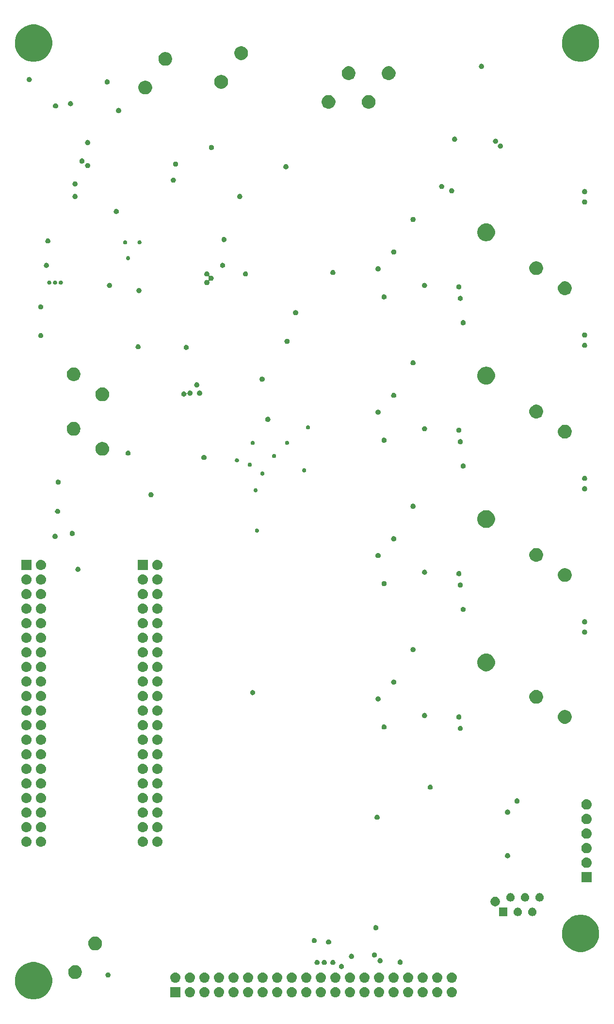
<source format=gbr>
G04 #@! TF.GenerationSoftware,KiCad,Pcbnew,(5.1.4)-1*
G04 #@! TF.CreationDate,2020-05-13T08:53:26-04:00*
G04 #@! TF.ProjectId,RPi_cape_proto,5250695f-6361-4706-955f-70726f746f2e,1.8*
G04 #@! TF.SameCoordinates,Original*
G04 #@! TF.FileFunction,Soldermask,Bot*
G04 #@! TF.FilePolarity,Negative*
%FSLAX45Y45*%
G04 Gerber Fmt 4.5, Leading zero omitted, Abs format (unit mm)*
G04 Created by KiCad (PCBNEW (5.1.4)-1) date 2020-05-13 08:53:26*
%MOMM*%
%LPD*%
G04 APERTURE LIST*
%ADD10C,0.100000*%
G04 APERTURE END LIST*
D10*
G36*
X3326372Y-27603749D02*
G01*
X3369828Y-27612393D01*
X3428993Y-27636900D01*
X3462839Y-27659515D01*
X3482239Y-27672478D01*
X3527522Y-27717761D01*
X3527926Y-27718367D01*
X3563100Y-27771007D01*
X3587607Y-27830172D01*
X3588836Y-27836353D01*
X3600100Y-27892980D01*
X3600100Y-27957020D01*
X3593853Y-27988424D01*
X3587607Y-28019828D01*
X3563100Y-28078993D01*
X3527522Y-28132239D01*
X3482239Y-28177522D01*
X3428993Y-28213100D01*
X3369828Y-28237607D01*
X3338424Y-28243853D01*
X3307020Y-28250100D01*
X3242980Y-28250100D01*
X3211576Y-28243853D01*
X3180172Y-28237607D01*
X3121007Y-28213100D01*
X3067761Y-28177522D01*
X3022478Y-28132239D01*
X2986900Y-28078993D01*
X2962393Y-28019828D01*
X2956147Y-27988424D01*
X2949900Y-27957020D01*
X2949900Y-27892980D01*
X2961164Y-27836353D01*
X2962393Y-27830172D01*
X2986900Y-27771007D01*
X3022073Y-27718367D01*
X3022478Y-27717761D01*
X3067761Y-27672478D01*
X3087161Y-27659515D01*
X3121007Y-27636900D01*
X3180172Y-27612393D01*
X3223628Y-27603749D01*
X3242980Y-27599900D01*
X3307020Y-27599900D01*
X3326372Y-27603749D01*
X3326372Y-27603749D01*
G37*
G36*
X8047044Y-28035552D02*
G01*
X8053663Y-28036204D01*
X8070647Y-28041356D01*
X8086299Y-28049722D01*
X8088269Y-28051339D01*
X8100019Y-28060981D01*
X8108345Y-28071127D01*
X8111278Y-28074701D01*
X8119644Y-28090353D01*
X8124796Y-28107337D01*
X8126536Y-28125000D01*
X8124796Y-28142663D01*
X8119644Y-28159647D01*
X8111278Y-28175299D01*
X8109454Y-28177522D01*
X8100019Y-28189019D01*
X8089873Y-28197345D01*
X8086299Y-28200278D01*
X8070647Y-28208644D01*
X8053663Y-28213796D01*
X8047044Y-28214448D01*
X8040426Y-28215100D01*
X8031574Y-28215100D01*
X8024956Y-28214448D01*
X8018337Y-28213796D01*
X8001353Y-28208644D01*
X7985701Y-28200278D01*
X7982127Y-28197345D01*
X7971981Y-28189019D01*
X7962546Y-28177522D01*
X7960722Y-28175299D01*
X7952356Y-28159647D01*
X7947204Y-28142663D01*
X7945464Y-28125000D01*
X7947204Y-28107337D01*
X7952356Y-28090353D01*
X7960722Y-28074701D01*
X7963655Y-28071127D01*
X7971981Y-28060981D01*
X7983731Y-28051339D01*
X7985701Y-28049722D01*
X8001353Y-28041356D01*
X8018337Y-28036204D01*
X8024956Y-28035552D01*
X8031574Y-28034900D01*
X8040426Y-28034900D01*
X8047044Y-28035552D01*
X8047044Y-28035552D01*
G37*
G36*
X10333044Y-28035552D02*
G01*
X10339663Y-28036204D01*
X10356647Y-28041356D01*
X10372299Y-28049722D01*
X10374269Y-28051339D01*
X10386019Y-28060981D01*
X10394345Y-28071127D01*
X10397278Y-28074701D01*
X10405644Y-28090353D01*
X10410796Y-28107337D01*
X10412536Y-28125000D01*
X10410796Y-28142663D01*
X10405644Y-28159647D01*
X10397278Y-28175299D01*
X10395454Y-28177522D01*
X10386019Y-28189019D01*
X10375873Y-28197345D01*
X10372299Y-28200278D01*
X10356647Y-28208644D01*
X10339663Y-28213796D01*
X10333044Y-28214448D01*
X10326426Y-28215100D01*
X10317574Y-28215100D01*
X10310956Y-28214448D01*
X10304337Y-28213796D01*
X10287353Y-28208644D01*
X10271701Y-28200278D01*
X10268127Y-28197345D01*
X10257981Y-28189019D01*
X10248546Y-28177522D01*
X10246722Y-28175299D01*
X10238356Y-28159647D01*
X10233204Y-28142663D01*
X10231464Y-28125000D01*
X10233204Y-28107337D01*
X10238356Y-28090353D01*
X10246722Y-28074701D01*
X10249655Y-28071127D01*
X10257981Y-28060981D01*
X10269731Y-28051339D01*
X10271701Y-28049722D01*
X10287353Y-28041356D01*
X10304337Y-28036204D01*
X10310956Y-28035552D01*
X10317574Y-28034900D01*
X10326426Y-28034900D01*
X10333044Y-28035552D01*
X10333044Y-28035552D01*
G37*
G36*
X10079044Y-28035552D02*
G01*
X10085663Y-28036204D01*
X10102647Y-28041356D01*
X10118299Y-28049722D01*
X10120269Y-28051339D01*
X10132019Y-28060981D01*
X10140345Y-28071127D01*
X10143278Y-28074701D01*
X10151644Y-28090353D01*
X10156796Y-28107337D01*
X10158536Y-28125000D01*
X10156796Y-28142663D01*
X10151644Y-28159647D01*
X10143278Y-28175299D01*
X10141454Y-28177522D01*
X10132019Y-28189019D01*
X10121873Y-28197345D01*
X10118299Y-28200278D01*
X10102647Y-28208644D01*
X10085663Y-28213796D01*
X10079044Y-28214448D01*
X10072426Y-28215100D01*
X10063574Y-28215100D01*
X10056956Y-28214448D01*
X10050337Y-28213796D01*
X10033353Y-28208644D01*
X10017701Y-28200278D01*
X10014127Y-28197345D01*
X10003981Y-28189019D01*
X9994546Y-28177522D01*
X9992722Y-28175299D01*
X9984356Y-28159647D01*
X9979204Y-28142663D01*
X9977464Y-28125000D01*
X9979204Y-28107337D01*
X9984356Y-28090353D01*
X9992722Y-28074701D01*
X9995655Y-28071127D01*
X10003981Y-28060981D01*
X10015731Y-28051339D01*
X10017701Y-28049722D01*
X10033353Y-28041356D01*
X10050337Y-28036204D01*
X10056956Y-28035552D01*
X10063574Y-28034900D01*
X10072426Y-28034900D01*
X10079044Y-28035552D01*
X10079044Y-28035552D01*
G37*
G36*
X9825044Y-28035552D02*
G01*
X9831663Y-28036204D01*
X9848647Y-28041356D01*
X9864299Y-28049722D01*
X9866269Y-28051339D01*
X9878019Y-28060981D01*
X9886345Y-28071127D01*
X9889278Y-28074701D01*
X9897644Y-28090353D01*
X9902796Y-28107337D01*
X9904536Y-28125000D01*
X9902796Y-28142663D01*
X9897644Y-28159647D01*
X9889278Y-28175299D01*
X9887454Y-28177522D01*
X9878019Y-28189019D01*
X9867873Y-28197345D01*
X9864299Y-28200278D01*
X9848647Y-28208644D01*
X9831663Y-28213796D01*
X9825044Y-28214448D01*
X9818426Y-28215100D01*
X9809574Y-28215100D01*
X9802956Y-28214448D01*
X9796337Y-28213796D01*
X9779353Y-28208644D01*
X9763701Y-28200278D01*
X9760127Y-28197345D01*
X9749981Y-28189019D01*
X9740546Y-28177522D01*
X9738722Y-28175299D01*
X9730356Y-28159647D01*
X9725204Y-28142663D01*
X9723464Y-28125000D01*
X9725204Y-28107337D01*
X9730356Y-28090353D01*
X9738722Y-28074701D01*
X9741655Y-28071127D01*
X9749981Y-28060981D01*
X9761731Y-28051339D01*
X9763701Y-28049722D01*
X9779353Y-28041356D01*
X9796337Y-28036204D01*
X9802956Y-28035552D01*
X9809574Y-28034900D01*
X9818426Y-28034900D01*
X9825044Y-28035552D01*
X9825044Y-28035552D01*
G37*
G36*
X9571044Y-28035552D02*
G01*
X9577663Y-28036204D01*
X9594647Y-28041356D01*
X9610299Y-28049722D01*
X9612269Y-28051339D01*
X9624019Y-28060981D01*
X9632345Y-28071127D01*
X9635278Y-28074701D01*
X9643644Y-28090353D01*
X9648796Y-28107337D01*
X9650536Y-28125000D01*
X9648796Y-28142663D01*
X9643644Y-28159647D01*
X9635278Y-28175299D01*
X9633454Y-28177522D01*
X9624019Y-28189019D01*
X9613873Y-28197345D01*
X9610299Y-28200278D01*
X9594647Y-28208644D01*
X9577663Y-28213796D01*
X9571044Y-28214448D01*
X9564426Y-28215100D01*
X9555574Y-28215100D01*
X9548956Y-28214448D01*
X9542337Y-28213796D01*
X9525353Y-28208644D01*
X9509701Y-28200278D01*
X9506127Y-28197345D01*
X9495981Y-28189019D01*
X9486546Y-28177522D01*
X9484722Y-28175299D01*
X9476356Y-28159647D01*
X9471204Y-28142663D01*
X9469464Y-28125000D01*
X9471204Y-28107337D01*
X9476356Y-28090353D01*
X9484722Y-28074701D01*
X9487655Y-28071127D01*
X9495981Y-28060981D01*
X9507731Y-28051339D01*
X9509701Y-28049722D01*
X9525353Y-28041356D01*
X9542337Y-28036204D01*
X9548956Y-28035552D01*
X9555574Y-28034900D01*
X9564426Y-28034900D01*
X9571044Y-28035552D01*
X9571044Y-28035552D01*
G37*
G36*
X9317044Y-28035552D02*
G01*
X9323663Y-28036204D01*
X9340647Y-28041356D01*
X9356299Y-28049722D01*
X9358269Y-28051339D01*
X9370019Y-28060981D01*
X9378345Y-28071127D01*
X9381278Y-28074701D01*
X9389644Y-28090353D01*
X9394796Y-28107337D01*
X9396536Y-28125000D01*
X9394796Y-28142663D01*
X9389644Y-28159647D01*
X9381278Y-28175299D01*
X9379454Y-28177522D01*
X9370019Y-28189019D01*
X9359873Y-28197345D01*
X9356299Y-28200278D01*
X9340647Y-28208644D01*
X9323663Y-28213796D01*
X9317044Y-28214448D01*
X9310426Y-28215100D01*
X9301574Y-28215100D01*
X9294956Y-28214448D01*
X9288337Y-28213796D01*
X9271353Y-28208644D01*
X9255701Y-28200278D01*
X9252127Y-28197345D01*
X9241981Y-28189019D01*
X9232546Y-28177522D01*
X9230722Y-28175299D01*
X9222356Y-28159647D01*
X9217204Y-28142663D01*
X9215464Y-28125000D01*
X9217204Y-28107337D01*
X9222356Y-28090353D01*
X9230722Y-28074701D01*
X9233655Y-28071127D01*
X9241981Y-28060981D01*
X9253731Y-28051339D01*
X9255701Y-28049722D01*
X9271353Y-28041356D01*
X9288337Y-28036204D01*
X9294956Y-28035552D01*
X9301574Y-28034900D01*
X9310426Y-28034900D01*
X9317044Y-28035552D01*
X9317044Y-28035552D01*
G37*
G36*
X9063044Y-28035552D02*
G01*
X9069663Y-28036204D01*
X9086647Y-28041356D01*
X9102299Y-28049722D01*
X9104269Y-28051339D01*
X9116019Y-28060981D01*
X9124345Y-28071127D01*
X9127278Y-28074701D01*
X9135644Y-28090353D01*
X9140796Y-28107337D01*
X9142536Y-28125000D01*
X9140796Y-28142663D01*
X9135644Y-28159647D01*
X9127278Y-28175299D01*
X9125454Y-28177522D01*
X9116019Y-28189019D01*
X9105873Y-28197345D01*
X9102299Y-28200278D01*
X9086647Y-28208644D01*
X9069663Y-28213796D01*
X9063044Y-28214448D01*
X9056426Y-28215100D01*
X9047574Y-28215100D01*
X9040956Y-28214448D01*
X9034337Y-28213796D01*
X9017353Y-28208644D01*
X9001701Y-28200278D01*
X8998127Y-28197345D01*
X8987981Y-28189019D01*
X8978546Y-28177522D01*
X8976722Y-28175299D01*
X8968356Y-28159647D01*
X8963204Y-28142663D01*
X8961464Y-28125000D01*
X8963204Y-28107337D01*
X8968356Y-28090353D01*
X8976722Y-28074701D01*
X8979655Y-28071127D01*
X8987981Y-28060981D01*
X8999731Y-28051339D01*
X9001701Y-28049722D01*
X9017353Y-28041356D01*
X9034337Y-28036204D01*
X9040956Y-28035552D01*
X9047574Y-28034900D01*
X9056426Y-28034900D01*
X9063044Y-28035552D01*
X9063044Y-28035552D01*
G37*
G36*
X8809044Y-28035552D02*
G01*
X8815663Y-28036204D01*
X8832647Y-28041356D01*
X8848299Y-28049722D01*
X8850269Y-28051339D01*
X8862019Y-28060981D01*
X8870345Y-28071127D01*
X8873278Y-28074701D01*
X8881644Y-28090353D01*
X8886796Y-28107337D01*
X8888536Y-28125000D01*
X8886796Y-28142663D01*
X8881644Y-28159647D01*
X8873278Y-28175299D01*
X8871454Y-28177522D01*
X8862019Y-28189019D01*
X8851873Y-28197345D01*
X8848299Y-28200278D01*
X8832647Y-28208644D01*
X8815663Y-28213796D01*
X8809044Y-28214448D01*
X8802426Y-28215100D01*
X8793574Y-28215100D01*
X8786956Y-28214448D01*
X8780337Y-28213796D01*
X8763353Y-28208644D01*
X8747701Y-28200278D01*
X8744127Y-28197345D01*
X8733981Y-28189019D01*
X8724546Y-28177522D01*
X8722722Y-28175299D01*
X8714356Y-28159647D01*
X8709204Y-28142663D01*
X8707464Y-28125000D01*
X8709204Y-28107337D01*
X8714356Y-28090353D01*
X8722722Y-28074701D01*
X8725655Y-28071127D01*
X8733981Y-28060981D01*
X8745731Y-28051339D01*
X8747701Y-28049722D01*
X8763353Y-28041356D01*
X8780337Y-28036204D01*
X8786956Y-28035552D01*
X8793574Y-28034900D01*
X8802426Y-28034900D01*
X8809044Y-28035552D01*
X8809044Y-28035552D01*
G37*
G36*
X8555044Y-28035552D02*
G01*
X8561663Y-28036204D01*
X8578647Y-28041356D01*
X8594299Y-28049722D01*
X8596269Y-28051339D01*
X8608019Y-28060981D01*
X8616345Y-28071127D01*
X8619278Y-28074701D01*
X8627644Y-28090353D01*
X8632796Y-28107337D01*
X8634536Y-28125000D01*
X8632796Y-28142663D01*
X8627644Y-28159647D01*
X8619278Y-28175299D01*
X8617454Y-28177522D01*
X8608019Y-28189019D01*
X8597873Y-28197345D01*
X8594299Y-28200278D01*
X8578647Y-28208644D01*
X8561663Y-28213796D01*
X8555044Y-28214448D01*
X8548426Y-28215100D01*
X8539574Y-28215100D01*
X8532956Y-28214448D01*
X8526337Y-28213796D01*
X8509353Y-28208644D01*
X8493701Y-28200278D01*
X8490127Y-28197345D01*
X8479981Y-28189019D01*
X8470546Y-28177522D01*
X8468722Y-28175299D01*
X8460356Y-28159647D01*
X8455204Y-28142663D01*
X8453464Y-28125000D01*
X8455204Y-28107337D01*
X8460356Y-28090353D01*
X8468722Y-28074701D01*
X8471655Y-28071127D01*
X8479981Y-28060981D01*
X8491731Y-28051339D01*
X8493701Y-28049722D01*
X8509353Y-28041356D01*
X8526337Y-28036204D01*
X8532956Y-28035552D01*
X8539574Y-28034900D01*
X8548426Y-28034900D01*
X8555044Y-28035552D01*
X8555044Y-28035552D01*
G37*
G36*
X8301044Y-28035552D02*
G01*
X8307663Y-28036204D01*
X8324647Y-28041356D01*
X8340299Y-28049722D01*
X8342269Y-28051339D01*
X8354019Y-28060981D01*
X8362345Y-28071127D01*
X8365278Y-28074701D01*
X8373644Y-28090353D01*
X8378796Y-28107337D01*
X8380536Y-28125000D01*
X8378796Y-28142663D01*
X8373644Y-28159647D01*
X8365278Y-28175299D01*
X8363454Y-28177522D01*
X8354019Y-28189019D01*
X8343873Y-28197345D01*
X8340299Y-28200278D01*
X8324647Y-28208644D01*
X8307663Y-28213796D01*
X8301044Y-28214448D01*
X8294426Y-28215100D01*
X8285574Y-28215100D01*
X8278956Y-28214448D01*
X8272337Y-28213796D01*
X8255353Y-28208644D01*
X8239701Y-28200278D01*
X8236127Y-28197345D01*
X8225981Y-28189019D01*
X8216546Y-28177522D01*
X8214722Y-28175299D01*
X8206356Y-28159647D01*
X8201204Y-28142663D01*
X8199464Y-28125000D01*
X8201204Y-28107337D01*
X8206356Y-28090353D01*
X8214722Y-28074701D01*
X8217655Y-28071127D01*
X8225981Y-28060981D01*
X8237731Y-28051339D01*
X8239701Y-28049722D01*
X8255353Y-28041356D01*
X8272337Y-28036204D01*
X8278956Y-28035552D01*
X8285574Y-28034900D01*
X8294426Y-28034900D01*
X8301044Y-28035552D01*
X8301044Y-28035552D01*
G37*
G36*
X7793044Y-28035552D02*
G01*
X7799663Y-28036204D01*
X7816647Y-28041356D01*
X7832299Y-28049722D01*
X7834269Y-28051339D01*
X7846019Y-28060981D01*
X7854345Y-28071127D01*
X7857278Y-28074701D01*
X7865644Y-28090353D01*
X7870796Y-28107337D01*
X7872536Y-28125000D01*
X7870796Y-28142663D01*
X7865644Y-28159647D01*
X7857278Y-28175299D01*
X7855454Y-28177522D01*
X7846019Y-28189019D01*
X7835873Y-28197345D01*
X7832299Y-28200278D01*
X7816647Y-28208644D01*
X7799663Y-28213796D01*
X7793044Y-28214448D01*
X7786426Y-28215100D01*
X7777574Y-28215100D01*
X7770956Y-28214448D01*
X7764337Y-28213796D01*
X7747353Y-28208644D01*
X7731701Y-28200278D01*
X7728127Y-28197345D01*
X7717981Y-28189019D01*
X7708546Y-28177522D01*
X7706722Y-28175299D01*
X7698356Y-28159647D01*
X7693204Y-28142663D01*
X7691464Y-28125000D01*
X7693204Y-28107337D01*
X7698356Y-28090353D01*
X7706722Y-28074701D01*
X7709655Y-28071127D01*
X7717981Y-28060981D01*
X7729731Y-28051339D01*
X7731701Y-28049722D01*
X7747353Y-28041356D01*
X7764337Y-28036204D01*
X7770956Y-28035552D01*
X7777574Y-28034900D01*
X7786426Y-28034900D01*
X7793044Y-28035552D01*
X7793044Y-28035552D01*
G37*
G36*
X7539044Y-28035552D02*
G01*
X7545663Y-28036204D01*
X7562647Y-28041356D01*
X7578299Y-28049722D01*
X7580269Y-28051339D01*
X7592019Y-28060981D01*
X7600345Y-28071127D01*
X7603278Y-28074701D01*
X7611644Y-28090353D01*
X7616796Y-28107337D01*
X7618536Y-28125000D01*
X7616796Y-28142663D01*
X7611644Y-28159647D01*
X7603278Y-28175299D01*
X7601454Y-28177522D01*
X7592019Y-28189019D01*
X7581873Y-28197345D01*
X7578299Y-28200278D01*
X7562647Y-28208644D01*
X7545663Y-28213796D01*
X7539044Y-28214448D01*
X7532426Y-28215100D01*
X7523574Y-28215100D01*
X7516956Y-28214448D01*
X7510337Y-28213796D01*
X7493353Y-28208644D01*
X7477701Y-28200278D01*
X7474127Y-28197345D01*
X7463981Y-28189019D01*
X7454546Y-28177522D01*
X7452722Y-28175299D01*
X7444356Y-28159647D01*
X7439204Y-28142663D01*
X7437464Y-28125000D01*
X7439204Y-28107337D01*
X7444356Y-28090353D01*
X7452722Y-28074701D01*
X7455655Y-28071127D01*
X7463981Y-28060981D01*
X7475731Y-28051339D01*
X7477701Y-28049722D01*
X7493353Y-28041356D01*
X7510337Y-28036204D01*
X7516956Y-28035552D01*
X7523574Y-28034900D01*
X7532426Y-28034900D01*
X7539044Y-28035552D01*
X7539044Y-28035552D01*
G37*
G36*
X7285044Y-28035552D02*
G01*
X7291663Y-28036204D01*
X7308647Y-28041356D01*
X7324299Y-28049722D01*
X7326269Y-28051339D01*
X7338019Y-28060981D01*
X7346345Y-28071127D01*
X7349278Y-28074701D01*
X7357644Y-28090353D01*
X7362796Y-28107337D01*
X7364536Y-28125000D01*
X7362796Y-28142663D01*
X7357644Y-28159647D01*
X7349278Y-28175299D01*
X7347454Y-28177522D01*
X7338019Y-28189019D01*
X7327873Y-28197345D01*
X7324299Y-28200278D01*
X7308647Y-28208644D01*
X7291663Y-28213796D01*
X7285044Y-28214448D01*
X7278426Y-28215100D01*
X7269574Y-28215100D01*
X7262956Y-28214448D01*
X7256337Y-28213796D01*
X7239353Y-28208644D01*
X7223701Y-28200278D01*
X7220127Y-28197345D01*
X7209981Y-28189019D01*
X7200546Y-28177522D01*
X7198722Y-28175299D01*
X7190356Y-28159647D01*
X7185204Y-28142663D01*
X7183464Y-28125000D01*
X7185204Y-28107337D01*
X7190356Y-28090353D01*
X7198722Y-28074701D01*
X7201655Y-28071127D01*
X7209981Y-28060981D01*
X7221731Y-28051339D01*
X7223701Y-28049722D01*
X7239353Y-28041356D01*
X7256337Y-28036204D01*
X7262956Y-28035552D01*
X7269574Y-28034900D01*
X7278426Y-28034900D01*
X7285044Y-28035552D01*
X7285044Y-28035552D01*
G37*
G36*
X7031044Y-28035552D02*
G01*
X7037663Y-28036204D01*
X7054647Y-28041356D01*
X7070299Y-28049722D01*
X7072269Y-28051339D01*
X7084019Y-28060981D01*
X7092345Y-28071127D01*
X7095278Y-28074701D01*
X7103644Y-28090353D01*
X7108796Y-28107337D01*
X7110536Y-28125000D01*
X7108796Y-28142663D01*
X7103644Y-28159647D01*
X7095278Y-28175299D01*
X7093454Y-28177522D01*
X7084019Y-28189019D01*
X7073873Y-28197345D01*
X7070299Y-28200278D01*
X7054647Y-28208644D01*
X7037663Y-28213796D01*
X7031044Y-28214448D01*
X7024426Y-28215100D01*
X7015574Y-28215100D01*
X7008956Y-28214448D01*
X7002337Y-28213796D01*
X6985353Y-28208644D01*
X6969701Y-28200278D01*
X6966127Y-28197345D01*
X6955981Y-28189019D01*
X6946546Y-28177522D01*
X6944722Y-28175299D01*
X6936356Y-28159647D01*
X6931204Y-28142663D01*
X6929464Y-28125000D01*
X6931204Y-28107337D01*
X6936356Y-28090353D01*
X6944722Y-28074701D01*
X6947655Y-28071127D01*
X6955981Y-28060981D01*
X6967731Y-28051339D01*
X6969701Y-28049722D01*
X6985353Y-28041356D01*
X7002337Y-28036204D01*
X7008956Y-28035552D01*
X7015574Y-28034900D01*
X7024426Y-28034900D01*
X7031044Y-28035552D01*
X7031044Y-28035552D01*
G37*
G36*
X6777044Y-28035552D02*
G01*
X6783663Y-28036204D01*
X6800647Y-28041356D01*
X6816299Y-28049722D01*
X6818269Y-28051339D01*
X6830019Y-28060981D01*
X6838345Y-28071127D01*
X6841278Y-28074701D01*
X6849644Y-28090353D01*
X6854796Y-28107337D01*
X6856536Y-28125000D01*
X6854796Y-28142663D01*
X6849644Y-28159647D01*
X6841278Y-28175299D01*
X6839454Y-28177522D01*
X6830019Y-28189019D01*
X6819873Y-28197345D01*
X6816299Y-28200278D01*
X6800647Y-28208644D01*
X6783663Y-28213796D01*
X6777044Y-28214448D01*
X6770426Y-28215100D01*
X6761574Y-28215100D01*
X6754956Y-28214448D01*
X6748337Y-28213796D01*
X6731353Y-28208644D01*
X6715701Y-28200278D01*
X6712127Y-28197345D01*
X6701981Y-28189019D01*
X6692546Y-28177522D01*
X6690722Y-28175299D01*
X6682356Y-28159647D01*
X6677204Y-28142663D01*
X6675464Y-28125000D01*
X6677204Y-28107337D01*
X6682356Y-28090353D01*
X6690722Y-28074701D01*
X6693655Y-28071127D01*
X6701981Y-28060981D01*
X6713731Y-28051339D01*
X6715701Y-28049722D01*
X6731353Y-28041356D01*
X6748337Y-28036204D01*
X6754956Y-28035552D01*
X6761574Y-28034900D01*
X6770426Y-28034900D01*
X6777044Y-28035552D01*
X6777044Y-28035552D01*
G37*
G36*
X6523044Y-28035552D02*
G01*
X6529663Y-28036204D01*
X6546647Y-28041356D01*
X6562299Y-28049722D01*
X6564269Y-28051339D01*
X6576019Y-28060981D01*
X6584345Y-28071127D01*
X6587278Y-28074701D01*
X6595644Y-28090353D01*
X6600796Y-28107337D01*
X6602536Y-28125000D01*
X6600796Y-28142663D01*
X6595644Y-28159647D01*
X6587278Y-28175299D01*
X6585454Y-28177522D01*
X6576019Y-28189019D01*
X6565873Y-28197345D01*
X6562299Y-28200278D01*
X6546647Y-28208644D01*
X6529663Y-28213796D01*
X6523044Y-28214448D01*
X6516426Y-28215100D01*
X6507574Y-28215100D01*
X6500956Y-28214448D01*
X6494337Y-28213796D01*
X6477353Y-28208644D01*
X6461701Y-28200278D01*
X6458127Y-28197345D01*
X6447981Y-28189019D01*
X6438546Y-28177522D01*
X6436722Y-28175299D01*
X6428356Y-28159647D01*
X6423204Y-28142663D01*
X6421464Y-28125000D01*
X6423204Y-28107337D01*
X6428356Y-28090353D01*
X6436722Y-28074701D01*
X6439655Y-28071127D01*
X6447981Y-28060981D01*
X6459731Y-28051339D01*
X6461701Y-28049722D01*
X6477353Y-28041356D01*
X6494337Y-28036204D01*
X6500956Y-28035552D01*
X6507574Y-28034900D01*
X6516426Y-28034900D01*
X6523044Y-28035552D01*
X6523044Y-28035552D01*
G37*
G36*
X6269044Y-28035552D02*
G01*
X6275663Y-28036204D01*
X6292647Y-28041356D01*
X6308299Y-28049722D01*
X6310269Y-28051339D01*
X6322019Y-28060981D01*
X6330345Y-28071127D01*
X6333278Y-28074701D01*
X6341644Y-28090353D01*
X6346796Y-28107337D01*
X6348536Y-28125000D01*
X6346796Y-28142663D01*
X6341644Y-28159647D01*
X6333278Y-28175299D01*
X6331454Y-28177522D01*
X6322019Y-28189019D01*
X6311873Y-28197345D01*
X6308299Y-28200278D01*
X6292647Y-28208644D01*
X6275663Y-28213796D01*
X6269044Y-28214448D01*
X6262426Y-28215100D01*
X6253574Y-28215100D01*
X6246956Y-28214448D01*
X6240337Y-28213796D01*
X6223353Y-28208644D01*
X6207701Y-28200278D01*
X6204127Y-28197345D01*
X6193981Y-28189019D01*
X6184546Y-28177522D01*
X6182722Y-28175299D01*
X6174356Y-28159647D01*
X6169204Y-28142663D01*
X6167464Y-28125000D01*
X6169204Y-28107337D01*
X6174356Y-28090353D01*
X6182722Y-28074701D01*
X6185655Y-28071127D01*
X6193981Y-28060981D01*
X6205731Y-28051339D01*
X6207701Y-28049722D01*
X6223353Y-28041356D01*
X6240337Y-28036204D01*
X6246956Y-28035552D01*
X6253574Y-28034900D01*
X6262426Y-28034900D01*
X6269044Y-28035552D01*
X6269044Y-28035552D01*
G37*
G36*
X6015044Y-28035552D02*
G01*
X6021663Y-28036204D01*
X6038647Y-28041356D01*
X6054299Y-28049722D01*
X6056269Y-28051339D01*
X6068019Y-28060981D01*
X6076345Y-28071127D01*
X6079278Y-28074701D01*
X6087644Y-28090353D01*
X6092796Y-28107337D01*
X6094536Y-28125000D01*
X6092796Y-28142663D01*
X6087644Y-28159647D01*
X6079278Y-28175299D01*
X6077454Y-28177522D01*
X6068019Y-28189019D01*
X6057873Y-28197345D01*
X6054299Y-28200278D01*
X6038647Y-28208644D01*
X6021663Y-28213796D01*
X6015044Y-28214448D01*
X6008426Y-28215100D01*
X5999574Y-28215100D01*
X5992956Y-28214448D01*
X5986337Y-28213796D01*
X5969353Y-28208644D01*
X5953701Y-28200278D01*
X5950127Y-28197345D01*
X5939981Y-28189019D01*
X5930546Y-28177522D01*
X5928722Y-28175299D01*
X5920356Y-28159647D01*
X5915204Y-28142663D01*
X5913464Y-28125000D01*
X5915204Y-28107337D01*
X5920356Y-28090353D01*
X5928722Y-28074701D01*
X5931655Y-28071127D01*
X5939981Y-28060981D01*
X5951731Y-28051339D01*
X5953701Y-28049722D01*
X5969353Y-28041356D01*
X5986337Y-28036204D01*
X5992956Y-28035552D01*
X5999574Y-28034900D01*
X6008426Y-28034900D01*
X6015044Y-28035552D01*
X6015044Y-28035552D01*
G37*
G36*
X5840100Y-28215100D02*
G01*
X5659900Y-28215100D01*
X5659900Y-28034900D01*
X5840100Y-28034900D01*
X5840100Y-28215100D01*
X5840100Y-28215100D01*
G37*
G36*
X10587044Y-28035552D02*
G01*
X10593663Y-28036204D01*
X10610647Y-28041356D01*
X10626299Y-28049722D01*
X10628269Y-28051339D01*
X10640019Y-28060981D01*
X10648345Y-28071127D01*
X10651278Y-28074701D01*
X10659644Y-28090353D01*
X10664796Y-28107337D01*
X10666536Y-28125000D01*
X10664796Y-28142663D01*
X10659644Y-28159647D01*
X10651278Y-28175299D01*
X10649454Y-28177522D01*
X10640019Y-28189019D01*
X10629873Y-28197345D01*
X10626299Y-28200278D01*
X10610647Y-28208644D01*
X10593663Y-28213796D01*
X10587044Y-28214448D01*
X10580426Y-28215100D01*
X10571574Y-28215100D01*
X10564956Y-28214448D01*
X10558337Y-28213796D01*
X10541353Y-28208644D01*
X10525701Y-28200278D01*
X10522127Y-28197345D01*
X10511981Y-28189019D01*
X10502546Y-28177522D01*
X10500722Y-28175299D01*
X10492356Y-28159647D01*
X10487204Y-28142663D01*
X10485464Y-28125000D01*
X10487204Y-28107337D01*
X10492356Y-28090353D01*
X10500722Y-28074701D01*
X10503655Y-28071127D01*
X10511981Y-28060981D01*
X10523731Y-28051339D01*
X10525701Y-28049722D01*
X10541353Y-28041356D01*
X10558337Y-28036204D01*
X10564956Y-28035552D01*
X10571574Y-28034900D01*
X10580426Y-28034900D01*
X10587044Y-28035552D01*
X10587044Y-28035552D01*
G37*
G36*
X7793044Y-27781552D02*
G01*
X7799663Y-27782204D01*
X7816647Y-27787356D01*
X7832299Y-27795722D01*
X7832943Y-27796250D01*
X7846019Y-27806981D01*
X7854345Y-27817127D01*
X7857278Y-27820701D01*
X7857278Y-27820701D01*
X7863258Y-27831889D01*
X7865644Y-27836353D01*
X7870796Y-27853337D01*
X7872536Y-27871000D01*
X7870796Y-27888663D01*
X7865644Y-27905647D01*
X7857278Y-27921299D01*
X7854345Y-27924873D01*
X7846019Y-27935019D01*
X7835873Y-27943345D01*
X7832299Y-27946278D01*
X7816647Y-27954644D01*
X7799663Y-27959796D01*
X7793044Y-27960448D01*
X7786426Y-27961100D01*
X7777574Y-27961100D01*
X7770956Y-27960448D01*
X7764337Y-27959796D01*
X7747353Y-27954644D01*
X7731701Y-27946278D01*
X7728127Y-27943345D01*
X7717981Y-27935019D01*
X7709655Y-27924873D01*
X7706722Y-27921299D01*
X7698356Y-27905647D01*
X7693204Y-27888663D01*
X7691464Y-27871000D01*
X7693204Y-27853337D01*
X7698356Y-27836353D01*
X7700742Y-27831889D01*
X7706722Y-27820701D01*
X7706722Y-27820701D01*
X7709655Y-27817127D01*
X7717981Y-27806981D01*
X7731057Y-27796250D01*
X7731701Y-27795722D01*
X7747353Y-27787356D01*
X7764337Y-27782204D01*
X7770956Y-27781552D01*
X7777574Y-27780900D01*
X7786426Y-27780900D01*
X7793044Y-27781552D01*
X7793044Y-27781552D01*
G37*
G36*
X8047044Y-27781552D02*
G01*
X8053663Y-27782204D01*
X8070647Y-27787356D01*
X8086299Y-27795722D01*
X8086943Y-27796250D01*
X8100019Y-27806981D01*
X8108345Y-27817127D01*
X8111278Y-27820701D01*
X8111278Y-27820701D01*
X8117258Y-27831889D01*
X8119644Y-27836353D01*
X8124796Y-27853337D01*
X8126536Y-27871000D01*
X8124796Y-27888663D01*
X8119644Y-27905647D01*
X8111278Y-27921299D01*
X8108345Y-27924873D01*
X8100019Y-27935019D01*
X8089873Y-27943345D01*
X8086299Y-27946278D01*
X8070647Y-27954644D01*
X8053663Y-27959796D01*
X8047044Y-27960448D01*
X8040426Y-27961100D01*
X8031574Y-27961100D01*
X8024956Y-27960448D01*
X8018337Y-27959796D01*
X8001353Y-27954644D01*
X7985701Y-27946278D01*
X7982127Y-27943345D01*
X7971981Y-27935019D01*
X7963655Y-27924873D01*
X7960722Y-27921299D01*
X7952356Y-27905647D01*
X7947204Y-27888663D01*
X7945464Y-27871000D01*
X7947204Y-27853337D01*
X7952356Y-27836353D01*
X7954742Y-27831889D01*
X7960722Y-27820701D01*
X7960722Y-27820701D01*
X7963655Y-27817127D01*
X7971981Y-27806981D01*
X7985057Y-27796250D01*
X7985701Y-27795722D01*
X8001353Y-27787356D01*
X8018337Y-27782204D01*
X8024956Y-27781552D01*
X8031574Y-27780900D01*
X8040426Y-27780900D01*
X8047044Y-27781552D01*
X8047044Y-27781552D01*
G37*
G36*
X8301044Y-27781552D02*
G01*
X8307663Y-27782204D01*
X8324647Y-27787356D01*
X8340299Y-27795722D01*
X8340943Y-27796250D01*
X8354019Y-27806981D01*
X8362345Y-27817127D01*
X8365278Y-27820701D01*
X8365278Y-27820701D01*
X8371258Y-27831889D01*
X8373644Y-27836353D01*
X8378796Y-27853337D01*
X8380536Y-27871000D01*
X8378796Y-27888663D01*
X8373644Y-27905647D01*
X8365278Y-27921299D01*
X8362345Y-27924873D01*
X8354019Y-27935019D01*
X8343873Y-27943345D01*
X8340299Y-27946278D01*
X8324647Y-27954644D01*
X8307663Y-27959796D01*
X8301044Y-27960448D01*
X8294426Y-27961100D01*
X8285574Y-27961100D01*
X8278956Y-27960448D01*
X8272337Y-27959796D01*
X8255353Y-27954644D01*
X8239701Y-27946278D01*
X8236127Y-27943345D01*
X8225981Y-27935019D01*
X8217655Y-27924873D01*
X8214722Y-27921299D01*
X8206356Y-27905647D01*
X8201204Y-27888663D01*
X8199464Y-27871000D01*
X8201204Y-27853337D01*
X8206356Y-27836353D01*
X8208742Y-27831889D01*
X8214722Y-27820701D01*
X8214722Y-27820701D01*
X8217655Y-27817127D01*
X8225981Y-27806981D01*
X8239057Y-27796250D01*
X8239701Y-27795722D01*
X8255353Y-27787356D01*
X8272337Y-27782204D01*
X8278956Y-27781552D01*
X8285574Y-27780900D01*
X8294426Y-27780900D01*
X8301044Y-27781552D01*
X8301044Y-27781552D01*
G37*
G36*
X8555044Y-27781552D02*
G01*
X8561663Y-27782204D01*
X8578647Y-27787356D01*
X8594299Y-27795722D01*
X8594943Y-27796250D01*
X8608019Y-27806981D01*
X8616345Y-27817127D01*
X8619278Y-27820701D01*
X8619278Y-27820701D01*
X8625258Y-27831889D01*
X8627644Y-27836353D01*
X8632796Y-27853337D01*
X8634536Y-27871000D01*
X8632796Y-27888663D01*
X8627644Y-27905647D01*
X8619278Y-27921299D01*
X8616345Y-27924873D01*
X8608019Y-27935019D01*
X8597873Y-27943345D01*
X8594299Y-27946278D01*
X8578647Y-27954644D01*
X8561663Y-27959796D01*
X8555044Y-27960448D01*
X8548426Y-27961100D01*
X8539574Y-27961100D01*
X8532956Y-27960448D01*
X8526337Y-27959796D01*
X8509353Y-27954644D01*
X8493701Y-27946278D01*
X8490127Y-27943345D01*
X8479981Y-27935019D01*
X8471655Y-27924873D01*
X8468722Y-27921299D01*
X8460356Y-27905647D01*
X8455204Y-27888663D01*
X8453464Y-27871000D01*
X8455204Y-27853337D01*
X8460356Y-27836353D01*
X8462742Y-27831889D01*
X8468722Y-27820701D01*
X8468722Y-27820701D01*
X8471655Y-27817127D01*
X8479981Y-27806981D01*
X8493057Y-27796250D01*
X8493701Y-27795722D01*
X8509353Y-27787356D01*
X8526337Y-27782204D01*
X8532956Y-27781552D01*
X8539574Y-27780900D01*
X8548426Y-27780900D01*
X8555044Y-27781552D01*
X8555044Y-27781552D01*
G37*
G36*
X8809044Y-27781552D02*
G01*
X8815663Y-27782204D01*
X8832647Y-27787356D01*
X8848299Y-27795722D01*
X8848943Y-27796250D01*
X8862019Y-27806981D01*
X8870345Y-27817127D01*
X8873278Y-27820701D01*
X8873278Y-27820701D01*
X8879258Y-27831889D01*
X8881644Y-27836353D01*
X8886796Y-27853337D01*
X8888536Y-27871000D01*
X8886796Y-27888663D01*
X8881644Y-27905647D01*
X8873278Y-27921299D01*
X8870345Y-27924873D01*
X8862019Y-27935019D01*
X8851873Y-27943345D01*
X8848299Y-27946278D01*
X8832647Y-27954644D01*
X8815663Y-27959796D01*
X8809044Y-27960448D01*
X8802426Y-27961100D01*
X8793574Y-27961100D01*
X8786956Y-27960448D01*
X8780337Y-27959796D01*
X8763353Y-27954644D01*
X8747701Y-27946278D01*
X8744127Y-27943345D01*
X8733981Y-27935019D01*
X8725655Y-27924873D01*
X8722722Y-27921299D01*
X8714356Y-27905647D01*
X8709204Y-27888663D01*
X8707464Y-27871000D01*
X8709204Y-27853337D01*
X8714356Y-27836353D01*
X8716742Y-27831889D01*
X8722722Y-27820701D01*
X8722722Y-27820701D01*
X8725655Y-27817127D01*
X8733981Y-27806981D01*
X8747057Y-27796250D01*
X8747701Y-27795722D01*
X8763353Y-27787356D01*
X8780337Y-27782204D01*
X8786956Y-27781552D01*
X8793574Y-27780900D01*
X8802426Y-27780900D01*
X8809044Y-27781552D01*
X8809044Y-27781552D01*
G37*
G36*
X9063044Y-27781552D02*
G01*
X9069663Y-27782204D01*
X9086647Y-27787356D01*
X9102299Y-27795722D01*
X9102943Y-27796250D01*
X9116019Y-27806981D01*
X9124345Y-27817127D01*
X9127278Y-27820701D01*
X9127278Y-27820701D01*
X9133258Y-27831889D01*
X9135644Y-27836353D01*
X9140796Y-27853337D01*
X9142536Y-27871000D01*
X9140796Y-27888663D01*
X9135644Y-27905647D01*
X9127278Y-27921299D01*
X9124345Y-27924873D01*
X9116019Y-27935019D01*
X9105873Y-27943345D01*
X9102299Y-27946278D01*
X9086647Y-27954644D01*
X9069663Y-27959796D01*
X9063044Y-27960448D01*
X9056426Y-27961100D01*
X9047574Y-27961100D01*
X9040956Y-27960448D01*
X9034337Y-27959796D01*
X9017353Y-27954644D01*
X9001701Y-27946278D01*
X8998127Y-27943345D01*
X8987981Y-27935019D01*
X8979655Y-27924873D01*
X8976722Y-27921299D01*
X8968356Y-27905647D01*
X8963204Y-27888663D01*
X8961464Y-27871000D01*
X8963204Y-27853337D01*
X8968356Y-27836353D01*
X8970742Y-27831889D01*
X8976722Y-27820701D01*
X8976722Y-27820701D01*
X8979655Y-27817127D01*
X8987981Y-27806981D01*
X9001057Y-27796250D01*
X9001701Y-27795722D01*
X9017353Y-27787356D01*
X9034337Y-27782204D01*
X9040956Y-27781552D01*
X9047574Y-27780900D01*
X9056426Y-27780900D01*
X9063044Y-27781552D01*
X9063044Y-27781552D01*
G37*
G36*
X9571044Y-27781552D02*
G01*
X9577663Y-27782204D01*
X9594647Y-27787356D01*
X9610299Y-27795722D01*
X9610943Y-27796250D01*
X9624019Y-27806981D01*
X9632345Y-27817127D01*
X9635278Y-27820701D01*
X9635278Y-27820701D01*
X9641258Y-27831889D01*
X9643644Y-27836353D01*
X9648796Y-27853337D01*
X9650536Y-27871000D01*
X9648796Y-27888663D01*
X9643644Y-27905647D01*
X9635278Y-27921299D01*
X9632345Y-27924873D01*
X9624019Y-27935019D01*
X9613873Y-27943345D01*
X9610299Y-27946278D01*
X9594647Y-27954644D01*
X9577663Y-27959796D01*
X9571044Y-27960448D01*
X9564426Y-27961100D01*
X9555574Y-27961100D01*
X9548956Y-27960448D01*
X9542337Y-27959796D01*
X9525353Y-27954644D01*
X9509701Y-27946278D01*
X9506127Y-27943345D01*
X9495981Y-27935019D01*
X9487655Y-27924873D01*
X9484722Y-27921299D01*
X9476356Y-27905647D01*
X9471204Y-27888663D01*
X9469464Y-27871000D01*
X9471204Y-27853337D01*
X9476356Y-27836353D01*
X9478742Y-27831889D01*
X9484722Y-27820701D01*
X9484722Y-27820701D01*
X9487655Y-27817127D01*
X9495981Y-27806981D01*
X9509057Y-27796250D01*
X9509701Y-27795722D01*
X9525353Y-27787356D01*
X9542337Y-27782204D01*
X9548956Y-27781552D01*
X9555574Y-27780900D01*
X9564426Y-27780900D01*
X9571044Y-27781552D01*
X9571044Y-27781552D01*
G37*
G36*
X10079044Y-27781552D02*
G01*
X10085663Y-27782204D01*
X10102647Y-27787356D01*
X10118299Y-27795722D01*
X10118943Y-27796250D01*
X10132019Y-27806981D01*
X10140345Y-27817127D01*
X10143278Y-27820701D01*
X10143278Y-27820701D01*
X10149258Y-27831889D01*
X10151644Y-27836353D01*
X10156796Y-27853337D01*
X10158536Y-27871000D01*
X10156796Y-27888663D01*
X10151644Y-27905647D01*
X10143278Y-27921299D01*
X10140345Y-27924873D01*
X10132019Y-27935019D01*
X10121873Y-27943345D01*
X10118299Y-27946278D01*
X10102647Y-27954644D01*
X10085663Y-27959796D01*
X10079044Y-27960448D01*
X10072426Y-27961100D01*
X10063574Y-27961100D01*
X10056956Y-27960448D01*
X10050337Y-27959796D01*
X10033353Y-27954644D01*
X10017701Y-27946278D01*
X10014127Y-27943345D01*
X10003981Y-27935019D01*
X9995655Y-27924873D01*
X9992722Y-27921299D01*
X9984356Y-27905647D01*
X9979204Y-27888663D01*
X9977464Y-27871000D01*
X9979204Y-27853337D01*
X9984356Y-27836353D01*
X9986742Y-27831889D01*
X9992722Y-27820701D01*
X9992722Y-27820701D01*
X9995655Y-27817127D01*
X10003981Y-27806981D01*
X10017057Y-27796250D01*
X10017701Y-27795722D01*
X10033353Y-27787356D01*
X10050337Y-27782204D01*
X10056956Y-27781552D01*
X10063574Y-27780900D01*
X10072426Y-27780900D01*
X10079044Y-27781552D01*
X10079044Y-27781552D01*
G37*
G36*
X10333044Y-27781552D02*
G01*
X10339663Y-27782204D01*
X10356647Y-27787356D01*
X10372299Y-27795722D01*
X10372943Y-27796250D01*
X10386019Y-27806981D01*
X10394345Y-27817127D01*
X10397278Y-27820701D01*
X10397278Y-27820701D01*
X10403258Y-27831889D01*
X10405644Y-27836353D01*
X10410796Y-27853337D01*
X10412536Y-27871000D01*
X10410796Y-27888663D01*
X10405644Y-27905647D01*
X10397278Y-27921299D01*
X10394345Y-27924873D01*
X10386019Y-27935019D01*
X10375873Y-27943345D01*
X10372299Y-27946278D01*
X10356647Y-27954644D01*
X10339663Y-27959796D01*
X10333044Y-27960448D01*
X10326426Y-27961100D01*
X10317574Y-27961100D01*
X10310956Y-27960448D01*
X10304337Y-27959796D01*
X10287353Y-27954644D01*
X10271701Y-27946278D01*
X10268127Y-27943345D01*
X10257981Y-27935019D01*
X10249655Y-27924873D01*
X10246722Y-27921299D01*
X10238356Y-27905647D01*
X10233204Y-27888663D01*
X10231464Y-27871000D01*
X10233204Y-27853337D01*
X10238356Y-27836353D01*
X10240742Y-27831889D01*
X10246722Y-27820701D01*
X10246722Y-27820701D01*
X10249655Y-27817127D01*
X10257981Y-27806981D01*
X10271057Y-27796250D01*
X10271701Y-27795722D01*
X10287353Y-27787356D01*
X10304337Y-27782204D01*
X10310956Y-27781552D01*
X10317574Y-27780900D01*
X10326426Y-27780900D01*
X10333044Y-27781552D01*
X10333044Y-27781552D01*
G37*
G36*
X9317044Y-27781552D02*
G01*
X9323663Y-27782204D01*
X9340647Y-27787356D01*
X9356299Y-27795722D01*
X9356943Y-27796250D01*
X9370019Y-27806981D01*
X9378345Y-27817127D01*
X9381278Y-27820701D01*
X9381278Y-27820701D01*
X9387258Y-27831889D01*
X9389644Y-27836353D01*
X9394796Y-27853337D01*
X9396536Y-27871000D01*
X9394796Y-27888663D01*
X9389644Y-27905647D01*
X9381278Y-27921299D01*
X9378345Y-27924873D01*
X9370019Y-27935019D01*
X9359873Y-27943345D01*
X9356299Y-27946278D01*
X9340647Y-27954644D01*
X9323663Y-27959796D01*
X9317044Y-27960448D01*
X9310426Y-27961100D01*
X9301574Y-27961100D01*
X9294956Y-27960448D01*
X9288337Y-27959796D01*
X9271353Y-27954644D01*
X9255701Y-27946278D01*
X9252127Y-27943345D01*
X9241981Y-27935019D01*
X9233655Y-27924873D01*
X9230722Y-27921299D01*
X9222356Y-27905647D01*
X9217204Y-27888663D01*
X9215464Y-27871000D01*
X9217204Y-27853337D01*
X9222356Y-27836353D01*
X9224742Y-27831889D01*
X9230722Y-27820701D01*
X9230722Y-27820701D01*
X9233655Y-27817127D01*
X9241981Y-27806981D01*
X9255057Y-27796250D01*
X9255701Y-27795722D01*
X9271353Y-27787356D01*
X9288337Y-27782204D01*
X9294956Y-27781552D01*
X9301574Y-27780900D01*
X9310426Y-27780900D01*
X9317044Y-27781552D01*
X9317044Y-27781552D01*
G37*
G36*
X7285044Y-27781552D02*
G01*
X7291663Y-27782204D01*
X7308647Y-27787356D01*
X7324299Y-27795722D01*
X7324943Y-27796250D01*
X7338019Y-27806981D01*
X7346345Y-27817127D01*
X7349278Y-27820701D01*
X7349278Y-27820701D01*
X7355258Y-27831889D01*
X7357644Y-27836353D01*
X7362796Y-27853337D01*
X7364536Y-27871000D01*
X7362796Y-27888663D01*
X7357644Y-27905647D01*
X7349278Y-27921299D01*
X7346345Y-27924873D01*
X7338019Y-27935019D01*
X7327873Y-27943345D01*
X7324299Y-27946278D01*
X7308647Y-27954644D01*
X7291663Y-27959796D01*
X7285044Y-27960448D01*
X7278426Y-27961100D01*
X7269574Y-27961100D01*
X7262956Y-27960448D01*
X7256337Y-27959796D01*
X7239353Y-27954644D01*
X7223701Y-27946278D01*
X7220127Y-27943345D01*
X7209981Y-27935019D01*
X7201655Y-27924873D01*
X7198722Y-27921299D01*
X7190356Y-27905647D01*
X7185204Y-27888663D01*
X7183464Y-27871000D01*
X7185204Y-27853337D01*
X7190356Y-27836353D01*
X7192742Y-27831889D01*
X7198722Y-27820701D01*
X7198722Y-27820701D01*
X7201655Y-27817127D01*
X7209981Y-27806981D01*
X7223057Y-27796250D01*
X7223701Y-27795722D01*
X7239353Y-27787356D01*
X7256337Y-27782204D01*
X7262956Y-27781552D01*
X7269574Y-27780900D01*
X7278426Y-27780900D01*
X7285044Y-27781552D01*
X7285044Y-27781552D01*
G37*
G36*
X9825044Y-27781552D02*
G01*
X9831663Y-27782204D01*
X9848647Y-27787356D01*
X9864299Y-27795722D01*
X9864943Y-27796250D01*
X9878019Y-27806981D01*
X9886345Y-27817127D01*
X9889278Y-27820701D01*
X9889278Y-27820701D01*
X9895258Y-27831889D01*
X9897644Y-27836353D01*
X9902796Y-27853337D01*
X9904536Y-27871000D01*
X9902796Y-27888663D01*
X9897644Y-27905647D01*
X9889278Y-27921299D01*
X9886345Y-27924873D01*
X9878019Y-27935019D01*
X9867873Y-27943345D01*
X9864299Y-27946278D01*
X9848647Y-27954644D01*
X9831663Y-27959796D01*
X9825044Y-27960448D01*
X9818426Y-27961100D01*
X9809574Y-27961100D01*
X9802956Y-27960448D01*
X9796337Y-27959796D01*
X9779353Y-27954644D01*
X9763701Y-27946278D01*
X9760127Y-27943345D01*
X9749981Y-27935019D01*
X9741655Y-27924873D01*
X9738722Y-27921299D01*
X9730356Y-27905647D01*
X9725204Y-27888663D01*
X9723464Y-27871000D01*
X9725204Y-27853337D01*
X9730356Y-27836353D01*
X9732742Y-27831889D01*
X9738722Y-27820701D01*
X9738722Y-27820701D01*
X9741655Y-27817127D01*
X9749981Y-27806981D01*
X9763057Y-27796250D01*
X9763701Y-27795722D01*
X9779353Y-27787356D01*
X9796337Y-27782204D01*
X9802956Y-27781552D01*
X9809574Y-27780900D01*
X9818426Y-27780900D01*
X9825044Y-27781552D01*
X9825044Y-27781552D01*
G37*
G36*
X6015044Y-27781552D02*
G01*
X6021663Y-27782204D01*
X6038647Y-27787356D01*
X6054299Y-27795722D01*
X6054943Y-27796250D01*
X6068019Y-27806981D01*
X6076345Y-27817127D01*
X6079278Y-27820701D01*
X6079278Y-27820701D01*
X6085258Y-27831889D01*
X6087644Y-27836353D01*
X6092796Y-27853337D01*
X6094536Y-27871000D01*
X6092796Y-27888663D01*
X6087644Y-27905647D01*
X6079278Y-27921299D01*
X6076345Y-27924873D01*
X6068019Y-27935019D01*
X6057873Y-27943345D01*
X6054299Y-27946278D01*
X6038647Y-27954644D01*
X6021663Y-27959796D01*
X6015044Y-27960448D01*
X6008426Y-27961100D01*
X5999574Y-27961100D01*
X5992956Y-27960448D01*
X5986337Y-27959796D01*
X5969353Y-27954644D01*
X5953701Y-27946278D01*
X5950127Y-27943345D01*
X5939981Y-27935019D01*
X5931655Y-27924873D01*
X5928722Y-27921299D01*
X5920356Y-27905647D01*
X5915204Y-27888663D01*
X5913464Y-27871000D01*
X5915204Y-27853337D01*
X5920356Y-27836353D01*
X5922742Y-27831889D01*
X5928722Y-27820701D01*
X5928722Y-27820701D01*
X5931655Y-27817127D01*
X5939981Y-27806981D01*
X5953057Y-27796250D01*
X5953701Y-27795722D01*
X5969353Y-27787356D01*
X5986337Y-27782204D01*
X5992956Y-27781552D01*
X5999574Y-27780900D01*
X6008426Y-27780900D01*
X6015044Y-27781552D01*
X6015044Y-27781552D01*
G37*
G36*
X6269044Y-27781552D02*
G01*
X6275663Y-27782204D01*
X6292647Y-27787356D01*
X6308299Y-27795722D01*
X6308943Y-27796250D01*
X6322019Y-27806981D01*
X6330345Y-27817127D01*
X6333278Y-27820701D01*
X6333278Y-27820701D01*
X6339258Y-27831889D01*
X6341644Y-27836353D01*
X6346796Y-27853337D01*
X6348536Y-27871000D01*
X6346796Y-27888663D01*
X6341644Y-27905647D01*
X6333278Y-27921299D01*
X6330345Y-27924873D01*
X6322019Y-27935019D01*
X6311873Y-27943345D01*
X6308299Y-27946278D01*
X6292647Y-27954644D01*
X6275663Y-27959796D01*
X6269044Y-27960448D01*
X6262426Y-27961100D01*
X6253574Y-27961100D01*
X6246956Y-27960448D01*
X6240337Y-27959796D01*
X6223353Y-27954644D01*
X6207701Y-27946278D01*
X6204127Y-27943345D01*
X6193981Y-27935019D01*
X6185655Y-27924873D01*
X6182722Y-27921299D01*
X6174356Y-27905647D01*
X6169204Y-27888663D01*
X6167464Y-27871000D01*
X6169204Y-27853337D01*
X6174356Y-27836353D01*
X6176742Y-27831889D01*
X6182722Y-27820701D01*
X6182722Y-27820701D01*
X6185655Y-27817127D01*
X6193981Y-27806981D01*
X6207057Y-27796250D01*
X6207701Y-27795722D01*
X6223353Y-27787356D01*
X6240337Y-27782204D01*
X6246956Y-27781552D01*
X6253574Y-27780900D01*
X6262426Y-27780900D01*
X6269044Y-27781552D01*
X6269044Y-27781552D01*
G37*
G36*
X5761044Y-27781552D02*
G01*
X5767663Y-27782204D01*
X5784647Y-27787356D01*
X5800299Y-27795722D01*
X5800943Y-27796250D01*
X5814019Y-27806981D01*
X5822345Y-27817127D01*
X5825278Y-27820701D01*
X5825278Y-27820701D01*
X5831258Y-27831889D01*
X5833644Y-27836353D01*
X5838796Y-27853337D01*
X5840536Y-27871000D01*
X5838796Y-27888663D01*
X5833644Y-27905647D01*
X5825278Y-27921299D01*
X5822345Y-27924873D01*
X5814019Y-27935019D01*
X5803873Y-27943345D01*
X5800299Y-27946278D01*
X5784647Y-27954644D01*
X5767663Y-27959796D01*
X5761044Y-27960448D01*
X5754426Y-27961100D01*
X5745574Y-27961100D01*
X5738956Y-27960448D01*
X5732337Y-27959796D01*
X5715353Y-27954644D01*
X5699701Y-27946278D01*
X5696127Y-27943345D01*
X5685981Y-27935019D01*
X5677655Y-27924873D01*
X5674722Y-27921299D01*
X5666356Y-27905647D01*
X5661204Y-27888663D01*
X5659464Y-27871000D01*
X5661204Y-27853337D01*
X5666356Y-27836353D01*
X5668742Y-27831889D01*
X5674722Y-27820701D01*
X5674722Y-27820701D01*
X5677655Y-27817127D01*
X5685981Y-27806981D01*
X5699057Y-27796250D01*
X5699701Y-27795722D01*
X5715353Y-27787356D01*
X5732337Y-27782204D01*
X5738956Y-27781552D01*
X5745574Y-27780900D01*
X5754426Y-27780900D01*
X5761044Y-27781552D01*
X5761044Y-27781552D01*
G37*
G36*
X10587044Y-27781552D02*
G01*
X10593663Y-27782204D01*
X10610647Y-27787356D01*
X10626299Y-27795722D01*
X10626943Y-27796250D01*
X10640019Y-27806981D01*
X10648345Y-27817127D01*
X10651278Y-27820701D01*
X10651278Y-27820701D01*
X10657258Y-27831889D01*
X10659644Y-27836353D01*
X10664796Y-27853337D01*
X10666536Y-27871000D01*
X10664796Y-27888663D01*
X10659644Y-27905647D01*
X10651278Y-27921299D01*
X10648345Y-27924873D01*
X10640019Y-27935019D01*
X10629873Y-27943345D01*
X10626299Y-27946278D01*
X10610647Y-27954644D01*
X10593663Y-27959796D01*
X10587044Y-27960448D01*
X10580426Y-27961100D01*
X10571574Y-27961100D01*
X10564956Y-27960448D01*
X10558337Y-27959796D01*
X10541353Y-27954644D01*
X10525701Y-27946278D01*
X10522127Y-27943345D01*
X10511981Y-27935019D01*
X10503655Y-27924873D01*
X10500722Y-27921299D01*
X10492356Y-27905647D01*
X10487204Y-27888663D01*
X10485464Y-27871000D01*
X10487204Y-27853337D01*
X10492356Y-27836353D01*
X10494742Y-27831889D01*
X10500722Y-27820701D01*
X10500722Y-27820701D01*
X10503655Y-27817127D01*
X10511981Y-27806981D01*
X10525057Y-27796250D01*
X10525701Y-27795722D01*
X10541353Y-27787356D01*
X10558337Y-27782204D01*
X10564956Y-27781552D01*
X10571574Y-27780900D01*
X10580426Y-27780900D01*
X10587044Y-27781552D01*
X10587044Y-27781552D01*
G37*
G36*
X7539044Y-27781552D02*
G01*
X7545663Y-27782204D01*
X7562647Y-27787356D01*
X7578299Y-27795722D01*
X7578943Y-27796250D01*
X7592019Y-27806981D01*
X7600345Y-27817127D01*
X7603278Y-27820701D01*
X7603278Y-27820701D01*
X7609258Y-27831889D01*
X7611644Y-27836353D01*
X7616796Y-27853337D01*
X7618536Y-27871000D01*
X7616796Y-27888663D01*
X7611644Y-27905647D01*
X7603278Y-27921299D01*
X7600345Y-27924873D01*
X7592019Y-27935019D01*
X7581873Y-27943345D01*
X7578299Y-27946278D01*
X7562647Y-27954644D01*
X7545663Y-27959796D01*
X7539044Y-27960448D01*
X7532426Y-27961100D01*
X7523574Y-27961100D01*
X7516956Y-27960448D01*
X7510337Y-27959796D01*
X7493353Y-27954644D01*
X7477701Y-27946278D01*
X7474127Y-27943345D01*
X7463981Y-27935019D01*
X7455655Y-27924873D01*
X7452722Y-27921299D01*
X7444356Y-27905647D01*
X7439204Y-27888663D01*
X7437464Y-27871000D01*
X7439204Y-27853337D01*
X7444356Y-27836353D01*
X7446742Y-27831889D01*
X7452722Y-27820701D01*
X7452722Y-27820701D01*
X7455655Y-27817127D01*
X7463981Y-27806981D01*
X7477057Y-27796250D01*
X7477701Y-27795722D01*
X7493353Y-27787356D01*
X7510337Y-27782204D01*
X7516956Y-27781552D01*
X7523574Y-27780900D01*
X7532426Y-27780900D01*
X7539044Y-27781552D01*
X7539044Y-27781552D01*
G37*
G36*
X6523044Y-27781552D02*
G01*
X6529663Y-27782204D01*
X6546647Y-27787356D01*
X6562299Y-27795722D01*
X6562943Y-27796250D01*
X6576019Y-27806981D01*
X6584345Y-27817127D01*
X6587278Y-27820701D01*
X6587278Y-27820701D01*
X6593258Y-27831889D01*
X6595644Y-27836353D01*
X6600796Y-27853337D01*
X6602536Y-27871000D01*
X6600796Y-27888663D01*
X6595644Y-27905647D01*
X6587278Y-27921299D01*
X6584345Y-27924873D01*
X6576019Y-27935019D01*
X6565873Y-27943345D01*
X6562299Y-27946278D01*
X6546647Y-27954644D01*
X6529663Y-27959796D01*
X6523044Y-27960448D01*
X6516426Y-27961100D01*
X6507574Y-27961100D01*
X6500956Y-27960448D01*
X6494337Y-27959796D01*
X6477353Y-27954644D01*
X6461701Y-27946278D01*
X6458127Y-27943345D01*
X6447981Y-27935019D01*
X6439655Y-27924873D01*
X6436722Y-27921299D01*
X6428356Y-27905647D01*
X6423204Y-27888663D01*
X6421464Y-27871000D01*
X6423204Y-27853337D01*
X6428356Y-27836353D01*
X6430742Y-27831889D01*
X6436722Y-27820701D01*
X6436722Y-27820701D01*
X6439655Y-27817127D01*
X6447981Y-27806981D01*
X6461057Y-27796250D01*
X6461701Y-27795722D01*
X6477353Y-27787356D01*
X6494337Y-27782204D01*
X6500956Y-27781552D01*
X6507574Y-27780900D01*
X6516426Y-27780900D01*
X6523044Y-27781552D01*
X6523044Y-27781552D01*
G37*
G36*
X6777044Y-27781552D02*
G01*
X6783663Y-27782204D01*
X6800647Y-27787356D01*
X6816299Y-27795722D01*
X6816943Y-27796250D01*
X6830019Y-27806981D01*
X6838345Y-27817127D01*
X6841278Y-27820701D01*
X6841278Y-27820701D01*
X6847258Y-27831889D01*
X6849644Y-27836353D01*
X6854796Y-27853337D01*
X6856536Y-27871000D01*
X6854796Y-27888663D01*
X6849644Y-27905647D01*
X6841278Y-27921299D01*
X6838345Y-27924873D01*
X6830019Y-27935019D01*
X6819873Y-27943345D01*
X6816299Y-27946278D01*
X6800647Y-27954644D01*
X6783663Y-27959796D01*
X6777044Y-27960448D01*
X6770426Y-27961100D01*
X6761574Y-27961100D01*
X6754956Y-27960448D01*
X6748337Y-27959796D01*
X6731353Y-27954644D01*
X6715701Y-27946278D01*
X6712127Y-27943345D01*
X6701981Y-27935019D01*
X6693655Y-27924873D01*
X6690722Y-27921299D01*
X6682356Y-27905647D01*
X6677204Y-27888663D01*
X6675464Y-27871000D01*
X6677204Y-27853337D01*
X6682356Y-27836353D01*
X6684742Y-27831889D01*
X6690722Y-27820701D01*
X6690722Y-27820701D01*
X6693655Y-27817127D01*
X6701981Y-27806981D01*
X6715057Y-27796250D01*
X6715701Y-27795722D01*
X6731353Y-27787356D01*
X6748337Y-27782204D01*
X6754956Y-27781552D01*
X6761574Y-27780900D01*
X6770426Y-27780900D01*
X6777044Y-27781552D01*
X6777044Y-27781552D01*
G37*
G36*
X7031044Y-27781552D02*
G01*
X7037663Y-27782204D01*
X7054647Y-27787356D01*
X7070299Y-27795722D01*
X7070943Y-27796250D01*
X7084019Y-27806981D01*
X7092345Y-27817127D01*
X7095278Y-27820701D01*
X7095278Y-27820701D01*
X7101258Y-27831889D01*
X7103644Y-27836353D01*
X7108796Y-27853337D01*
X7110536Y-27871000D01*
X7108796Y-27888663D01*
X7103644Y-27905647D01*
X7095278Y-27921299D01*
X7092345Y-27924873D01*
X7084019Y-27935019D01*
X7073873Y-27943345D01*
X7070299Y-27946278D01*
X7054647Y-27954644D01*
X7037663Y-27959796D01*
X7031044Y-27960448D01*
X7024426Y-27961100D01*
X7015574Y-27961100D01*
X7008956Y-27960448D01*
X7002337Y-27959796D01*
X6985353Y-27954644D01*
X6969701Y-27946278D01*
X6966127Y-27943345D01*
X6955981Y-27935019D01*
X6947655Y-27924873D01*
X6944722Y-27921299D01*
X6936356Y-27905647D01*
X6931204Y-27888663D01*
X6929464Y-27871000D01*
X6931204Y-27853337D01*
X6936356Y-27836353D01*
X6938742Y-27831889D01*
X6944722Y-27820701D01*
X6944722Y-27820701D01*
X6947655Y-27817127D01*
X6955981Y-27806981D01*
X6969057Y-27796250D01*
X6969701Y-27795722D01*
X6985353Y-27787356D01*
X7002337Y-27782204D01*
X7008956Y-27781552D01*
X7015574Y-27780900D01*
X7024426Y-27780900D01*
X7031044Y-27781552D01*
X7031044Y-27781552D01*
G37*
G36*
X4035032Y-27659515D02*
G01*
X4056888Y-27668569D01*
X4056889Y-27668569D01*
X4076559Y-27681712D01*
X4093288Y-27698441D01*
X4106431Y-27718111D01*
X4106431Y-27718111D01*
X4115485Y-27739968D01*
X4120100Y-27763171D01*
X4120100Y-27786829D01*
X4115485Y-27810032D01*
X4111065Y-27820701D01*
X4106431Y-27831889D01*
X4093288Y-27851559D01*
X4076559Y-27868288D01*
X4056889Y-27881431D01*
X4056889Y-27881431D01*
X4056888Y-27881431D01*
X4035032Y-27890485D01*
X4011829Y-27895100D01*
X3988171Y-27895100D01*
X3964968Y-27890485D01*
X3943111Y-27881431D01*
X3943111Y-27881431D01*
X3943111Y-27881431D01*
X3923441Y-27868288D01*
X3906712Y-27851559D01*
X3893569Y-27831889D01*
X3888935Y-27820701D01*
X3884515Y-27810032D01*
X3879900Y-27786829D01*
X3879900Y-27763171D01*
X3884515Y-27739968D01*
X3893569Y-27718111D01*
X3893569Y-27718111D01*
X3906712Y-27698441D01*
X3923441Y-27681712D01*
X3943111Y-27668569D01*
X3943111Y-27668569D01*
X3964968Y-27659515D01*
X3988171Y-27654900D01*
X4011829Y-27654900D01*
X4035032Y-27659515D01*
X4035032Y-27659515D01*
G37*
G36*
X4588155Y-27781633D02*
G01*
X4596363Y-27785033D01*
X4596363Y-27785033D01*
X4599051Y-27786829D01*
X4603750Y-27789968D01*
X4610032Y-27796250D01*
X4614967Y-27803637D01*
X4618367Y-27811845D01*
X4620100Y-27820558D01*
X4620100Y-27829442D01*
X4618367Y-27838155D01*
X4614967Y-27846363D01*
X4614967Y-27846363D01*
X4610031Y-27853750D01*
X4603750Y-27860031D01*
X4596363Y-27864967D01*
X4596363Y-27864967D01*
X4596363Y-27864967D01*
X4588155Y-27868367D01*
X4579442Y-27870100D01*
X4570558Y-27870100D01*
X4561845Y-27868367D01*
X4553637Y-27864967D01*
X4553637Y-27864967D01*
X4553637Y-27864967D01*
X4546250Y-27860031D01*
X4539969Y-27853750D01*
X4535033Y-27846363D01*
X4535033Y-27846363D01*
X4531633Y-27838155D01*
X4529900Y-27829442D01*
X4529900Y-27820558D01*
X4531633Y-27811845D01*
X4535033Y-27803637D01*
X4539969Y-27796250D01*
X4546251Y-27789968D01*
X4550949Y-27786829D01*
X4553637Y-27785033D01*
X4553637Y-27785033D01*
X4561845Y-27781633D01*
X4570558Y-27779900D01*
X4579442Y-27779900D01*
X4588155Y-27781633D01*
X4588155Y-27781633D01*
G37*
G36*
X8663155Y-27631633D02*
G01*
X8671363Y-27635033D01*
X8671363Y-27635033D01*
X8674157Y-27636900D01*
X8678750Y-27639968D01*
X8685032Y-27646250D01*
X8689967Y-27653637D01*
X8693367Y-27661845D01*
X8695100Y-27670558D01*
X8695100Y-27679442D01*
X8693367Y-27688155D01*
X8689967Y-27696363D01*
X8689967Y-27696363D01*
X8685031Y-27703750D01*
X8678750Y-27710031D01*
X8671363Y-27714967D01*
X8671363Y-27714967D01*
X8671363Y-27714967D01*
X8663155Y-27718367D01*
X8654442Y-27720100D01*
X8645558Y-27720100D01*
X8636845Y-27718367D01*
X8628637Y-27714967D01*
X8628637Y-27714967D01*
X8628637Y-27714967D01*
X8621250Y-27710031D01*
X8614969Y-27703750D01*
X8610033Y-27696363D01*
X8610033Y-27696363D01*
X8606633Y-27688155D01*
X8604900Y-27679442D01*
X8604900Y-27670558D01*
X8606633Y-27661845D01*
X8610033Y-27653637D01*
X8614969Y-27646250D01*
X8621251Y-27639968D01*
X8625843Y-27636900D01*
X8628637Y-27635033D01*
X8628637Y-27635033D01*
X8636845Y-27631633D01*
X8645558Y-27629900D01*
X8654442Y-27629900D01*
X8663155Y-27631633D01*
X8663155Y-27631633D01*
G37*
G36*
X8513155Y-27562633D02*
G01*
X8521363Y-27566033D01*
X8521363Y-27566033D01*
X8525081Y-27568517D01*
X8528750Y-27570968D01*
X8535032Y-27577250D01*
X8539967Y-27584637D01*
X8543367Y-27592845D01*
X8545100Y-27601558D01*
X8545100Y-27610442D01*
X8543367Y-27619155D01*
X8542452Y-27621363D01*
X8539967Y-27627363D01*
X8535031Y-27634750D01*
X8528750Y-27641031D01*
X8521363Y-27645967D01*
X8521363Y-27645967D01*
X8521363Y-27645967D01*
X8513155Y-27649367D01*
X8504442Y-27651100D01*
X8495558Y-27651100D01*
X8486845Y-27649367D01*
X8478637Y-27645967D01*
X8478637Y-27645967D01*
X8478637Y-27645967D01*
X8471250Y-27641031D01*
X8464969Y-27634750D01*
X8460033Y-27627363D01*
X8457548Y-27621363D01*
X8456633Y-27619155D01*
X8454900Y-27610442D01*
X8454900Y-27601558D01*
X8456633Y-27592845D01*
X8460033Y-27584637D01*
X8464969Y-27577250D01*
X8471251Y-27570968D01*
X8474919Y-27568517D01*
X8478637Y-27566033D01*
X8478637Y-27566033D01*
X8486845Y-27562633D01*
X8495558Y-27560900D01*
X8504442Y-27560900D01*
X8513155Y-27562633D01*
X8513155Y-27562633D01*
G37*
G36*
X8363155Y-27562633D02*
G01*
X8371363Y-27566033D01*
X8371363Y-27566033D01*
X8375081Y-27568517D01*
X8378749Y-27570968D01*
X8385031Y-27577250D01*
X8389967Y-27584637D01*
X8393367Y-27592845D01*
X8395100Y-27601558D01*
X8395100Y-27610442D01*
X8393367Y-27619155D01*
X8392452Y-27621363D01*
X8389967Y-27627363D01*
X8385031Y-27634750D01*
X8378750Y-27641031D01*
X8371363Y-27645967D01*
X8371363Y-27645967D01*
X8371363Y-27645967D01*
X8363155Y-27649367D01*
X8354442Y-27651100D01*
X8345558Y-27651100D01*
X8336845Y-27649367D01*
X8328637Y-27645967D01*
X8328637Y-27645967D01*
X8328637Y-27645967D01*
X8321250Y-27641031D01*
X8314969Y-27634750D01*
X8310033Y-27627363D01*
X8307548Y-27621363D01*
X8306633Y-27619155D01*
X8304900Y-27610442D01*
X8304900Y-27601558D01*
X8306633Y-27592845D01*
X8310033Y-27584637D01*
X8314968Y-27577250D01*
X8321250Y-27570968D01*
X8324919Y-27568517D01*
X8328637Y-27566033D01*
X8328637Y-27566033D01*
X8336845Y-27562633D01*
X8345558Y-27560900D01*
X8354442Y-27560900D01*
X8363155Y-27562633D01*
X8363155Y-27562633D01*
G37*
G36*
X8238155Y-27562633D02*
G01*
X8246363Y-27566033D01*
X8246363Y-27566033D01*
X8250081Y-27568517D01*
X8253749Y-27570968D01*
X8260031Y-27577250D01*
X8264967Y-27584637D01*
X8268367Y-27592845D01*
X8270100Y-27601558D01*
X8270100Y-27610442D01*
X8268367Y-27619155D01*
X8267452Y-27621363D01*
X8264967Y-27627363D01*
X8260031Y-27634750D01*
X8253750Y-27641031D01*
X8246363Y-27645967D01*
X8246363Y-27645967D01*
X8246363Y-27645967D01*
X8238155Y-27649367D01*
X8229442Y-27651100D01*
X8220558Y-27651100D01*
X8211845Y-27649367D01*
X8203637Y-27645967D01*
X8203637Y-27645967D01*
X8203637Y-27645967D01*
X8196250Y-27641031D01*
X8189969Y-27634750D01*
X8185033Y-27627363D01*
X8182548Y-27621363D01*
X8181633Y-27619155D01*
X8179900Y-27610442D01*
X8179900Y-27601558D01*
X8181633Y-27592845D01*
X8185033Y-27584637D01*
X8189968Y-27577250D01*
X8196250Y-27570968D01*
X8199919Y-27568517D01*
X8203637Y-27566033D01*
X8203637Y-27566033D01*
X8211845Y-27562633D01*
X8220558Y-27560900D01*
X8229442Y-27560900D01*
X8238155Y-27562633D01*
X8238155Y-27562633D01*
G37*
G36*
X9688155Y-27556633D02*
G01*
X9696363Y-27560033D01*
X9696363Y-27560033D01*
X9697661Y-27560900D01*
X9703750Y-27564968D01*
X9710032Y-27571250D01*
X9714967Y-27578637D01*
X9718367Y-27586845D01*
X9720100Y-27595558D01*
X9720100Y-27604442D01*
X9718367Y-27613155D01*
X9714967Y-27621363D01*
X9710032Y-27628749D01*
X9703750Y-27635031D01*
X9703747Y-27635033D01*
X9696363Y-27639967D01*
X9696363Y-27639967D01*
X9696363Y-27639967D01*
X9688155Y-27643367D01*
X9679442Y-27645100D01*
X9670558Y-27645100D01*
X9661845Y-27643367D01*
X9653637Y-27639967D01*
X9653637Y-27639967D01*
X9653637Y-27639967D01*
X9646253Y-27635033D01*
X9646251Y-27635031D01*
X9639969Y-27628749D01*
X9635033Y-27621363D01*
X9631633Y-27613155D01*
X9629900Y-27604442D01*
X9629900Y-27595558D01*
X9631633Y-27586845D01*
X9635033Y-27578637D01*
X9639969Y-27571250D01*
X9646251Y-27564968D01*
X9652339Y-27560900D01*
X9653637Y-27560033D01*
X9653637Y-27560033D01*
X9661845Y-27556633D01*
X9670558Y-27554900D01*
X9679442Y-27554900D01*
X9688155Y-27556633D01*
X9688155Y-27556633D01*
G37*
G36*
X9338155Y-27531633D02*
G01*
X9346363Y-27535033D01*
X9346363Y-27535033D01*
X9350081Y-27537517D01*
X9353750Y-27539968D01*
X9360032Y-27546250D01*
X9364967Y-27553637D01*
X9368367Y-27561845D01*
X9370100Y-27570558D01*
X9370100Y-27579442D01*
X9368367Y-27588155D01*
X9365301Y-27595558D01*
X9364967Y-27596363D01*
X9360031Y-27603750D01*
X9353750Y-27610031D01*
X9346363Y-27614967D01*
X9346363Y-27614967D01*
X9346363Y-27614967D01*
X9338155Y-27618367D01*
X9329442Y-27620100D01*
X9320558Y-27620100D01*
X9311845Y-27618367D01*
X9303637Y-27614967D01*
X9303637Y-27614967D01*
X9303637Y-27614967D01*
X9296250Y-27610031D01*
X9289969Y-27603750D01*
X9285033Y-27596363D01*
X9284700Y-27595558D01*
X9281633Y-27588155D01*
X9279900Y-27579442D01*
X9279900Y-27570558D01*
X9281633Y-27561845D01*
X9285033Y-27553637D01*
X9289969Y-27546250D01*
X9296251Y-27539968D01*
X9299919Y-27537517D01*
X9303637Y-27535033D01*
X9303637Y-27535033D01*
X9311845Y-27531633D01*
X9320558Y-27529900D01*
X9329442Y-27529900D01*
X9338155Y-27531633D01*
X9338155Y-27531633D01*
G37*
G36*
X8838155Y-27456633D02*
G01*
X8846363Y-27460033D01*
X8846363Y-27460033D01*
X8849075Y-27461845D01*
X8853750Y-27464968D01*
X8860032Y-27471250D01*
X8864967Y-27478637D01*
X8868367Y-27486845D01*
X8870100Y-27495558D01*
X8870100Y-27504442D01*
X8868367Y-27513155D01*
X8864967Y-27521363D01*
X8860032Y-27528749D01*
X8853750Y-27535031D01*
X8853747Y-27535033D01*
X8846363Y-27539967D01*
X8846363Y-27539967D01*
X8846363Y-27539967D01*
X8838155Y-27543367D01*
X8829442Y-27545100D01*
X8820558Y-27545100D01*
X8811845Y-27543367D01*
X8803637Y-27539967D01*
X8803637Y-27539967D01*
X8803637Y-27539967D01*
X8796253Y-27535033D01*
X8796251Y-27535031D01*
X8789969Y-27528749D01*
X8785033Y-27521363D01*
X8781633Y-27513155D01*
X8779900Y-27504442D01*
X8779900Y-27495558D01*
X8781633Y-27486845D01*
X8785033Y-27478637D01*
X8789969Y-27471250D01*
X8796251Y-27464968D01*
X8800925Y-27461845D01*
X8803637Y-27460033D01*
X8803637Y-27460033D01*
X8811845Y-27456633D01*
X8820558Y-27454900D01*
X8829442Y-27454900D01*
X8838155Y-27456633D01*
X8838155Y-27456633D01*
G37*
G36*
X9238155Y-27431633D02*
G01*
X9246363Y-27435033D01*
X9246363Y-27435033D01*
X9250081Y-27437517D01*
X9253750Y-27439968D01*
X9260032Y-27446250D01*
X9264967Y-27453637D01*
X9268367Y-27461845D01*
X9270100Y-27470558D01*
X9270100Y-27479442D01*
X9268367Y-27488155D01*
X9265301Y-27495558D01*
X9264967Y-27496363D01*
X9260031Y-27503750D01*
X9253750Y-27510031D01*
X9246363Y-27514967D01*
X9246363Y-27514967D01*
X9246363Y-27514967D01*
X9238155Y-27518367D01*
X9229442Y-27520100D01*
X9220558Y-27520100D01*
X9211845Y-27518367D01*
X9203637Y-27514967D01*
X9203637Y-27514967D01*
X9203637Y-27514967D01*
X9196250Y-27510031D01*
X9189969Y-27503750D01*
X9185033Y-27496363D01*
X9184700Y-27495558D01*
X9181633Y-27488155D01*
X9179900Y-27479442D01*
X9179900Y-27470558D01*
X9181633Y-27461845D01*
X9185033Y-27453637D01*
X9189969Y-27446250D01*
X9196251Y-27439968D01*
X9199919Y-27437517D01*
X9203637Y-27435033D01*
X9203637Y-27435033D01*
X9211845Y-27431633D01*
X9220558Y-27429900D01*
X9229442Y-27429900D01*
X9238155Y-27431633D01*
X9238155Y-27431633D01*
G37*
G36*
X12888424Y-26781147D02*
G01*
X12919828Y-26787393D01*
X12978993Y-26811900D01*
X13032239Y-26847478D01*
X13077522Y-26892761D01*
X13113100Y-26946007D01*
X13133624Y-26995558D01*
X13137607Y-27005172D01*
X13150100Y-27067980D01*
X13150100Y-27132020D01*
X13143853Y-27163424D01*
X13137607Y-27194828D01*
X13113100Y-27253993D01*
X13077522Y-27307239D01*
X13032239Y-27352522D01*
X12978993Y-27388100D01*
X12919828Y-27412607D01*
X12888424Y-27418853D01*
X12857020Y-27425100D01*
X12792980Y-27425100D01*
X12761576Y-27418853D01*
X12730172Y-27412607D01*
X12671007Y-27388100D01*
X12617761Y-27352522D01*
X12572478Y-27307239D01*
X12536900Y-27253993D01*
X12512393Y-27194828D01*
X12506147Y-27163424D01*
X12499900Y-27132020D01*
X12499900Y-27067980D01*
X12512393Y-27005172D01*
X12516376Y-26995558D01*
X12536900Y-26946007D01*
X12572478Y-26892761D01*
X12617761Y-26847478D01*
X12671007Y-26811900D01*
X12730172Y-26787393D01*
X12761576Y-26781147D01*
X12792980Y-26774900D01*
X12857020Y-26774900D01*
X12888424Y-26781147D01*
X12888424Y-26781147D01*
G37*
G36*
X4385032Y-27159515D02*
G01*
X4406889Y-27168569D01*
X4406889Y-27168569D01*
X4426559Y-27181712D01*
X4443288Y-27198441D01*
X4454331Y-27214969D01*
X4456431Y-27218111D01*
X4465485Y-27239968D01*
X4470100Y-27263171D01*
X4470100Y-27286829D01*
X4465485Y-27310032D01*
X4464980Y-27311250D01*
X4456431Y-27331889D01*
X4443288Y-27351559D01*
X4426559Y-27368288D01*
X4406889Y-27381431D01*
X4406889Y-27381431D01*
X4406889Y-27381431D01*
X4385032Y-27390485D01*
X4361829Y-27395100D01*
X4338171Y-27395100D01*
X4314968Y-27390485D01*
X4293112Y-27381431D01*
X4293111Y-27381431D01*
X4293111Y-27381431D01*
X4273441Y-27368288D01*
X4256712Y-27351559D01*
X4243569Y-27331889D01*
X4235020Y-27311250D01*
X4234515Y-27310032D01*
X4229900Y-27286829D01*
X4229900Y-27263171D01*
X4234515Y-27239968D01*
X4243569Y-27218111D01*
X4245669Y-27214969D01*
X4256712Y-27198441D01*
X4273441Y-27181712D01*
X4293111Y-27168569D01*
X4293112Y-27168569D01*
X4314968Y-27159515D01*
X4338171Y-27154900D01*
X4361829Y-27154900D01*
X4385032Y-27159515D01*
X4385032Y-27159515D01*
G37*
G36*
X8438155Y-27206633D02*
G01*
X8446363Y-27210033D01*
X8446363Y-27210033D01*
X8449075Y-27211845D01*
X8453750Y-27214968D01*
X8460032Y-27221250D01*
X8464967Y-27228637D01*
X8468367Y-27236845D01*
X8470100Y-27245558D01*
X8470100Y-27254442D01*
X8468367Y-27263155D01*
X8464967Y-27271363D01*
X8460032Y-27278749D01*
X8453750Y-27285031D01*
X8450081Y-27287482D01*
X8446363Y-27289967D01*
X8446363Y-27289967D01*
X8446363Y-27289967D01*
X8438155Y-27293367D01*
X8429442Y-27295100D01*
X8420558Y-27295100D01*
X8411845Y-27293367D01*
X8403637Y-27289967D01*
X8403637Y-27289967D01*
X8403637Y-27289967D01*
X8399919Y-27287482D01*
X8396251Y-27285031D01*
X8389969Y-27278749D01*
X8385033Y-27271363D01*
X8381633Y-27263155D01*
X8379900Y-27254442D01*
X8379900Y-27245558D01*
X8381633Y-27236845D01*
X8385033Y-27228637D01*
X8389969Y-27221250D01*
X8396251Y-27214968D01*
X8400925Y-27211845D01*
X8403637Y-27210033D01*
X8403637Y-27210033D01*
X8411845Y-27206633D01*
X8420558Y-27204900D01*
X8429442Y-27204900D01*
X8438155Y-27206633D01*
X8438155Y-27206633D01*
G37*
G36*
X8188155Y-27181633D02*
G01*
X8196363Y-27185033D01*
X8196363Y-27185033D01*
X8200081Y-27187517D01*
X8203749Y-27189968D01*
X8210031Y-27196250D01*
X8214967Y-27203637D01*
X8218367Y-27211845D01*
X8220100Y-27220558D01*
X8220100Y-27229442D01*
X8218367Y-27238155D01*
X8215300Y-27245558D01*
X8214967Y-27246363D01*
X8210031Y-27253750D01*
X8203750Y-27260031D01*
X8196363Y-27264967D01*
X8196363Y-27264967D01*
X8196363Y-27264967D01*
X8188155Y-27268367D01*
X8179442Y-27270100D01*
X8170558Y-27270100D01*
X8161845Y-27268367D01*
X8153637Y-27264967D01*
X8153637Y-27264967D01*
X8153637Y-27264967D01*
X8146250Y-27260031D01*
X8139969Y-27253750D01*
X8135033Y-27246363D01*
X8134699Y-27245558D01*
X8131633Y-27238155D01*
X8129900Y-27229442D01*
X8129900Y-27220558D01*
X8131633Y-27211845D01*
X8135033Y-27203637D01*
X8139968Y-27196250D01*
X8146250Y-27189968D01*
X8149919Y-27187517D01*
X8153637Y-27185033D01*
X8153637Y-27185033D01*
X8161845Y-27181633D01*
X8170558Y-27179900D01*
X8179442Y-27179900D01*
X8188155Y-27181633D01*
X8188155Y-27181633D01*
G37*
G36*
X9263155Y-26956633D02*
G01*
X9271363Y-26960033D01*
X9271363Y-26960033D01*
X9275081Y-26962517D01*
X9278750Y-26964968D01*
X9285032Y-26971250D01*
X9289967Y-26978637D01*
X9293367Y-26986845D01*
X9295100Y-26995558D01*
X9295100Y-27004442D01*
X9293367Y-27013155D01*
X9289967Y-27021363D01*
X9289967Y-27021363D01*
X9285031Y-27028750D01*
X9278750Y-27035031D01*
X9271363Y-27039967D01*
X9271363Y-27039967D01*
X9271363Y-27039967D01*
X9263155Y-27043367D01*
X9254442Y-27045100D01*
X9245558Y-27045100D01*
X9236845Y-27043367D01*
X9228637Y-27039967D01*
X9228637Y-27039967D01*
X9228637Y-27039967D01*
X9221250Y-27035031D01*
X9214969Y-27028750D01*
X9210033Y-27021363D01*
X9210033Y-27021363D01*
X9206633Y-27013155D01*
X9204900Y-27004442D01*
X9204900Y-26995558D01*
X9206633Y-26986845D01*
X9210033Y-26978637D01*
X9214969Y-26971250D01*
X9221251Y-26964968D01*
X9224919Y-26962517D01*
X9228637Y-26960033D01*
X9228637Y-26960033D01*
X9236845Y-26956633D01*
X9245558Y-26954900D01*
X9254442Y-26954900D01*
X9263155Y-26956633D01*
X9263155Y-26956633D01*
G37*
G36*
X12004293Y-26654805D02*
G01*
X12017578Y-26660308D01*
X12017578Y-26660308D01*
X12029535Y-26668297D01*
X12039703Y-26678465D01*
X12047692Y-26690421D01*
X12047692Y-26690422D01*
X12053195Y-26703707D01*
X12056000Y-26717810D01*
X12056000Y-26732190D01*
X12053195Y-26746293D01*
X12047692Y-26759578D01*
X12047692Y-26759578D01*
X12039703Y-26771535D01*
X12029535Y-26781703D01*
X12017578Y-26789692D01*
X12017578Y-26789692D01*
X12017578Y-26789692D01*
X12004293Y-26795195D01*
X11990190Y-26798000D01*
X11975810Y-26798000D01*
X11961707Y-26795195D01*
X11948422Y-26789692D01*
X11948422Y-26789692D01*
X11948421Y-26789692D01*
X11936465Y-26781703D01*
X11926297Y-26771535D01*
X11918308Y-26759578D01*
X11918308Y-26759578D01*
X11912805Y-26746293D01*
X11910000Y-26732190D01*
X11910000Y-26717810D01*
X11912805Y-26703707D01*
X11918308Y-26690422D01*
X11918308Y-26690421D01*
X11926297Y-26678465D01*
X11936465Y-26668297D01*
X11948421Y-26660308D01*
X11948422Y-26660308D01*
X11961707Y-26654805D01*
X11975810Y-26652000D01*
X11990190Y-26652000D01*
X12004293Y-26654805D01*
X12004293Y-26654805D01*
G37*
G36*
X11750293Y-26654805D02*
G01*
X11763578Y-26660308D01*
X11763578Y-26660308D01*
X11775535Y-26668297D01*
X11785703Y-26678465D01*
X11793692Y-26690421D01*
X11793692Y-26690422D01*
X11799195Y-26703707D01*
X11802000Y-26717810D01*
X11802000Y-26732190D01*
X11799195Y-26746293D01*
X11793692Y-26759578D01*
X11793692Y-26759578D01*
X11785703Y-26771535D01*
X11775535Y-26781703D01*
X11763578Y-26789692D01*
X11763578Y-26789692D01*
X11763578Y-26789692D01*
X11750293Y-26795195D01*
X11736190Y-26798000D01*
X11721810Y-26798000D01*
X11707707Y-26795195D01*
X11694422Y-26789692D01*
X11694422Y-26789692D01*
X11694421Y-26789692D01*
X11682465Y-26781703D01*
X11672297Y-26771535D01*
X11664308Y-26759578D01*
X11664308Y-26759578D01*
X11658805Y-26746293D01*
X11656000Y-26732190D01*
X11656000Y-26717810D01*
X11658805Y-26703707D01*
X11664308Y-26690422D01*
X11664308Y-26690421D01*
X11672297Y-26678465D01*
X11682465Y-26668297D01*
X11694421Y-26660308D01*
X11694422Y-26660308D01*
X11707707Y-26654805D01*
X11721810Y-26652000D01*
X11736190Y-26652000D01*
X11750293Y-26654805D01*
X11750293Y-26654805D01*
G37*
G36*
X11548000Y-26798000D02*
G01*
X11402000Y-26798000D01*
X11402000Y-26652000D01*
X11548000Y-26652000D01*
X11548000Y-26798000D01*
X11548000Y-26798000D01*
G37*
G36*
X11359093Y-26465574D02*
G01*
X11374126Y-26471801D01*
X11387654Y-26480840D01*
X11399160Y-26492345D01*
X11408199Y-26505874D01*
X11414426Y-26520906D01*
X11417600Y-26536865D01*
X11417600Y-26553135D01*
X11414426Y-26569093D01*
X11408199Y-26584126D01*
X11399160Y-26597654D01*
X11387654Y-26609160D01*
X11374126Y-26618199D01*
X11359093Y-26624426D01*
X11343135Y-26627600D01*
X11326865Y-26627600D01*
X11310906Y-26624426D01*
X11295874Y-26618199D01*
X11282345Y-26609160D01*
X11270840Y-26597654D01*
X11261801Y-26584126D01*
X11255574Y-26569093D01*
X11252400Y-26553135D01*
X11252400Y-26536865D01*
X11255574Y-26520906D01*
X11261801Y-26505874D01*
X11270840Y-26492345D01*
X11282345Y-26480840D01*
X11295874Y-26471801D01*
X11310906Y-26465574D01*
X11326865Y-26462400D01*
X11343135Y-26462400D01*
X11359093Y-26465574D01*
X11359093Y-26465574D01*
G37*
G36*
X11877293Y-26400805D02*
G01*
X11890578Y-26406308D01*
X11890578Y-26406308D01*
X11902535Y-26414297D01*
X11912703Y-26424465D01*
X11920692Y-26436421D01*
X11920692Y-26436422D01*
X11926195Y-26449707D01*
X11929000Y-26463810D01*
X11929000Y-26478190D01*
X11926195Y-26492293D01*
X11920692Y-26505578D01*
X11920692Y-26505578D01*
X11912703Y-26517535D01*
X11902535Y-26527703D01*
X11890578Y-26535692D01*
X11890578Y-26535692D01*
X11890578Y-26535692D01*
X11877293Y-26541195D01*
X11863190Y-26544000D01*
X11848810Y-26544000D01*
X11834707Y-26541195D01*
X11821422Y-26535692D01*
X11821422Y-26535692D01*
X11821421Y-26535692D01*
X11809465Y-26527703D01*
X11799297Y-26517535D01*
X11791308Y-26505578D01*
X11791308Y-26505578D01*
X11785805Y-26492293D01*
X11783000Y-26478190D01*
X11783000Y-26463810D01*
X11785805Y-26449707D01*
X11791308Y-26436422D01*
X11791308Y-26436421D01*
X11799297Y-26424465D01*
X11809465Y-26414297D01*
X11821421Y-26406308D01*
X11821422Y-26406308D01*
X11834707Y-26400805D01*
X11848810Y-26398000D01*
X11863190Y-26398000D01*
X11877293Y-26400805D01*
X11877293Y-26400805D01*
G37*
G36*
X12131293Y-26400805D02*
G01*
X12144578Y-26406308D01*
X12144578Y-26406308D01*
X12156535Y-26414297D01*
X12166703Y-26424465D01*
X12174692Y-26436421D01*
X12174692Y-26436422D01*
X12180195Y-26449707D01*
X12183000Y-26463810D01*
X12183000Y-26478190D01*
X12180195Y-26492293D01*
X12174692Y-26505578D01*
X12174692Y-26505578D01*
X12166703Y-26517535D01*
X12156535Y-26527703D01*
X12144578Y-26535692D01*
X12144578Y-26535692D01*
X12144578Y-26535692D01*
X12131293Y-26541195D01*
X12117190Y-26544000D01*
X12102810Y-26544000D01*
X12088707Y-26541195D01*
X12075422Y-26535692D01*
X12075422Y-26535692D01*
X12075421Y-26535692D01*
X12063465Y-26527703D01*
X12053297Y-26517535D01*
X12045308Y-26505578D01*
X12045308Y-26505578D01*
X12039805Y-26492293D01*
X12037000Y-26478190D01*
X12037000Y-26463810D01*
X12039805Y-26449707D01*
X12045308Y-26436422D01*
X12045308Y-26436421D01*
X12053297Y-26424465D01*
X12063465Y-26414297D01*
X12075421Y-26406308D01*
X12075422Y-26406308D01*
X12088707Y-26400805D01*
X12102810Y-26398000D01*
X12117190Y-26398000D01*
X12131293Y-26400805D01*
X12131293Y-26400805D01*
G37*
G36*
X11623293Y-26400805D02*
G01*
X11636578Y-26406308D01*
X11636578Y-26406308D01*
X11648535Y-26414297D01*
X11658703Y-26424465D01*
X11666692Y-26436421D01*
X11666692Y-26436422D01*
X11672195Y-26449707D01*
X11675000Y-26463810D01*
X11675000Y-26478190D01*
X11672195Y-26492293D01*
X11666692Y-26505578D01*
X11666692Y-26505578D01*
X11658703Y-26517535D01*
X11648535Y-26527703D01*
X11636578Y-26535692D01*
X11636578Y-26535692D01*
X11636578Y-26535692D01*
X11623293Y-26541195D01*
X11609190Y-26544000D01*
X11594810Y-26544000D01*
X11580707Y-26541195D01*
X11567422Y-26535692D01*
X11567422Y-26535692D01*
X11567421Y-26535692D01*
X11555465Y-26527703D01*
X11545297Y-26517535D01*
X11537308Y-26505578D01*
X11537308Y-26505578D01*
X11531805Y-26492293D01*
X11529000Y-26478190D01*
X11529000Y-26463810D01*
X11531805Y-26449707D01*
X11537308Y-26436422D01*
X11537308Y-26436421D01*
X11545297Y-26424465D01*
X11555465Y-26414297D01*
X11567421Y-26406308D01*
X11567422Y-26406308D01*
X11580707Y-26400805D01*
X11594810Y-26398000D01*
X11609190Y-26398000D01*
X11623293Y-26400805D01*
X11623293Y-26400805D01*
G37*
G36*
X13018100Y-26212100D02*
G01*
X12837900Y-26212100D01*
X12837900Y-26031900D01*
X13018100Y-26031900D01*
X13018100Y-26212100D01*
X13018100Y-26212100D01*
G37*
G36*
X12939044Y-25778552D02*
G01*
X12945663Y-25779204D01*
X12962647Y-25784356D01*
X12962647Y-25784356D01*
X12963791Y-25784967D01*
X12978299Y-25792722D01*
X12981873Y-25795655D01*
X12992019Y-25803981D01*
X13000345Y-25814127D01*
X13003278Y-25817701D01*
X13011644Y-25833353D01*
X13016796Y-25850337D01*
X13018536Y-25868000D01*
X13016796Y-25885663D01*
X13011644Y-25902647D01*
X13003278Y-25918299D01*
X13000345Y-25921873D01*
X12992019Y-25932019D01*
X12981873Y-25940345D01*
X12978299Y-25943278D01*
X12962647Y-25951644D01*
X12945663Y-25956796D01*
X12939044Y-25957448D01*
X12932426Y-25958100D01*
X12923574Y-25958100D01*
X12916956Y-25957448D01*
X12910337Y-25956796D01*
X12893353Y-25951644D01*
X12877701Y-25943278D01*
X12874127Y-25940345D01*
X12863981Y-25932019D01*
X12855655Y-25921873D01*
X12852722Y-25918299D01*
X12844356Y-25902647D01*
X12839204Y-25885663D01*
X12837464Y-25868000D01*
X12839204Y-25850337D01*
X12844356Y-25833353D01*
X12852722Y-25817701D01*
X12855655Y-25814127D01*
X12863981Y-25803981D01*
X12874127Y-25795655D01*
X12877701Y-25792722D01*
X12892209Y-25784967D01*
X12893353Y-25784356D01*
X12893353Y-25784356D01*
X12910337Y-25779204D01*
X12916956Y-25778552D01*
X12923574Y-25777900D01*
X12932426Y-25777900D01*
X12939044Y-25778552D01*
X12939044Y-25778552D01*
G37*
G36*
X11563155Y-25701633D02*
G01*
X11569111Y-25704100D01*
X11571363Y-25705033D01*
X11575081Y-25707517D01*
X11578749Y-25709968D01*
X11585031Y-25716250D01*
X11589967Y-25723637D01*
X11593367Y-25731845D01*
X11595100Y-25740558D01*
X11595100Y-25749442D01*
X11593367Y-25758155D01*
X11589967Y-25766363D01*
X11589967Y-25766363D01*
X11585031Y-25773750D01*
X11578750Y-25780031D01*
X11571363Y-25784967D01*
X11571363Y-25784967D01*
X11571363Y-25784967D01*
X11563155Y-25788367D01*
X11554442Y-25790100D01*
X11545558Y-25790100D01*
X11536845Y-25788367D01*
X11528637Y-25784967D01*
X11528637Y-25784967D01*
X11528637Y-25784967D01*
X11521250Y-25780031D01*
X11514969Y-25773750D01*
X11510033Y-25766363D01*
X11510033Y-25766363D01*
X11506633Y-25758155D01*
X11504900Y-25749442D01*
X11504900Y-25740558D01*
X11506633Y-25731845D01*
X11510033Y-25723637D01*
X11514968Y-25716250D01*
X11521250Y-25709968D01*
X11524919Y-25707517D01*
X11528637Y-25705033D01*
X11530889Y-25704100D01*
X11536845Y-25701633D01*
X11545558Y-25699900D01*
X11554442Y-25699900D01*
X11563155Y-25701633D01*
X11563155Y-25701633D01*
G37*
G36*
X12939044Y-25524552D02*
G01*
X12945663Y-25525204D01*
X12962647Y-25530356D01*
X12978299Y-25538722D01*
X12981873Y-25541655D01*
X12992019Y-25549981D01*
X13000345Y-25560127D01*
X13003278Y-25563701D01*
X13011644Y-25579353D01*
X13016796Y-25596337D01*
X13018536Y-25614000D01*
X13016796Y-25631663D01*
X13011644Y-25648647D01*
X13003278Y-25664299D01*
X13000345Y-25667873D01*
X12992019Y-25678019D01*
X12981873Y-25686345D01*
X12978299Y-25689278D01*
X12962647Y-25697644D01*
X12945663Y-25702796D01*
X12939044Y-25703448D01*
X12932426Y-25704100D01*
X12923574Y-25704100D01*
X12916956Y-25703448D01*
X12910337Y-25702796D01*
X12893353Y-25697644D01*
X12877701Y-25689278D01*
X12874127Y-25686345D01*
X12863981Y-25678019D01*
X12855655Y-25667873D01*
X12852722Y-25664299D01*
X12844356Y-25648647D01*
X12839204Y-25631663D01*
X12837464Y-25614000D01*
X12839204Y-25596337D01*
X12844356Y-25579353D01*
X12852722Y-25563701D01*
X12855655Y-25560127D01*
X12863981Y-25549981D01*
X12874127Y-25541655D01*
X12877701Y-25538722D01*
X12893353Y-25530356D01*
X12910337Y-25525204D01*
X12916956Y-25524552D01*
X12923574Y-25523900D01*
X12932426Y-25523900D01*
X12939044Y-25524552D01*
X12939044Y-25524552D01*
G37*
G36*
X5447044Y-25411552D02*
G01*
X5453663Y-25412204D01*
X5470647Y-25417356D01*
X5486299Y-25425722D01*
X5489873Y-25428655D01*
X5500019Y-25436981D01*
X5505487Y-25443644D01*
X5511278Y-25450701D01*
X5519644Y-25466353D01*
X5524796Y-25483337D01*
X5526536Y-25501000D01*
X5524796Y-25518663D01*
X5519644Y-25535647D01*
X5511278Y-25551299D01*
X5508345Y-25554873D01*
X5500019Y-25565019D01*
X5489873Y-25573345D01*
X5486299Y-25576278D01*
X5470647Y-25584644D01*
X5453663Y-25589796D01*
X5447044Y-25590448D01*
X5440426Y-25591100D01*
X5431574Y-25591100D01*
X5424956Y-25590448D01*
X5418337Y-25589796D01*
X5401353Y-25584644D01*
X5385701Y-25576278D01*
X5382127Y-25573345D01*
X5371981Y-25565019D01*
X5363655Y-25554873D01*
X5360722Y-25551299D01*
X5352356Y-25535647D01*
X5347204Y-25518663D01*
X5345464Y-25501000D01*
X5347204Y-25483337D01*
X5352356Y-25466353D01*
X5360722Y-25450701D01*
X5366514Y-25443644D01*
X5371981Y-25436981D01*
X5382127Y-25428655D01*
X5385701Y-25425722D01*
X5401353Y-25417356D01*
X5418337Y-25412204D01*
X5424956Y-25411552D01*
X5431574Y-25410900D01*
X5440426Y-25410900D01*
X5447044Y-25411552D01*
X5447044Y-25411552D01*
G37*
G36*
X3415044Y-25411552D02*
G01*
X3421663Y-25412204D01*
X3438647Y-25417356D01*
X3454299Y-25425722D01*
X3457873Y-25428655D01*
X3468019Y-25436981D01*
X3473486Y-25443644D01*
X3479278Y-25450701D01*
X3487644Y-25466353D01*
X3492796Y-25483337D01*
X3494536Y-25501000D01*
X3492796Y-25518663D01*
X3487644Y-25535647D01*
X3479278Y-25551299D01*
X3476345Y-25554873D01*
X3468019Y-25565019D01*
X3457873Y-25573345D01*
X3454299Y-25576278D01*
X3438647Y-25584644D01*
X3421663Y-25589796D01*
X3415044Y-25590448D01*
X3408426Y-25591100D01*
X3399574Y-25591100D01*
X3392956Y-25590448D01*
X3386337Y-25589796D01*
X3369353Y-25584644D01*
X3353701Y-25576278D01*
X3350127Y-25573345D01*
X3339981Y-25565019D01*
X3331655Y-25554873D01*
X3328722Y-25551299D01*
X3320356Y-25535647D01*
X3315204Y-25518663D01*
X3313464Y-25501000D01*
X3315204Y-25483337D01*
X3320356Y-25466353D01*
X3328722Y-25450701D01*
X3334513Y-25443644D01*
X3339981Y-25436981D01*
X3350127Y-25428655D01*
X3353701Y-25425722D01*
X3369353Y-25417356D01*
X3386337Y-25412204D01*
X3392956Y-25411552D01*
X3399574Y-25410900D01*
X3408426Y-25410900D01*
X3415044Y-25411552D01*
X3415044Y-25411552D01*
G37*
G36*
X5193044Y-25411552D02*
G01*
X5199663Y-25412204D01*
X5216647Y-25417356D01*
X5232299Y-25425722D01*
X5235873Y-25428655D01*
X5246019Y-25436981D01*
X5251487Y-25443644D01*
X5257278Y-25450701D01*
X5265644Y-25466353D01*
X5270796Y-25483337D01*
X5272536Y-25501000D01*
X5270796Y-25518663D01*
X5265644Y-25535647D01*
X5257278Y-25551299D01*
X5254345Y-25554873D01*
X5246019Y-25565019D01*
X5235873Y-25573345D01*
X5232299Y-25576278D01*
X5216647Y-25584644D01*
X5199663Y-25589796D01*
X5193044Y-25590448D01*
X5186426Y-25591100D01*
X5177574Y-25591100D01*
X5170956Y-25590448D01*
X5164337Y-25589796D01*
X5147353Y-25584644D01*
X5131701Y-25576278D01*
X5128127Y-25573345D01*
X5117981Y-25565019D01*
X5109655Y-25554873D01*
X5106722Y-25551299D01*
X5098356Y-25535647D01*
X5093204Y-25518663D01*
X5091464Y-25501000D01*
X5093204Y-25483337D01*
X5098356Y-25466353D01*
X5106722Y-25450701D01*
X5112514Y-25443644D01*
X5117981Y-25436981D01*
X5128127Y-25428655D01*
X5131701Y-25425722D01*
X5147353Y-25417356D01*
X5164337Y-25412204D01*
X5170956Y-25411552D01*
X5177574Y-25410900D01*
X5186426Y-25410900D01*
X5193044Y-25411552D01*
X5193044Y-25411552D01*
G37*
G36*
X3161044Y-25411552D02*
G01*
X3167663Y-25412204D01*
X3184647Y-25417356D01*
X3200299Y-25425722D01*
X3203873Y-25428655D01*
X3214019Y-25436981D01*
X3219486Y-25443644D01*
X3225278Y-25450701D01*
X3233644Y-25466353D01*
X3238796Y-25483337D01*
X3240536Y-25501000D01*
X3238796Y-25518663D01*
X3233644Y-25535647D01*
X3225278Y-25551299D01*
X3222345Y-25554873D01*
X3214019Y-25565019D01*
X3203873Y-25573345D01*
X3200299Y-25576278D01*
X3184647Y-25584644D01*
X3167663Y-25589796D01*
X3161044Y-25590448D01*
X3154426Y-25591100D01*
X3145574Y-25591100D01*
X3138956Y-25590448D01*
X3132337Y-25589796D01*
X3115353Y-25584644D01*
X3099701Y-25576278D01*
X3096127Y-25573345D01*
X3085981Y-25565019D01*
X3077655Y-25554873D01*
X3074722Y-25551299D01*
X3066356Y-25535647D01*
X3061204Y-25518663D01*
X3059464Y-25501000D01*
X3061204Y-25483337D01*
X3066356Y-25466353D01*
X3074722Y-25450701D01*
X3080513Y-25443644D01*
X3085981Y-25436981D01*
X3096127Y-25428655D01*
X3099701Y-25425722D01*
X3115353Y-25417356D01*
X3132337Y-25412204D01*
X3138956Y-25411552D01*
X3145574Y-25410900D01*
X3154426Y-25410900D01*
X3161044Y-25411552D01*
X3161044Y-25411552D01*
G37*
G36*
X12939044Y-25270552D02*
G01*
X12945663Y-25271204D01*
X12962647Y-25276356D01*
X12978299Y-25284722D01*
X12981873Y-25287655D01*
X12992019Y-25295981D01*
X13000345Y-25306127D01*
X13003278Y-25309701D01*
X13011644Y-25325353D01*
X13016796Y-25342337D01*
X13018536Y-25360000D01*
X13016796Y-25377663D01*
X13011644Y-25394647D01*
X13003278Y-25410299D01*
X13001715Y-25412204D01*
X12992019Y-25424019D01*
X12981873Y-25432345D01*
X12978299Y-25435278D01*
X12962647Y-25443644D01*
X12945663Y-25448796D01*
X12939044Y-25449448D01*
X12932426Y-25450100D01*
X12923574Y-25450100D01*
X12916956Y-25449448D01*
X12910337Y-25448796D01*
X12893353Y-25443644D01*
X12877701Y-25435278D01*
X12874127Y-25432345D01*
X12863981Y-25424019D01*
X12854285Y-25412204D01*
X12852722Y-25410299D01*
X12844356Y-25394647D01*
X12839204Y-25377663D01*
X12837464Y-25360000D01*
X12839204Y-25342337D01*
X12844356Y-25325353D01*
X12852722Y-25309701D01*
X12855655Y-25306127D01*
X12863981Y-25295981D01*
X12874127Y-25287655D01*
X12877701Y-25284722D01*
X12893353Y-25276356D01*
X12910337Y-25271204D01*
X12916956Y-25270552D01*
X12923574Y-25269900D01*
X12932426Y-25269900D01*
X12939044Y-25270552D01*
X12939044Y-25270552D01*
G37*
G36*
X5193044Y-25157552D02*
G01*
X5199663Y-25158204D01*
X5216647Y-25163356D01*
X5232299Y-25171722D01*
X5235873Y-25174655D01*
X5246019Y-25182981D01*
X5251487Y-25189644D01*
X5257278Y-25196701D01*
X5265644Y-25212353D01*
X5270796Y-25229337D01*
X5272536Y-25247000D01*
X5270796Y-25264663D01*
X5265644Y-25281647D01*
X5257278Y-25297299D01*
X5254345Y-25300873D01*
X5246019Y-25311019D01*
X5235873Y-25319345D01*
X5232299Y-25322278D01*
X5216647Y-25330644D01*
X5199663Y-25335796D01*
X5193044Y-25336448D01*
X5186426Y-25337100D01*
X5177574Y-25337100D01*
X5170956Y-25336448D01*
X5164337Y-25335796D01*
X5147353Y-25330644D01*
X5131701Y-25322278D01*
X5128127Y-25319345D01*
X5117981Y-25311019D01*
X5109655Y-25300873D01*
X5106722Y-25297299D01*
X5098356Y-25281647D01*
X5093204Y-25264663D01*
X5091464Y-25247000D01*
X5093204Y-25229337D01*
X5098356Y-25212353D01*
X5106722Y-25196701D01*
X5112514Y-25189644D01*
X5117981Y-25182981D01*
X5128127Y-25174655D01*
X5131701Y-25171722D01*
X5147353Y-25163356D01*
X5164337Y-25158204D01*
X5170956Y-25157552D01*
X5177574Y-25156900D01*
X5186426Y-25156900D01*
X5193044Y-25157552D01*
X5193044Y-25157552D01*
G37*
G36*
X5447044Y-25157552D02*
G01*
X5453663Y-25158204D01*
X5470647Y-25163356D01*
X5486299Y-25171722D01*
X5489873Y-25174655D01*
X5500019Y-25182981D01*
X5505487Y-25189644D01*
X5511278Y-25196701D01*
X5519644Y-25212353D01*
X5524796Y-25229337D01*
X5526536Y-25247000D01*
X5524796Y-25264663D01*
X5519644Y-25281647D01*
X5511278Y-25297299D01*
X5508345Y-25300873D01*
X5500019Y-25311019D01*
X5489873Y-25319345D01*
X5486299Y-25322278D01*
X5470647Y-25330644D01*
X5453663Y-25335796D01*
X5447044Y-25336448D01*
X5440426Y-25337100D01*
X5431574Y-25337100D01*
X5424956Y-25336448D01*
X5418337Y-25335796D01*
X5401353Y-25330644D01*
X5385701Y-25322278D01*
X5382127Y-25319345D01*
X5371981Y-25311019D01*
X5363655Y-25300873D01*
X5360722Y-25297299D01*
X5352356Y-25281647D01*
X5347204Y-25264663D01*
X5345464Y-25247000D01*
X5347204Y-25229337D01*
X5352356Y-25212353D01*
X5360722Y-25196701D01*
X5366514Y-25189644D01*
X5371981Y-25182981D01*
X5382127Y-25174655D01*
X5385701Y-25171722D01*
X5401353Y-25163356D01*
X5418337Y-25158204D01*
X5424956Y-25157552D01*
X5431574Y-25156900D01*
X5440426Y-25156900D01*
X5447044Y-25157552D01*
X5447044Y-25157552D01*
G37*
G36*
X3161044Y-25157552D02*
G01*
X3167663Y-25158204D01*
X3184647Y-25163356D01*
X3200299Y-25171722D01*
X3203873Y-25174655D01*
X3214019Y-25182981D01*
X3219486Y-25189644D01*
X3225278Y-25196701D01*
X3233644Y-25212353D01*
X3238796Y-25229337D01*
X3240536Y-25247000D01*
X3238796Y-25264663D01*
X3233644Y-25281647D01*
X3225278Y-25297299D01*
X3222345Y-25300873D01*
X3214019Y-25311019D01*
X3203873Y-25319345D01*
X3200299Y-25322278D01*
X3184647Y-25330644D01*
X3167663Y-25335796D01*
X3161044Y-25336448D01*
X3154426Y-25337100D01*
X3145574Y-25337100D01*
X3138956Y-25336448D01*
X3132337Y-25335796D01*
X3115353Y-25330644D01*
X3099701Y-25322278D01*
X3096127Y-25319345D01*
X3085981Y-25311019D01*
X3077655Y-25300873D01*
X3074722Y-25297299D01*
X3066356Y-25281647D01*
X3061204Y-25264663D01*
X3059464Y-25247000D01*
X3061204Y-25229337D01*
X3066356Y-25212353D01*
X3074722Y-25196701D01*
X3080513Y-25189644D01*
X3085981Y-25182981D01*
X3096127Y-25174655D01*
X3099701Y-25171722D01*
X3115353Y-25163356D01*
X3132337Y-25158204D01*
X3138956Y-25157552D01*
X3145574Y-25156900D01*
X3154426Y-25156900D01*
X3161044Y-25157552D01*
X3161044Y-25157552D01*
G37*
G36*
X3415044Y-25157552D02*
G01*
X3421663Y-25158204D01*
X3438647Y-25163356D01*
X3454299Y-25171722D01*
X3457873Y-25174655D01*
X3468019Y-25182981D01*
X3473486Y-25189644D01*
X3479278Y-25196701D01*
X3487644Y-25212353D01*
X3492796Y-25229337D01*
X3494536Y-25247000D01*
X3492796Y-25264663D01*
X3487644Y-25281647D01*
X3479278Y-25297299D01*
X3476345Y-25300873D01*
X3468019Y-25311019D01*
X3457873Y-25319345D01*
X3454299Y-25322278D01*
X3438647Y-25330644D01*
X3421663Y-25335796D01*
X3415044Y-25336448D01*
X3408426Y-25337100D01*
X3399574Y-25337100D01*
X3392956Y-25336448D01*
X3386337Y-25335796D01*
X3369353Y-25330644D01*
X3353701Y-25322278D01*
X3350127Y-25319345D01*
X3339981Y-25311019D01*
X3331655Y-25300873D01*
X3328722Y-25297299D01*
X3320356Y-25281647D01*
X3315204Y-25264663D01*
X3313464Y-25247000D01*
X3315204Y-25229337D01*
X3320356Y-25212353D01*
X3328722Y-25196701D01*
X3334513Y-25189644D01*
X3339981Y-25182981D01*
X3350127Y-25174655D01*
X3353701Y-25171722D01*
X3369353Y-25163356D01*
X3386337Y-25158204D01*
X3392956Y-25157552D01*
X3399574Y-25156900D01*
X3408426Y-25156900D01*
X3415044Y-25157552D01*
X3415044Y-25157552D01*
G37*
G36*
X12939044Y-25016552D02*
G01*
X12945663Y-25017204D01*
X12962647Y-25022356D01*
X12962647Y-25022356D01*
X12967532Y-25024967D01*
X12978299Y-25030722D01*
X12979409Y-25031633D01*
X12992019Y-25041981D01*
X13000345Y-25052127D01*
X13003278Y-25055701D01*
X13003278Y-25055701D01*
X13011219Y-25070558D01*
X13011644Y-25071353D01*
X13016796Y-25088337D01*
X13018536Y-25106000D01*
X13016796Y-25123663D01*
X13011644Y-25140647D01*
X13003278Y-25156299D01*
X13001715Y-25158204D01*
X12992019Y-25170019D01*
X12981873Y-25178345D01*
X12978299Y-25181278D01*
X12962647Y-25189644D01*
X12945663Y-25194796D01*
X12939044Y-25195448D01*
X12932426Y-25196100D01*
X12923574Y-25196100D01*
X12916956Y-25195448D01*
X12910337Y-25194796D01*
X12893353Y-25189644D01*
X12877701Y-25181278D01*
X12874127Y-25178345D01*
X12863981Y-25170019D01*
X12854285Y-25158204D01*
X12852722Y-25156299D01*
X12844356Y-25140647D01*
X12839204Y-25123663D01*
X12837464Y-25106000D01*
X12839204Y-25088337D01*
X12844356Y-25071353D01*
X12844781Y-25070558D01*
X12852722Y-25055701D01*
X12852722Y-25055701D01*
X12855655Y-25052127D01*
X12863981Y-25041981D01*
X12876591Y-25031633D01*
X12877701Y-25030722D01*
X12888468Y-25024967D01*
X12893353Y-25022356D01*
X12893353Y-25022356D01*
X12910337Y-25017204D01*
X12916956Y-25016552D01*
X12923574Y-25015900D01*
X12932426Y-25015900D01*
X12939044Y-25016552D01*
X12939044Y-25016552D01*
G37*
G36*
X9284652Y-25031633D02*
G01*
X9292860Y-25035033D01*
X9292860Y-25035033D01*
X9296578Y-25037517D01*
X9300247Y-25039968D01*
X9306529Y-25046250D01*
X9311464Y-25053637D01*
X9314864Y-25061845D01*
X9316597Y-25070558D01*
X9316597Y-25079442D01*
X9314864Y-25088155D01*
X9311464Y-25096363D01*
X9311464Y-25096363D01*
X9306528Y-25103750D01*
X9300247Y-25110031D01*
X9292860Y-25114967D01*
X9292860Y-25114967D01*
X9292860Y-25114967D01*
X9284652Y-25118367D01*
X9275939Y-25120100D01*
X9267055Y-25120100D01*
X9258342Y-25118367D01*
X9250134Y-25114967D01*
X9250134Y-25114967D01*
X9250134Y-25114967D01*
X9242747Y-25110031D01*
X9236466Y-25103750D01*
X9231530Y-25096363D01*
X9231530Y-25096363D01*
X9228130Y-25088155D01*
X9226397Y-25079442D01*
X9226397Y-25070558D01*
X9228130Y-25061845D01*
X9231530Y-25053637D01*
X9236466Y-25046250D01*
X9242748Y-25039968D01*
X9246416Y-25037517D01*
X9250134Y-25035033D01*
X9250134Y-25035033D01*
X9258342Y-25031633D01*
X9267055Y-25029900D01*
X9275939Y-25029900D01*
X9284652Y-25031633D01*
X9284652Y-25031633D01*
G37*
G36*
X3161044Y-24903552D02*
G01*
X3167663Y-24904204D01*
X3184647Y-24909356D01*
X3200299Y-24917722D01*
X3203873Y-24920655D01*
X3214019Y-24928981D01*
X3219486Y-24935644D01*
X3225278Y-24942701D01*
X3233644Y-24958353D01*
X3238796Y-24975337D01*
X3240536Y-24993000D01*
X3238796Y-25010663D01*
X3233644Y-25027647D01*
X3225278Y-25043299D01*
X3222856Y-25046250D01*
X3214019Y-25057019D01*
X3203873Y-25065345D01*
X3200299Y-25068278D01*
X3184647Y-25076644D01*
X3167663Y-25081796D01*
X3161044Y-25082448D01*
X3154426Y-25083100D01*
X3145574Y-25083100D01*
X3138956Y-25082448D01*
X3132337Y-25081796D01*
X3115353Y-25076644D01*
X3099701Y-25068278D01*
X3096127Y-25065345D01*
X3085981Y-25057019D01*
X3077144Y-25046250D01*
X3074722Y-25043299D01*
X3066356Y-25027647D01*
X3061204Y-25010663D01*
X3059464Y-24993000D01*
X3061204Y-24975337D01*
X3066356Y-24958353D01*
X3074722Y-24942701D01*
X3080513Y-24935644D01*
X3085981Y-24928981D01*
X3096127Y-24920655D01*
X3099701Y-24917722D01*
X3115353Y-24909356D01*
X3132337Y-24904204D01*
X3138956Y-24903552D01*
X3145574Y-24902900D01*
X3154426Y-24902900D01*
X3161044Y-24903552D01*
X3161044Y-24903552D01*
G37*
G36*
X3415044Y-24903552D02*
G01*
X3421663Y-24904204D01*
X3438647Y-24909356D01*
X3454299Y-24917722D01*
X3457873Y-24920655D01*
X3468019Y-24928981D01*
X3473486Y-24935644D01*
X3479278Y-24942701D01*
X3487644Y-24958353D01*
X3492796Y-24975337D01*
X3494536Y-24993000D01*
X3492796Y-25010663D01*
X3487644Y-25027647D01*
X3479278Y-25043299D01*
X3476856Y-25046250D01*
X3468019Y-25057019D01*
X3457873Y-25065345D01*
X3454299Y-25068278D01*
X3438647Y-25076644D01*
X3421663Y-25081796D01*
X3415044Y-25082448D01*
X3408426Y-25083100D01*
X3399574Y-25083100D01*
X3392956Y-25082448D01*
X3386337Y-25081796D01*
X3369353Y-25076644D01*
X3353701Y-25068278D01*
X3350127Y-25065345D01*
X3339981Y-25057019D01*
X3331144Y-25046250D01*
X3328722Y-25043299D01*
X3320356Y-25027647D01*
X3315204Y-25010663D01*
X3313464Y-24993000D01*
X3315204Y-24975337D01*
X3320356Y-24958353D01*
X3328722Y-24942701D01*
X3334513Y-24935644D01*
X3339981Y-24928981D01*
X3350127Y-24920655D01*
X3353701Y-24917722D01*
X3369353Y-24909356D01*
X3386337Y-24904204D01*
X3392956Y-24903552D01*
X3399574Y-24902900D01*
X3408426Y-24902900D01*
X3415044Y-24903552D01*
X3415044Y-24903552D01*
G37*
G36*
X5193044Y-24903552D02*
G01*
X5199663Y-24904204D01*
X5216647Y-24909356D01*
X5232299Y-24917722D01*
X5235873Y-24920655D01*
X5246019Y-24928981D01*
X5251487Y-24935644D01*
X5257278Y-24942701D01*
X5265644Y-24958353D01*
X5270796Y-24975337D01*
X5272536Y-24993000D01*
X5270796Y-25010663D01*
X5265644Y-25027647D01*
X5257278Y-25043299D01*
X5254856Y-25046250D01*
X5246019Y-25057019D01*
X5235873Y-25065345D01*
X5232299Y-25068278D01*
X5216647Y-25076644D01*
X5199663Y-25081796D01*
X5193044Y-25082448D01*
X5186426Y-25083100D01*
X5177574Y-25083100D01*
X5170956Y-25082448D01*
X5164337Y-25081796D01*
X5147353Y-25076644D01*
X5131701Y-25068278D01*
X5128127Y-25065345D01*
X5117981Y-25057019D01*
X5109144Y-25046250D01*
X5106722Y-25043299D01*
X5098356Y-25027647D01*
X5093204Y-25010663D01*
X5091464Y-24993000D01*
X5093204Y-24975337D01*
X5098356Y-24958353D01*
X5106722Y-24942701D01*
X5112514Y-24935644D01*
X5117981Y-24928981D01*
X5128127Y-24920655D01*
X5131701Y-24917722D01*
X5147353Y-24909356D01*
X5164337Y-24904204D01*
X5170956Y-24903552D01*
X5177574Y-24902900D01*
X5186426Y-24902900D01*
X5193044Y-24903552D01*
X5193044Y-24903552D01*
G37*
G36*
X5447044Y-24903552D02*
G01*
X5453663Y-24904204D01*
X5470647Y-24909356D01*
X5486299Y-24917722D01*
X5489873Y-24920655D01*
X5500019Y-24928981D01*
X5505487Y-24935644D01*
X5511278Y-24942701D01*
X5519644Y-24958353D01*
X5524796Y-24975337D01*
X5526536Y-24993000D01*
X5524796Y-25010663D01*
X5519644Y-25027647D01*
X5511278Y-25043299D01*
X5508856Y-25046250D01*
X5500019Y-25057019D01*
X5489873Y-25065345D01*
X5486299Y-25068278D01*
X5470647Y-25076644D01*
X5453663Y-25081796D01*
X5447044Y-25082448D01*
X5440426Y-25083100D01*
X5431574Y-25083100D01*
X5424956Y-25082448D01*
X5418337Y-25081796D01*
X5401353Y-25076644D01*
X5385701Y-25068278D01*
X5382127Y-25065345D01*
X5371981Y-25057019D01*
X5363144Y-25046250D01*
X5360722Y-25043299D01*
X5352356Y-25027647D01*
X5347204Y-25010663D01*
X5345464Y-24993000D01*
X5347204Y-24975337D01*
X5352356Y-24958353D01*
X5360722Y-24942701D01*
X5366514Y-24935644D01*
X5371981Y-24928981D01*
X5382127Y-24920655D01*
X5385701Y-24917722D01*
X5401353Y-24909356D01*
X5418337Y-24904204D01*
X5424956Y-24903552D01*
X5431574Y-24902900D01*
X5440426Y-24902900D01*
X5447044Y-24903552D01*
X5447044Y-24903552D01*
G37*
G36*
X11563155Y-24941633D02*
G01*
X11571363Y-24945033D01*
X11571363Y-24945033D01*
X11575081Y-24947517D01*
X11578749Y-24949968D01*
X11585031Y-24956250D01*
X11589967Y-24963637D01*
X11593367Y-24971845D01*
X11595100Y-24980558D01*
X11595100Y-24989442D01*
X11593367Y-24998155D01*
X11589967Y-25006363D01*
X11589967Y-25006363D01*
X11585031Y-25013750D01*
X11578750Y-25020031D01*
X11571363Y-25024967D01*
X11571363Y-25024967D01*
X11571363Y-25024967D01*
X11563155Y-25028367D01*
X11554442Y-25030100D01*
X11545558Y-25030100D01*
X11536845Y-25028367D01*
X11528637Y-25024967D01*
X11528637Y-25024967D01*
X11528637Y-25024967D01*
X11521250Y-25020031D01*
X11514969Y-25013750D01*
X11510033Y-25006363D01*
X11510033Y-25006363D01*
X11506633Y-24998155D01*
X11504900Y-24989442D01*
X11504900Y-24980558D01*
X11506633Y-24971845D01*
X11510033Y-24963637D01*
X11514968Y-24956250D01*
X11521250Y-24949968D01*
X11524919Y-24947517D01*
X11528637Y-24945033D01*
X11528637Y-24945033D01*
X11536845Y-24941633D01*
X11545558Y-24939900D01*
X11554442Y-24939900D01*
X11563155Y-24941633D01*
X11563155Y-24941633D01*
G37*
G36*
X12939044Y-24762552D02*
G01*
X12945663Y-24763204D01*
X12962647Y-24768356D01*
X12978299Y-24776722D01*
X12981873Y-24779655D01*
X12992019Y-24787981D01*
X13000345Y-24798127D01*
X13003278Y-24801701D01*
X13011644Y-24817353D01*
X13016796Y-24834337D01*
X13018536Y-24852000D01*
X13016796Y-24869663D01*
X13011644Y-24886647D01*
X13003278Y-24902299D01*
X13001715Y-24904204D01*
X12992019Y-24916019D01*
X12981873Y-24924345D01*
X12978299Y-24927278D01*
X12962647Y-24935644D01*
X12945663Y-24940796D01*
X12939044Y-24941448D01*
X12932426Y-24942100D01*
X12923574Y-24942100D01*
X12916956Y-24941448D01*
X12910337Y-24940796D01*
X12893353Y-24935644D01*
X12877701Y-24927278D01*
X12874127Y-24924345D01*
X12863981Y-24916019D01*
X12854285Y-24904204D01*
X12852722Y-24902299D01*
X12844356Y-24886647D01*
X12839204Y-24869663D01*
X12837464Y-24852000D01*
X12839204Y-24834337D01*
X12844356Y-24817353D01*
X12852722Y-24801701D01*
X12855655Y-24798127D01*
X12863981Y-24787981D01*
X12874127Y-24779655D01*
X12877701Y-24776722D01*
X12893353Y-24768356D01*
X12910337Y-24763204D01*
X12916956Y-24762552D01*
X12923574Y-24761900D01*
X12932426Y-24761900D01*
X12939044Y-24762552D01*
X12939044Y-24762552D01*
G37*
G36*
X11728155Y-24746633D02*
G01*
X11736363Y-24750033D01*
X11736363Y-24750033D01*
X11743750Y-24754969D01*
X11750031Y-24761250D01*
X11754779Y-24768356D01*
X11754967Y-24768637D01*
X11758367Y-24776845D01*
X11760100Y-24785558D01*
X11760100Y-24794442D01*
X11758367Y-24803155D01*
X11754967Y-24811363D01*
X11754967Y-24811363D01*
X11750031Y-24818750D01*
X11743750Y-24825031D01*
X11736363Y-24829967D01*
X11736363Y-24829967D01*
X11736363Y-24829967D01*
X11728155Y-24833367D01*
X11719442Y-24835100D01*
X11710558Y-24835100D01*
X11701845Y-24833367D01*
X11693637Y-24829967D01*
X11693637Y-24829967D01*
X11693637Y-24829967D01*
X11686250Y-24825031D01*
X11679969Y-24818750D01*
X11675033Y-24811363D01*
X11675033Y-24811363D01*
X11671633Y-24803155D01*
X11669900Y-24794442D01*
X11669900Y-24785558D01*
X11671633Y-24776845D01*
X11675033Y-24768637D01*
X11675221Y-24768356D01*
X11679969Y-24761250D01*
X11686250Y-24754969D01*
X11693637Y-24750033D01*
X11693637Y-24750033D01*
X11701845Y-24746633D01*
X11710558Y-24744900D01*
X11719442Y-24744900D01*
X11728155Y-24746633D01*
X11728155Y-24746633D01*
G37*
G36*
X5193044Y-24649552D02*
G01*
X5199663Y-24650204D01*
X5216647Y-24655356D01*
X5232299Y-24663722D01*
X5235873Y-24666655D01*
X5246019Y-24674981D01*
X5254345Y-24685127D01*
X5257278Y-24688701D01*
X5265644Y-24704353D01*
X5270796Y-24721337D01*
X5272536Y-24739000D01*
X5270796Y-24756663D01*
X5265644Y-24773647D01*
X5257278Y-24789299D01*
X5254345Y-24792873D01*
X5246019Y-24803019D01*
X5235873Y-24811345D01*
X5232299Y-24814278D01*
X5216647Y-24822644D01*
X5199663Y-24827796D01*
X5193044Y-24828448D01*
X5186426Y-24829100D01*
X5177574Y-24829100D01*
X5170956Y-24828448D01*
X5164337Y-24827796D01*
X5147353Y-24822644D01*
X5131701Y-24814278D01*
X5128127Y-24811345D01*
X5117981Y-24803019D01*
X5109655Y-24792873D01*
X5106722Y-24789299D01*
X5098356Y-24773647D01*
X5093204Y-24756663D01*
X5091464Y-24739000D01*
X5093204Y-24721337D01*
X5098356Y-24704353D01*
X5106722Y-24688701D01*
X5109655Y-24685127D01*
X5117981Y-24674981D01*
X5128127Y-24666655D01*
X5131701Y-24663722D01*
X5147353Y-24655356D01*
X5164337Y-24650204D01*
X5170956Y-24649552D01*
X5177574Y-24648900D01*
X5186426Y-24648900D01*
X5193044Y-24649552D01*
X5193044Y-24649552D01*
G37*
G36*
X3161044Y-24649552D02*
G01*
X3167663Y-24650204D01*
X3184647Y-24655356D01*
X3200299Y-24663722D01*
X3203873Y-24666655D01*
X3214019Y-24674981D01*
X3222345Y-24685127D01*
X3225278Y-24688701D01*
X3233644Y-24704353D01*
X3238796Y-24721337D01*
X3240536Y-24739000D01*
X3238796Y-24756663D01*
X3233644Y-24773647D01*
X3225278Y-24789299D01*
X3222345Y-24792873D01*
X3214019Y-24803019D01*
X3203873Y-24811345D01*
X3200299Y-24814278D01*
X3184647Y-24822644D01*
X3167663Y-24827796D01*
X3161044Y-24828448D01*
X3154426Y-24829100D01*
X3145574Y-24829100D01*
X3138956Y-24828448D01*
X3132337Y-24827796D01*
X3115353Y-24822644D01*
X3099701Y-24814278D01*
X3096127Y-24811345D01*
X3085981Y-24803019D01*
X3077655Y-24792873D01*
X3074722Y-24789299D01*
X3066356Y-24773647D01*
X3061204Y-24756663D01*
X3059464Y-24739000D01*
X3061204Y-24721337D01*
X3066356Y-24704353D01*
X3074722Y-24688701D01*
X3077655Y-24685127D01*
X3085981Y-24674981D01*
X3096127Y-24666655D01*
X3099701Y-24663722D01*
X3115353Y-24655356D01*
X3132337Y-24650204D01*
X3138956Y-24649552D01*
X3145574Y-24648900D01*
X3154426Y-24648900D01*
X3161044Y-24649552D01*
X3161044Y-24649552D01*
G37*
G36*
X3415044Y-24649552D02*
G01*
X3421663Y-24650204D01*
X3438647Y-24655356D01*
X3454299Y-24663722D01*
X3457873Y-24666655D01*
X3468019Y-24674981D01*
X3476345Y-24685127D01*
X3479278Y-24688701D01*
X3487644Y-24704353D01*
X3492796Y-24721337D01*
X3494536Y-24739000D01*
X3492796Y-24756663D01*
X3487644Y-24773647D01*
X3479278Y-24789299D01*
X3476345Y-24792873D01*
X3468019Y-24803019D01*
X3457873Y-24811345D01*
X3454299Y-24814278D01*
X3438647Y-24822644D01*
X3421663Y-24827796D01*
X3415044Y-24828448D01*
X3408426Y-24829100D01*
X3399574Y-24829100D01*
X3392956Y-24828448D01*
X3386337Y-24827796D01*
X3369353Y-24822644D01*
X3353701Y-24814278D01*
X3350127Y-24811345D01*
X3339981Y-24803019D01*
X3331655Y-24792873D01*
X3328722Y-24789299D01*
X3320356Y-24773647D01*
X3315204Y-24756663D01*
X3313464Y-24739000D01*
X3315204Y-24721337D01*
X3320356Y-24704353D01*
X3328722Y-24688701D01*
X3331655Y-24685127D01*
X3339981Y-24674981D01*
X3350127Y-24666655D01*
X3353701Y-24663722D01*
X3369353Y-24655356D01*
X3386337Y-24650204D01*
X3392956Y-24649552D01*
X3399574Y-24648900D01*
X3408426Y-24648900D01*
X3415044Y-24649552D01*
X3415044Y-24649552D01*
G37*
G36*
X5447044Y-24649552D02*
G01*
X5453663Y-24650204D01*
X5470647Y-24655356D01*
X5486299Y-24663722D01*
X5489873Y-24666655D01*
X5500019Y-24674981D01*
X5508345Y-24685127D01*
X5511278Y-24688701D01*
X5519644Y-24704353D01*
X5524796Y-24721337D01*
X5526536Y-24739000D01*
X5524796Y-24756663D01*
X5519644Y-24773647D01*
X5511278Y-24789299D01*
X5508345Y-24792873D01*
X5500019Y-24803019D01*
X5489873Y-24811345D01*
X5486299Y-24814278D01*
X5470647Y-24822644D01*
X5453663Y-24827796D01*
X5447044Y-24828448D01*
X5440426Y-24829100D01*
X5431574Y-24829100D01*
X5424956Y-24828448D01*
X5418337Y-24827796D01*
X5401353Y-24822644D01*
X5385701Y-24814278D01*
X5382127Y-24811345D01*
X5371981Y-24803019D01*
X5363655Y-24792873D01*
X5360722Y-24789299D01*
X5352356Y-24773647D01*
X5347204Y-24756663D01*
X5345464Y-24739000D01*
X5347204Y-24721337D01*
X5352356Y-24704353D01*
X5360722Y-24688701D01*
X5363655Y-24685127D01*
X5371981Y-24674981D01*
X5382127Y-24666655D01*
X5385701Y-24663722D01*
X5401353Y-24655356D01*
X5418337Y-24650204D01*
X5424956Y-24649552D01*
X5431574Y-24648900D01*
X5440426Y-24648900D01*
X5447044Y-24649552D01*
X5447044Y-24649552D01*
G37*
G36*
X10213155Y-24506633D02*
G01*
X10221363Y-24510033D01*
X10221363Y-24510033D01*
X10225081Y-24512517D01*
X10228750Y-24514968D01*
X10235032Y-24521250D01*
X10239967Y-24528637D01*
X10243367Y-24536845D01*
X10245100Y-24545558D01*
X10245100Y-24554442D01*
X10243367Y-24563155D01*
X10241093Y-24568644D01*
X10239967Y-24571363D01*
X10235031Y-24578750D01*
X10228750Y-24585031D01*
X10221363Y-24589967D01*
X10221363Y-24589967D01*
X10221363Y-24589967D01*
X10213155Y-24593367D01*
X10204442Y-24595100D01*
X10195558Y-24595100D01*
X10186845Y-24593367D01*
X10178637Y-24589967D01*
X10178637Y-24589967D01*
X10178637Y-24589967D01*
X10171250Y-24585031D01*
X10164969Y-24578750D01*
X10160033Y-24571363D01*
X10158907Y-24568644D01*
X10156633Y-24563155D01*
X10154900Y-24554442D01*
X10154900Y-24545558D01*
X10156633Y-24536845D01*
X10160033Y-24528637D01*
X10164969Y-24521250D01*
X10171251Y-24514968D01*
X10174919Y-24512517D01*
X10178637Y-24510033D01*
X10178637Y-24510033D01*
X10186845Y-24506633D01*
X10195558Y-24504900D01*
X10204442Y-24504900D01*
X10213155Y-24506633D01*
X10213155Y-24506633D01*
G37*
G36*
X3161044Y-24395552D02*
G01*
X3167663Y-24396204D01*
X3184647Y-24401356D01*
X3200299Y-24409722D01*
X3203873Y-24412655D01*
X3214019Y-24420981D01*
X3222345Y-24431127D01*
X3225278Y-24434701D01*
X3233644Y-24450353D01*
X3238796Y-24467337D01*
X3240536Y-24485000D01*
X3238796Y-24502663D01*
X3233644Y-24519647D01*
X3225278Y-24535299D01*
X3222345Y-24538873D01*
X3214019Y-24549019D01*
X3207410Y-24554442D01*
X3200299Y-24560278D01*
X3184647Y-24568644D01*
X3167663Y-24573796D01*
X3161044Y-24574448D01*
X3154426Y-24575100D01*
X3145574Y-24575100D01*
X3138956Y-24574448D01*
X3132337Y-24573796D01*
X3115353Y-24568644D01*
X3099701Y-24560278D01*
X3092590Y-24554442D01*
X3085981Y-24549019D01*
X3077655Y-24538873D01*
X3074722Y-24535299D01*
X3066356Y-24519647D01*
X3061204Y-24502663D01*
X3059464Y-24485000D01*
X3061204Y-24467337D01*
X3066356Y-24450353D01*
X3074722Y-24434701D01*
X3077655Y-24431127D01*
X3085981Y-24420981D01*
X3096127Y-24412655D01*
X3099701Y-24409722D01*
X3115353Y-24401356D01*
X3132337Y-24396204D01*
X3138956Y-24395552D01*
X3145574Y-24394900D01*
X3154426Y-24394900D01*
X3161044Y-24395552D01*
X3161044Y-24395552D01*
G37*
G36*
X5447044Y-24395552D02*
G01*
X5453663Y-24396204D01*
X5470647Y-24401356D01*
X5486299Y-24409722D01*
X5489873Y-24412655D01*
X5500019Y-24420981D01*
X5508345Y-24431127D01*
X5511278Y-24434701D01*
X5519644Y-24450353D01*
X5524796Y-24467337D01*
X5526536Y-24485000D01*
X5524796Y-24502663D01*
X5519644Y-24519647D01*
X5511278Y-24535299D01*
X5508345Y-24538873D01*
X5500019Y-24549019D01*
X5493410Y-24554442D01*
X5486299Y-24560278D01*
X5470647Y-24568644D01*
X5453663Y-24573796D01*
X5447044Y-24574448D01*
X5440426Y-24575100D01*
X5431574Y-24575100D01*
X5424956Y-24574448D01*
X5418337Y-24573796D01*
X5401353Y-24568644D01*
X5385701Y-24560278D01*
X5378590Y-24554442D01*
X5371981Y-24549019D01*
X5363655Y-24538873D01*
X5360722Y-24535299D01*
X5352356Y-24519647D01*
X5347204Y-24502663D01*
X5345464Y-24485000D01*
X5347204Y-24467337D01*
X5352356Y-24450353D01*
X5360722Y-24434701D01*
X5363655Y-24431127D01*
X5371981Y-24420981D01*
X5382127Y-24412655D01*
X5385701Y-24409722D01*
X5401353Y-24401356D01*
X5418337Y-24396204D01*
X5424956Y-24395552D01*
X5431574Y-24394900D01*
X5440426Y-24394900D01*
X5447044Y-24395552D01*
X5447044Y-24395552D01*
G37*
G36*
X3415044Y-24395552D02*
G01*
X3421663Y-24396204D01*
X3438647Y-24401356D01*
X3454299Y-24409722D01*
X3457873Y-24412655D01*
X3468019Y-24420981D01*
X3476345Y-24431127D01*
X3479278Y-24434701D01*
X3487644Y-24450353D01*
X3492796Y-24467337D01*
X3494536Y-24485000D01*
X3492796Y-24502663D01*
X3487644Y-24519647D01*
X3479278Y-24535299D01*
X3476345Y-24538873D01*
X3468019Y-24549019D01*
X3461410Y-24554442D01*
X3454299Y-24560278D01*
X3438647Y-24568644D01*
X3421663Y-24573796D01*
X3415044Y-24574448D01*
X3408426Y-24575100D01*
X3399574Y-24575100D01*
X3392956Y-24574448D01*
X3386337Y-24573796D01*
X3369353Y-24568644D01*
X3353701Y-24560278D01*
X3346590Y-24554442D01*
X3339981Y-24549019D01*
X3331655Y-24538873D01*
X3328722Y-24535299D01*
X3320356Y-24519647D01*
X3315204Y-24502663D01*
X3313464Y-24485000D01*
X3315204Y-24467337D01*
X3320356Y-24450353D01*
X3328722Y-24434701D01*
X3331655Y-24431127D01*
X3339981Y-24420981D01*
X3350127Y-24412655D01*
X3353701Y-24409722D01*
X3369353Y-24401356D01*
X3386337Y-24396204D01*
X3392956Y-24395552D01*
X3399574Y-24394900D01*
X3408426Y-24394900D01*
X3415044Y-24395552D01*
X3415044Y-24395552D01*
G37*
G36*
X5193044Y-24395552D02*
G01*
X5199663Y-24396204D01*
X5216647Y-24401356D01*
X5232299Y-24409722D01*
X5235873Y-24412655D01*
X5246019Y-24420981D01*
X5254345Y-24431127D01*
X5257278Y-24434701D01*
X5265644Y-24450353D01*
X5270796Y-24467337D01*
X5272536Y-24485000D01*
X5270796Y-24502663D01*
X5265644Y-24519647D01*
X5257278Y-24535299D01*
X5254345Y-24538873D01*
X5246019Y-24549019D01*
X5239410Y-24554442D01*
X5232299Y-24560278D01*
X5216647Y-24568644D01*
X5199663Y-24573796D01*
X5193044Y-24574448D01*
X5186426Y-24575100D01*
X5177574Y-24575100D01*
X5170956Y-24574448D01*
X5164337Y-24573796D01*
X5147353Y-24568644D01*
X5131701Y-24560278D01*
X5124590Y-24554442D01*
X5117981Y-24549019D01*
X5109655Y-24538873D01*
X5106722Y-24535299D01*
X5098356Y-24519647D01*
X5093204Y-24502663D01*
X5091464Y-24485000D01*
X5093204Y-24467337D01*
X5098356Y-24450353D01*
X5106722Y-24434701D01*
X5109655Y-24431127D01*
X5117981Y-24420981D01*
X5128127Y-24412655D01*
X5131701Y-24409722D01*
X5147353Y-24401356D01*
X5164337Y-24396204D01*
X5170956Y-24395552D01*
X5177574Y-24394900D01*
X5186426Y-24394900D01*
X5193044Y-24395552D01*
X5193044Y-24395552D01*
G37*
G36*
X5447044Y-24141552D02*
G01*
X5453663Y-24142204D01*
X5470647Y-24147356D01*
X5486299Y-24155722D01*
X5489873Y-24158655D01*
X5500019Y-24166981D01*
X5508345Y-24177127D01*
X5511278Y-24180701D01*
X5519644Y-24196353D01*
X5524796Y-24213337D01*
X5526536Y-24231000D01*
X5524796Y-24248663D01*
X5519644Y-24265647D01*
X5511278Y-24281299D01*
X5508345Y-24284873D01*
X5500019Y-24295019D01*
X5489873Y-24303345D01*
X5486299Y-24306278D01*
X5470647Y-24314644D01*
X5453663Y-24319796D01*
X5447044Y-24320448D01*
X5440426Y-24321100D01*
X5431574Y-24321100D01*
X5424956Y-24320448D01*
X5418337Y-24319796D01*
X5401353Y-24314644D01*
X5385701Y-24306278D01*
X5382127Y-24303345D01*
X5371981Y-24295019D01*
X5363655Y-24284873D01*
X5360722Y-24281299D01*
X5352356Y-24265647D01*
X5347204Y-24248663D01*
X5345464Y-24231000D01*
X5347204Y-24213337D01*
X5352356Y-24196353D01*
X5360722Y-24180701D01*
X5363655Y-24177127D01*
X5371981Y-24166981D01*
X5382127Y-24158655D01*
X5385701Y-24155722D01*
X5401353Y-24147356D01*
X5418337Y-24142204D01*
X5424956Y-24141552D01*
X5431574Y-24140900D01*
X5440426Y-24140900D01*
X5447044Y-24141552D01*
X5447044Y-24141552D01*
G37*
G36*
X5193044Y-24141552D02*
G01*
X5199663Y-24142204D01*
X5216647Y-24147356D01*
X5232299Y-24155722D01*
X5235873Y-24158655D01*
X5246019Y-24166981D01*
X5254345Y-24177127D01*
X5257278Y-24180701D01*
X5265644Y-24196353D01*
X5270796Y-24213337D01*
X5272536Y-24231000D01*
X5270796Y-24248663D01*
X5265644Y-24265647D01*
X5257278Y-24281299D01*
X5254345Y-24284873D01*
X5246019Y-24295019D01*
X5235873Y-24303345D01*
X5232299Y-24306278D01*
X5216647Y-24314644D01*
X5199663Y-24319796D01*
X5193044Y-24320448D01*
X5186426Y-24321100D01*
X5177574Y-24321100D01*
X5170956Y-24320448D01*
X5164337Y-24319796D01*
X5147353Y-24314644D01*
X5131701Y-24306278D01*
X5128127Y-24303345D01*
X5117981Y-24295019D01*
X5109655Y-24284873D01*
X5106722Y-24281299D01*
X5098356Y-24265647D01*
X5093204Y-24248663D01*
X5091464Y-24231000D01*
X5093204Y-24213337D01*
X5098356Y-24196353D01*
X5106722Y-24180701D01*
X5109655Y-24177127D01*
X5117981Y-24166981D01*
X5128127Y-24158655D01*
X5131701Y-24155722D01*
X5147353Y-24147356D01*
X5164337Y-24142204D01*
X5170956Y-24141552D01*
X5177574Y-24140900D01*
X5186426Y-24140900D01*
X5193044Y-24141552D01*
X5193044Y-24141552D01*
G37*
G36*
X3415044Y-24141552D02*
G01*
X3421663Y-24142204D01*
X3438647Y-24147356D01*
X3454299Y-24155722D01*
X3457873Y-24158655D01*
X3468019Y-24166981D01*
X3476345Y-24177127D01*
X3479278Y-24180701D01*
X3487644Y-24196353D01*
X3492796Y-24213337D01*
X3494536Y-24231000D01*
X3492796Y-24248663D01*
X3487644Y-24265647D01*
X3479278Y-24281299D01*
X3476345Y-24284873D01*
X3468019Y-24295019D01*
X3457873Y-24303345D01*
X3454299Y-24306278D01*
X3438647Y-24314644D01*
X3421663Y-24319796D01*
X3415044Y-24320448D01*
X3408426Y-24321100D01*
X3399574Y-24321100D01*
X3392956Y-24320448D01*
X3386337Y-24319796D01*
X3369353Y-24314644D01*
X3353701Y-24306278D01*
X3350127Y-24303345D01*
X3339981Y-24295019D01*
X3331655Y-24284873D01*
X3328722Y-24281299D01*
X3320356Y-24265647D01*
X3315204Y-24248663D01*
X3313464Y-24231000D01*
X3315204Y-24213337D01*
X3320356Y-24196353D01*
X3328722Y-24180701D01*
X3331655Y-24177127D01*
X3339981Y-24166981D01*
X3350127Y-24158655D01*
X3353701Y-24155722D01*
X3369353Y-24147356D01*
X3386337Y-24142204D01*
X3392956Y-24141552D01*
X3399574Y-24140900D01*
X3408426Y-24140900D01*
X3415044Y-24141552D01*
X3415044Y-24141552D01*
G37*
G36*
X3161044Y-24141552D02*
G01*
X3167663Y-24142204D01*
X3184647Y-24147356D01*
X3200299Y-24155722D01*
X3203873Y-24158655D01*
X3214019Y-24166981D01*
X3222345Y-24177127D01*
X3225278Y-24180701D01*
X3233644Y-24196353D01*
X3238796Y-24213337D01*
X3240536Y-24231000D01*
X3238796Y-24248663D01*
X3233644Y-24265647D01*
X3225278Y-24281299D01*
X3222345Y-24284873D01*
X3214019Y-24295019D01*
X3203873Y-24303345D01*
X3200299Y-24306278D01*
X3184647Y-24314644D01*
X3167663Y-24319796D01*
X3161044Y-24320448D01*
X3154426Y-24321100D01*
X3145574Y-24321100D01*
X3138956Y-24320448D01*
X3132337Y-24319796D01*
X3115353Y-24314644D01*
X3099701Y-24306278D01*
X3096127Y-24303345D01*
X3085981Y-24295019D01*
X3077655Y-24284873D01*
X3074722Y-24281299D01*
X3066356Y-24265647D01*
X3061204Y-24248663D01*
X3059464Y-24231000D01*
X3061204Y-24213337D01*
X3066356Y-24196353D01*
X3074722Y-24180701D01*
X3077655Y-24177127D01*
X3085981Y-24166981D01*
X3096127Y-24158655D01*
X3099701Y-24155722D01*
X3115353Y-24147356D01*
X3132337Y-24142204D01*
X3138956Y-24141552D01*
X3145574Y-24140900D01*
X3154426Y-24140900D01*
X3161044Y-24141552D01*
X3161044Y-24141552D01*
G37*
G36*
X5193044Y-23887552D02*
G01*
X5199663Y-23888204D01*
X5216647Y-23893356D01*
X5232299Y-23901722D01*
X5235873Y-23904655D01*
X5246019Y-23912981D01*
X5254345Y-23923127D01*
X5257278Y-23926701D01*
X5265644Y-23942353D01*
X5270796Y-23959337D01*
X5272536Y-23977000D01*
X5270796Y-23994663D01*
X5265644Y-24011647D01*
X5257278Y-24027299D01*
X5254345Y-24030873D01*
X5246019Y-24041019D01*
X5235873Y-24049345D01*
X5232299Y-24052278D01*
X5216647Y-24060644D01*
X5199663Y-24065796D01*
X5193044Y-24066448D01*
X5186426Y-24067100D01*
X5177574Y-24067100D01*
X5170956Y-24066448D01*
X5164337Y-24065796D01*
X5147353Y-24060644D01*
X5131701Y-24052278D01*
X5128127Y-24049345D01*
X5117981Y-24041019D01*
X5109655Y-24030873D01*
X5106722Y-24027299D01*
X5098356Y-24011647D01*
X5093204Y-23994663D01*
X5091464Y-23977000D01*
X5093204Y-23959337D01*
X5098356Y-23942353D01*
X5106722Y-23926701D01*
X5109655Y-23923127D01*
X5117981Y-23912981D01*
X5128127Y-23904655D01*
X5131701Y-23901722D01*
X5147353Y-23893356D01*
X5164337Y-23888204D01*
X5170956Y-23887552D01*
X5177574Y-23886900D01*
X5186426Y-23886900D01*
X5193044Y-23887552D01*
X5193044Y-23887552D01*
G37*
G36*
X3161044Y-23887552D02*
G01*
X3167663Y-23888204D01*
X3184647Y-23893356D01*
X3200299Y-23901722D01*
X3203873Y-23904655D01*
X3214019Y-23912981D01*
X3222345Y-23923127D01*
X3225278Y-23926701D01*
X3233644Y-23942353D01*
X3238796Y-23959337D01*
X3240536Y-23977000D01*
X3238796Y-23994663D01*
X3233644Y-24011647D01*
X3225278Y-24027299D01*
X3222345Y-24030873D01*
X3214019Y-24041019D01*
X3203873Y-24049345D01*
X3200299Y-24052278D01*
X3184647Y-24060644D01*
X3167663Y-24065796D01*
X3161044Y-24066448D01*
X3154426Y-24067100D01*
X3145574Y-24067100D01*
X3138956Y-24066448D01*
X3132337Y-24065796D01*
X3115353Y-24060644D01*
X3099701Y-24052278D01*
X3096127Y-24049345D01*
X3085981Y-24041019D01*
X3077655Y-24030873D01*
X3074722Y-24027299D01*
X3066356Y-24011647D01*
X3061204Y-23994663D01*
X3059464Y-23977000D01*
X3061204Y-23959337D01*
X3066356Y-23942353D01*
X3074722Y-23926701D01*
X3077655Y-23923127D01*
X3085981Y-23912981D01*
X3096127Y-23904655D01*
X3099701Y-23901722D01*
X3115353Y-23893356D01*
X3132337Y-23888204D01*
X3138956Y-23887552D01*
X3145574Y-23886900D01*
X3154426Y-23886900D01*
X3161044Y-23887552D01*
X3161044Y-23887552D01*
G37*
G36*
X3415044Y-23887552D02*
G01*
X3421663Y-23888204D01*
X3438647Y-23893356D01*
X3454299Y-23901722D01*
X3457873Y-23904655D01*
X3468019Y-23912981D01*
X3476345Y-23923127D01*
X3479278Y-23926701D01*
X3487644Y-23942353D01*
X3492796Y-23959337D01*
X3494536Y-23977000D01*
X3492796Y-23994663D01*
X3487644Y-24011647D01*
X3479278Y-24027299D01*
X3476345Y-24030873D01*
X3468019Y-24041019D01*
X3457873Y-24049345D01*
X3454299Y-24052278D01*
X3438647Y-24060644D01*
X3421663Y-24065796D01*
X3415044Y-24066448D01*
X3408426Y-24067100D01*
X3399574Y-24067100D01*
X3392956Y-24066448D01*
X3386337Y-24065796D01*
X3369353Y-24060644D01*
X3353701Y-24052278D01*
X3350127Y-24049345D01*
X3339981Y-24041019D01*
X3331655Y-24030873D01*
X3328722Y-24027299D01*
X3320356Y-24011647D01*
X3315204Y-23994663D01*
X3313464Y-23977000D01*
X3315204Y-23959337D01*
X3320356Y-23942353D01*
X3328722Y-23926701D01*
X3331655Y-23923127D01*
X3339981Y-23912981D01*
X3350127Y-23904655D01*
X3353701Y-23901722D01*
X3369353Y-23893356D01*
X3386337Y-23888204D01*
X3392956Y-23887552D01*
X3399574Y-23886900D01*
X3408426Y-23886900D01*
X3415044Y-23887552D01*
X3415044Y-23887552D01*
G37*
G36*
X5447044Y-23887552D02*
G01*
X5453663Y-23888204D01*
X5470647Y-23893356D01*
X5486299Y-23901722D01*
X5489873Y-23904655D01*
X5500019Y-23912981D01*
X5508345Y-23923127D01*
X5511278Y-23926701D01*
X5519644Y-23942353D01*
X5524796Y-23959337D01*
X5526536Y-23977000D01*
X5524796Y-23994663D01*
X5519644Y-24011647D01*
X5511278Y-24027299D01*
X5508345Y-24030873D01*
X5500019Y-24041019D01*
X5489873Y-24049345D01*
X5486299Y-24052278D01*
X5470647Y-24060644D01*
X5453663Y-24065796D01*
X5447044Y-24066448D01*
X5440426Y-24067100D01*
X5431574Y-24067100D01*
X5424956Y-24066448D01*
X5418337Y-24065796D01*
X5401353Y-24060644D01*
X5385701Y-24052278D01*
X5382127Y-24049345D01*
X5371981Y-24041019D01*
X5363655Y-24030873D01*
X5360722Y-24027299D01*
X5352356Y-24011647D01*
X5347204Y-23994663D01*
X5345464Y-23977000D01*
X5347204Y-23959337D01*
X5352356Y-23942353D01*
X5360722Y-23926701D01*
X5363655Y-23923127D01*
X5371981Y-23912981D01*
X5382127Y-23904655D01*
X5385701Y-23901722D01*
X5401353Y-23893356D01*
X5418337Y-23888204D01*
X5424956Y-23887552D01*
X5431574Y-23886900D01*
X5440426Y-23886900D01*
X5447044Y-23887552D01*
X5447044Y-23887552D01*
G37*
G36*
X3415044Y-23633552D02*
G01*
X3421663Y-23634204D01*
X3438647Y-23639356D01*
X3454299Y-23647722D01*
X3457873Y-23650655D01*
X3468019Y-23658981D01*
X3476345Y-23669127D01*
X3479278Y-23672701D01*
X3487644Y-23688353D01*
X3492796Y-23705337D01*
X3494536Y-23723000D01*
X3492796Y-23740663D01*
X3487644Y-23757647D01*
X3479278Y-23773299D01*
X3476345Y-23776873D01*
X3468019Y-23787019D01*
X3457873Y-23795345D01*
X3454299Y-23798278D01*
X3438647Y-23806644D01*
X3421663Y-23811796D01*
X3415044Y-23812448D01*
X3408426Y-23813100D01*
X3399574Y-23813100D01*
X3392956Y-23812448D01*
X3386337Y-23811796D01*
X3369353Y-23806644D01*
X3353701Y-23798278D01*
X3350127Y-23795345D01*
X3339981Y-23787019D01*
X3331655Y-23776873D01*
X3328722Y-23773299D01*
X3320356Y-23757647D01*
X3315204Y-23740663D01*
X3313464Y-23723000D01*
X3315204Y-23705337D01*
X3320356Y-23688353D01*
X3328722Y-23672701D01*
X3331655Y-23669127D01*
X3339981Y-23658981D01*
X3350127Y-23650655D01*
X3353701Y-23647722D01*
X3369353Y-23639356D01*
X3386337Y-23634204D01*
X3392956Y-23633552D01*
X3399574Y-23632900D01*
X3408426Y-23632900D01*
X3415044Y-23633552D01*
X3415044Y-23633552D01*
G37*
G36*
X5193044Y-23633552D02*
G01*
X5199663Y-23634204D01*
X5216647Y-23639356D01*
X5232299Y-23647722D01*
X5235873Y-23650655D01*
X5246019Y-23658981D01*
X5254345Y-23669127D01*
X5257278Y-23672701D01*
X5265644Y-23688353D01*
X5270796Y-23705337D01*
X5272536Y-23723000D01*
X5270796Y-23740663D01*
X5265644Y-23757647D01*
X5257278Y-23773299D01*
X5254345Y-23776873D01*
X5246019Y-23787019D01*
X5235873Y-23795345D01*
X5232299Y-23798278D01*
X5216647Y-23806644D01*
X5199663Y-23811796D01*
X5193044Y-23812448D01*
X5186426Y-23813100D01*
X5177574Y-23813100D01*
X5170956Y-23812448D01*
X5164337Y-23811796D01*
X5147353Y-23806644D01*
X5131701Y-23798278D01*
X5128127Y-23795345D01*
X5117981Y-23787019D01*
X5109655Y-23776873D01*
X5106722Y-23773299D01*
X5098356Y-23757647D01*
X5093204Y-23740663D01*
X5091464Y-23723000D01*
X5093204Y-23705337D01*
X5098356Y-23688353D01*
X5106722Y-23672701D01*
X5109655Y-23669127D01*
X5117981Y-23658981D01*
X5128127Y-23650655D01*
X5131701Y-23647722D01*
X5147353Y-23639356D01*
X5164337Y-23634204D01*
X5170956Y-23633552D01*
X5177574Y-23632900D01*
X5186426Y-23632900D01*
X5193044Y-23633552D01*
X5193044Y-23633552D01*
G37*
G36*
X5447044Y-23633552D02*
G01*
X5453663Y-23634204D01*
X5470647Y-23639356D01*
X5486299Y-23647722D01*
X5489873Y-23650655D01*
X5500019Y-23658981D01*
X5508345Y-23669127D01*
X5511278Y-23672701D01*
X5519644Y-23688353D01*
X5524796Y-23705337D01*
X5526536Y-23723000D01*
X5524796Y-23740663D01*
X5519644Y-23757647D01*
X5511278Y-23773299D01*
X5508345Y-23776873D01*
X5500019Y-23787019D01*
X5489873Y-23795345D01*
X5486299Y-23798278D01*
X5470647Y-23806644D01*
X5453663Y-23811796D01*
X5447044Y-23812448D01*
X5440426Y-23813100D01*
X5431574Y-23813100D01*
X5424956Y-23812448D01*
X5418337Y-23811796D01*
X5401353Y-23806644D01*
X5385701Y-23798278D01*
X5382127Y-23795345D01*
X5371981Y-23787019D01*
X5363655Y-23776873D01*
X5360722Y-23773299D01*
X5352356Y-23757647D01*
X5347204Y-23740663D01*
X5345464Y-23723000D01*
X5347204Y-23705337D01*
X5352356Y-23688353D01*
X5360722Y-23672701D01*
X5363655Y-23669127D01*
X5371981Y-23658981D01*
X5382127Y-23650655D01*
X5385701Y-23647722D01*
X5401353Y-23639356D01*
X5418337Y-23634204D01*
X5424956Y-23633552D01*
X5431574Y-23632900D01*
X5440426Y-23632900D01*
X5447044Y-23633552D01*
X5447044Y-23633552D01*
G37*
G36*
X3161044Y-23633552D02*
G01*
X3167663Y-23634204D01*
X3184647Y-23639356D01*
X3200299Y-23647722D01*
X3203873Y-23650655D01*
X3214019Y-23658981D01*
X3222345Y-23669127D01*
X3225278Y-23672701D01*
X3233644Y-23688353D01*
X3238796Y-23705337D01*
X3240536Y-23723000D01*
X3238796Y-23740663D01*
X3233644Y-23757647D01*
X3225278Y-23773299D01*
X3222345Y-23776873D01*
X3214019Y-23787019D01*
X3203873Y-23795345D01*
X3200299Y-23798278D01*
X3184647Y-23806644D01*
X3167663Y-23811796D01*
X3161044Y-23812448D01*
X3154426Y-23813100D01*
X3145574Y-23813100D01*
X3138956Y-23812448D01*
X3132337Y-23811796D01*
X3115353Y-23806644D01*
X3099701Y-23798278D01*
X3096127Y-23795345D01*
X3085981Y-23787019D01*
X3077655Y-23776873D01*
X3074722Y-23773299D01*
X3066356Y-23757647D01*
X3061204Y-23740663D01*
X3059464Y-23723000D01*
X3061204Y-23705337D01*
X3066356Y-23688353D01*
X3074722Y-23672701D01*
X3077655Y-23669127D01*
X3085981Y-23658981D01*
X3096127Y-23650655D01*
X3099701Y-23647722D01*
X3115353Y-23639356D01*
X3132337Y-23634204D01*
X3138956Y-23633552D01*
X3145574Y-23632900D01*
X3154426Y-23632900D01*
X3161044Y-23633552D01*
X3161044Y-23633552D01*
G37*
G36*
X10738155Y-23481633D02*
G01*
X10746363Y-23485033D01*
X10746363Y-23485033D01*
X10748802Y-23486662D01*
X10753750Y-23489968D01*
X10760032Y-23496250D01*
X10764967Y-23503637D01*
X10768367Y-23511845D01*
X10770100Y-23520558D01*
X10770100Y-23529442D01*
X10768367Y-23538155D01*
X10764967Y-23546363D01*
X10760770Y-23552644D01*
X10760031Y-23553750D01*
X10753750Y-23560031D01*
X10746363Y-23564967D01*
X10746363Y-23564967D01*
X10746363Y-23564967D01*
X10738155Y-23568367D01*
X10729442Y-23570100D01*
X10720558Y-23570100D01*
X10711845Y-23568367D01*
X10703637Y-23564967D01*
X10703637Y-23564967D01*
X10703637Y-23564967D01*
X10696250Y-23560031D01*
X10689969Y-23553750D01*
X10689230Y-23552644D01*
X10685033Y-23546363D01*
X10681633Y-23538155D01*
X10679900Y-23529442D01*
X10679900Y-23520558D01*
X10681633Y-23511845D01*
X10685033Y-23503637D01*
X10689969Y-23496250D01*
X10696251Y-23489968D01*
X10701198Y-23486662D01*
X10703637Y-23485033D01*
X10703637Y-23485033D01*
X10711845Y-23481633D01*
X10720558Y-23479900D01*
X10729442Y-23479900D01*
X10738155Y-23481633D01*
X10738155Y-23481633D01*
G37*
G36*
X3415044Y-23379552D02*
G01*
X3421663Y-23380204D01*
X3438647Y-23385356D01*
X3454299Y-23393722D01*
X3457873Y-23396655D01*
X3468019Y-23404981D01*
X3476345Y-23415127D01*
X3479278Y-23418701D01*
X3487644Y-23434353D01*
X3492796Y-23451337D01*
X3494536Y-23469000D01*
X3492796Y-23486663D01*
X3487647Y-23503637D01*
X3487644Y-23503647D01*
X3487219Y-23504442D01*
X3479278Y-23519299D01*
X3476345Y-23522873D01*
X3468019Y-23533019D01*
X3457873Y-23541345D01*
X3454299Y-23544278D01*
X3438647Y-23552644D01*
X3421663Y-23557796D01*
X3415044Y-23558448D01*
X3408426Y-23559100D01*
X3399574Y-23559100D01*
X3392956Y-23558448D01*
X3386337Y-23557796D01*
X3369353Y-23552644D01*
X3353701Y-23544278D01*
X3350127Y-23541345D01*
X3339981Y-23533019D01*
X3331655Y-23522873D01*
X3328722Y-23519299D01*
X3320781Y-23504442D01*
X3320356Y-23503647D01*
X3320353Y-23503637D01*
X3315204Y-23486663D01*
X3313464Y-23469000D01*
X3315204Y-23451337D01*
X3320356Y-23434353D01*
X3328722Y-23418701D01*
X3331655Y-23415127D01*
X3339981Y-23404981D01*
X3350127Y-23396655D01*
X3353701Y-23393722D01*
X3369353Y-23385356D01*
X3386337Y-23380204D01*
X3392956Y-23379552D01*
X3399574Y-23378900D01*
X3408426Y-23378900D01*
X3415044Y-23379552D01*
X3415044Y-23379552D01*
G37*
G36*
X3161044Y-23379552D02*
G01*
X3167663Y-23380204D01*
X3184647Y-23385356D01*
X3200299Y-23393722D01*
X3203873Y-23396655D01*
X3214019Y-23404981D01*
X3222345Y-23415127D01*
X3225278Y-23418701D01*
X3233644Y-23434353D01*
X3238796Y-23451337D01*
X3240536Y-23469000D01*
X3238796Y-23486663D01*
X3233647Y-23503637D01*
X3233644Y-23503647D01*
X3233219Y-23504442D01*
X3225278Y-23519299D01*
X3222345Y-23522873D01*
X3214019Y-23533019D01*
X3203873Y-23541345D01*
X3200299Y-23544278D01*
X3184647Y-23552644D01*
X3167663Y-23557796D01*
X3161044Y-23558448D01*
X3154426Y-23559100D01*
X3145574Y-23559100D01*
X3138956Y-23558448D01*
X3132337Y-23557796D01*
X3115353Y-23552644D01*
X3099701Y-23544278D01*
X3096127Y-23541345D01*
X3085981Y-23533019D01*
X3077655Y-23522873D01*
X3074722Y-23519299D01*
X3066781Y-23504442D01*
X3066356Y-23503647D01*
X3066353Y-23503637D01*
X3061204Y-23486663D01*
X3059464Y-23469000D01*
X3061204Y-23451337D01*
X3066356Y-23434353D01*
X3074722Y-23418701D01*
X3077655Y-23415127D01*
X3085981Y-23404981D01*
X3096127Y-23396655D01*
X3099701Y-23393722D01*
X3115353Y-23385356D01*
X3132337Y-23380204D01*
X3138956Y-23379552D01*
X3145574Y-23378900D01*
X3154426Y-23378900D01*
X3161044Y-23379552D01*
X3161044Y-23379552D01*
G37*
G36*
X5193044Y-23379552D02*
G01*
X5199663Y-23380204D01*
X5216647Y-23385356D01*
X5232299Y-23393722D01*
X5235873Y-23396655D01*
X5246019Y-23404981D01*
X5254345Y-23415127D01*
X5257278Y-23418701D01*
X5265644Y-23434353D01*
X5270796Y-23451337D01*
X5272536Y-23469000D01*
X5270796Y-23486663D01*
X5265647Y-23503637D01*
X5265644Y-23503647D01*
X5265219Y-23504442D01*
X5257278Y-23519299D01*
X5254345Y-23522873D01*
X5246019Y-23533019D01*
X5235873Y-23541345D01*
X5232299Y-23544278D01*
X5216647Y-23552644D01*
X5199663Y-23557796D01*
X5193044Y-23558448D01*
X5186426Y-23559100D01*
X5177574Y-23559100D01*
X5170956Y-23558448D01*
X5164337Y-23557796D01*
X5147353Y-23552644D01*
X5131701Y-23544278D01*
X5128127Y-23541345D01*
X5117981Y-23533019D01*
X5109655Y-23522873D01*
X5106722Y-23519299D01*
X5098781Y-23504442D01*
X5098356Y-23503647D01*
X5098353Y-23503637D01*
X5093204Y-23486663D01*
X5091464Y-23469000D01*
X5093204Y-23451337D01*
X5098356Y-23434353D01*
X5106722Y-23418701D01*
X5109655Y-23415127D01*
X5117981Y-23404981D01*
X5128127Y-23396655D01*
X5131701Y-23393722D01*
X5147353Y-23385356D01*
X5164337Y-23380204D01*
X5170956Y-23379552D01*
X5177574Y-23378900D01*
X5186426Y-23378900D01*
X5193044Y-23379552D01*
X5193044Y-23379552D01*
G37*
G36*
X5447044Y-23379552D02*
G01*
X5453663Y-23380204D01*
X5470647Y-23385356D01*
X5486299Y-23393722D01*
X5489873Y-23396655D01*
X5500019Y-23404981D01*
X5508345Y-23415127D01*
X5511278Y-23418701D01*
X5519644Y-23434353D01*
X5524796Y-23451337D01*
X5526536Y-23469000D01*
X5524796Y-23486663D01*
X5519647Y-23503637D01*
X5519644Y-23503647D01*
X5519219Y-23504442D01*
X5511278Y-23519299D01*
X5508345Y-23522873D01*
X5500019Y-23533019D01*
X5489873Y-23541345D01*
X5486299Y-23544278D01*
X5470647Y-23552644D01*
X5453663Y-23557796D01*
X5447044Y-23558448D01*
X5440426Y-23559100D01*
X5431574Y-23559100D01*
X5424956Y-23558448D01*
X5418337Y-23557796D01*
X5401353Y-23552644D01*
X5385701Y-23544278D01*
X5382127Y-23541345D01*
X5371981Y-23533019D01*
X5363655Y-23522873D01*
X5360722Y-23519299D01*
X5352781Y-23504442D01*
X5352356Y-23503647D01*
X5352353Y-23503637D01*
X5347204Y-23486663D01*
X5345464Y-23469000D01*
X5347204Y-23451337D01*
X5352356Y-23434353D01*
X5360722Y-23418701D01*
X5363655Y-23415127D01*
X5371981Y-23404981D01*
X5382127Y-23396655D01*
X5385701Y-23393722D01*
X5401353Y-23385356D01*
X5418337Y-23380204D01*
X5424956Y-23379552D01*
X5431574Y-23378900D01*
X5440426Y-23378900D01*
X5447044Y-23379552D01*
X5447044Y-23379552D01*
G37*
G36*
X9407154Y-23456633D02*
G01*
X9415362Y-23460033D01*
X9415362Y-23460033D01*
X9419080Y-23462517D01*
X9422748Y-23464968D01*
X9429030Y-23471250D01*
X9433966Y-23478637D01*
X9437366Y-23486845D01*
X9439099Y-23495558D01*
X9439099Y-23504442D01*
X9437366Y-23513155D01*
X9434299Y-23520558D01*
X9433966Y-23521363D01*
X9429030Y-23528750D01*
X9422749Y-23535031D01*
X9415362Y-23539967D01*
X9415362Y-23539967D01*
X9415362Y-23539967D01*
X9407154Y-23543367D01*
X9398441Y-23545100D01*
X9389557Y-23545100D01*
X9380844Y-23543367D01*
X9372636Y-23539967D01*
X9372636Y-23539967D01*
X9372636Y-23539967D01*
X9365249Y-23535031D01*
X9358968Y-23528750D01*
X9354032Y-23521363D01*
X9353698Y-23520558D01*
X9350632Y-23513155D01*
X9348899Y-23504442D01*
X9348899Y-23495558D01*
X9350632Y-23486845D01*
X9354032Y-23478637D01*
X9358967Y-23471250D01*
X9365249Y-23464968D01*
X9368918Y-23462517D01*
X9372636Y-23460033D01*
X9372636Y-23460033D01*
X9380844Y-23456633D01*
X9389557Y-23454900D01*
X9398441Y-23454900D01*
X9407154Y-23456633D01*
X9407154Y-23456633D01*
G37*
G36*
X12585032Y-23209515D02*
G01*
X12606888Y-23218569D01*
X12606889Y-23218569D01*
X12626559Y-23231712D01*
X12643288Y-23248441D01*
X12656431Y-23268111D01*
X12656431Y-23268111D01*
X12665485Y-23289968D01*
X12670100Y-23313171D01*
X12670100Y-23336829D01*
X12665485Y-23360032D01*
X12657669Y-23378900D01*
X12656431Y-23381889D01*
X12643288Y-23401559D01*
X12626559Y-23418288D01*
X12606889Y-23431431D01*
X12606889Y-23431431D01*
X12606888Y-23431431D01*
X12585032Y-23440485D01*
X12561829Y-23445100D01*
X12538171Y-23445100D01*
X12514968Y-23440485D01*
X12493111Y-23431431D01*
X12493111Y-23431431D01*
X12493111Y-23431431D01*
X12473441Y-23418288D01*
X12456712Y-23401559D01*
X12443569Y-23381889D01*
X12442331Y-23378900D01*
X12434515Y-23360032D01*
X12429900Y-23336829D01*
X12429900Y-23313171D01*
X12434515Y-23289968D01*
X12443569Y-23268111D01*
X12443569Y-23268111D01*
X12456712Y-23248441D01*
X12473441Y-23231712D01*
X12493111Y-23218569D01*
X12493111Y-23218569D01*
X12514968Y-23209515D01*
X12538171Y-23204900D01*
X12561829Y-23204900D01*
X12585032Y-23209515D01*
X12585032Y-23209515D01*
G37*
G36*
X10713155Y-23281633D02*
G01*
X10721363Y-23285033D01*
X10721363Y-23285033D01*
X10724075Y-23286845D01*
X10728750Y-23289968D01*
X10735032Y-23296250D01*
X10739967Y-23303637D01*
X10743367Y-23311845D01*
X10745100Y-23320558D01*
X10745100Y-23329442D01*
X10743367Y-23338155D01*
X10739967Y-23346363D01*
X10735032Y-23353749D01*
X10728750Y-23360031D01*
X10728749Y-23360032D01*
X10721363Y-23364967D01*
X10721363Y-23364967D01*
X10721363Y-23364967D01*
X10713155Y-23368367D01*
X10704442Y-23370100D01*
X10695558Y-23370100D01*
X10686845Y-23368367D01*
X10678637Y-23364967D01*
X10678637Y-23364967D01*
X10678637Y-23364967D01*
X10671251Y-23360032D01*
X10671251Y-23360031D01*
X10664969Y-23353749D01*
X10660033Y-23346363D01*
X10656633Y-23338155D01*
X10654900Y-23329442D01*
X10654900Y-23320558D01*
X10656633Y-23311845D01*
X10660033Y-23303637D01*
X10664969Y-23296250D01*
X10671251Y-23289968D01*
X10675925Y-23286845D01*
X10678637Y-23285033D01*
X10678637Y-23285033D01*
X10686845Y-23281633D01*
X10695558Y-23279900D01*
X10704442Y-23279900D01*
X10713155Y-23281633D01*
X10713155Y-23281633D01*
G37*
G36*
X10113155Y-23256633D02*
G01*
X10121363Y-23260033D01*
X10121363Y-23260033D01*
X10125081Y-23262517D01*
X10128750Y-23264968D01*
X10135032Y-23271250D01*
X10139967Y-23278637D01*
X10143367Y-23286845D01*
X10145100Y-23295558D01*
X10145100Y-23304442D01*
X10143367Y-23313155D01*
X10139967Y-23321363D01*
X10135032Y-23328749D01*
X10128750Y-23335031D01*
X10125081Y-23337482D01*
X10121363Y-23339967D01*
X10121363Y-23339967D01*
X10121363Y-23339967D01*
X10113155Y-23343367D01*
X10104442Y-23345100D01*
X10095558Y-23345100D01*
X10086845Y-23343367D01*
X10078637Y-23339967D01*
X10078637Y-23339967D01*
X10078637Y-23339967D01*
X10074919Y-23337482D01*
X10071251Y-23335031D01*
X10064969Y-23328749D01*
X10060033Y-23321363D01*
X10056633Y-23313155D01*
X10054900Y-23304442D01*
X10054900Y-23295558D01*
X10056633Y-23286845D01*
X10060033Y-23278637D01*
X10064969Y-23271250D01*
X10071251Y-23264968D01*
X10074919Y-23262517D01*
X10078637Y-23260033D01*
X10078637Y-23260033D01*
X10086845Y-23256633D01*
X10095558Y-23254900D01*
X10104442Y-23254900D01*
X10113155Y-23256633D01*
X10113155Y-23256633D01*
G37*
G36*
X5447044Y-23125552D02*
G01*
X5453663Y-23126204D01*
X5470647Y-23131356D01*
X5486299Y-23139722D01*
X5489873Y-23142655D01*
X5500019Y-23150981D01*
X5508345Y-23161127D01*
X5511278Y-23164701D01*
X5519644Y-23180353D01*
X5524796Y-23197337D01*
X5526536Y-23215000D01*
X5524796Y-23232663D01*
X5519644Y-23249647D01*
X5511278Y-23265299D01*
X5508970Y-23268111D01*
X5500019Y-23279019D01*
X5492690Y-23285033D01*
X5486299Y-23290278D01*
X5470647Y-23298644D01*
X5453663Y-23303796D01*
X5447107Y-23304442D01*
X5440426Y-23305100D01*
X5431574Y-23305100D01*
X5424893Y-23304442D01*
X5418337Y-23303796D01*
X5401353Y-23298644D01*
X5385701Y-23290278D01*
X5379310Y-23285033D01*
X5371981Y-23279019D01*
X5363030Y-23268111D01*
X5360722Y-23265299D01*
X5352356Y-23249647D01*
X5347204Y-23232663D01*
X5345464Y-23215000D01*
X5347204Y-23197337D01*
X5352356Y-23180353D01*
X5360722Y-23164701D01*
X5363655Y-23161127D01*
X5371981Y-23150981D01*
X5382127Y-23142655D01*
X5385701Y-23139722D01*
X5401353Y-23131356D01*
X5418337Y-23126204D01*
X5424956Y-23125552D01*
X5431574Y-23124900D01*
X5440426Y-23124900D01*
X5447044Y-23125552D01*
X5447044Y-23125552D01*
G37*
G36*
X5193044Y-23125552D02*
G01*
X5199663Y-23126204D01*
X5216647Y-23131356D01*
X5232299Y-23139722D01*
X5235873Y-23142655D01*
X5246019Y-23150981D01*
X5254345Y-23161127D01*
X5257278Y-23164701D01*
X5265644Y-23180353D01*
X5270796Y-23197337D01*
X5272536Y-23215000D01*
X5270796Y-23232663D01*
X5265644Y-23249647D01*
X5257278Y-23265299D01*
X5254970Y-23268111D01*
X5246019Y-23279019D01*
X5238690Y-23285033D01*
X5232299Y-23290278D01*
X5216647Y-23298644D01*
X5199663Y-23303796D01*
X5193107Y-23304442D01*
X5186426Y-23305100D01*
X5177574Y-23305100D01*
X5170893Y-23304442D01*
X5164337Y-23303796D01*
X5147353Y-23298644D01*
X5131701Y-23290278D01*
X5125310Y-23285033D01*
X5117981Y-23279019D01*
X5109030Y-23268111D01*
X5106722Y-23265299D01*
X5098356Y-23249647D01*
X5093204Y-23232663D01*
X5091464Y-23215000D01*
X5093204Y-23197337D01*
X5098356Y-23180353D01*
X5106722Y-23164701D01*
X5109655Y-23161127D01*
X5117981Y-23150981D01*
X5128127Y-23142655D01*
X5131701Y-23139722D01*
X5147353Y-23131356D01*
X5164337Y-23126204D01*
X5170956Y-23125552D01*
X5177574Y-23124900D01*
X5186426Y-23124900D01*
X5193044Y-23125552D01*
X5193044Y-23125552D01*
G37*
G36*
X3415044Y-23125552D02*
G01*
X3421663Y-23126204D01*
X3438647Y-23131356D01*
X3454299Y-23139722D01*
X3457873Y-23142655D01*
X3468019Y-23150981D01*
X3476345Y-23161127D01*
X3479278Y-23164701D01*
X3487644Y-23180353D01*
X3492796Y-23197337D01*
X3494536Y-23215000D01*
X3492796Y-23232663D01*
X3487644Y-23249647D01*
X3479278Y-23265299D01*
X3476970Y-23268111D01*
X3468019Y-23279019D01*
X3460690Y-23285033D01*
X3454299Y-23290278D01*
X3438647Y-23298644D01*
X3421663Y-23303796D01*
X3415107Y-23304442D01*
X3408426Y-23305100D01*
X3399574Y-23305100D01*
X3392893Y-23304442D01*
X3386337Y-23303796D01*
X3369353Y-23298644D01*
X3353701Y-23290278D01*
X3347310Y-23285033D01*
X3339981Y-23279019D01*
X3331030Y-23268111D01*
X3328722Y-23265299D01*
X3320356Y-23249647D01*
X3315204Y-23232663D01*
X3313464Y-23215000D01*
X3315204Y-23197337D01*
X3320356Y-23180353D01*
X3328722Y-23164701D01*
X3331655Y-23161127D01*
X3339981Y-23150981D01*
X3350127Y-23142655D01*
X3353701Y-23139722D01*
X3369353Y-23131356D01*
X3386337Y-23126204D01*
X3392956Y-23125552D01*
X3399574Y-23124900D01*
X3408426Y-23124900D01*
X3415044Y-23125552D01*
X3415044Y-23125552D01*
G37*
G36*
X3161044Y-23125552D02*
G01*
X3167663Y-23126204D01*
X3184647Y-23131356D01*
X3200299Y-23139722D01*
X3203873Y-23142655D01*
X3214019Y-23150981D01*
X3222345Y-23161127D01*
X3225278Y-23164701D01*
X3233644Y-23180353D01*
X3238796Y-23197337D01*
X3240536Y-23215000D01*
X3238796Y-23232663D01*
X3233644Y-23249647D01*
X3225278Y-23265299D01*
X3222970Y-23268111D01*
X3214019Y-23279019D01*
X3206690Y-23285033D01*
X3200299Y-23290278D01*
X3184647Y-23298644D01*
X3167663Y-23303796D01*
X3161107Y-23304442D01*
X3154426Y-23305100D01*
X3145574Y-23305100D01*
X3138893Y-23304442D01*
X3132337Y-23303796D01*
X3115353Y-23298644D01*
X3099701Y-23290278D01*
X3093310Y-23285033D01*
X3085981Y-23279019D01*
X3077030Y-23268111D01*
X3074722Y-23265299D01*
X3066356Y-23249647D01*
X3061204Y-23232663D01*
X3059464Y-23215000D01*
X3061204Y-23197337D01*
X3066356Y-23180353D01*
X3074722Y-23164701D01*
X3077655Y-23161127D01*
X3085981Y-23150981D01*
X3096127Y-23142655D01*
X3099701Y-23139722D01*
X3115353Y-23131356D01*
X3132337Y-23126204D01*
X3138956Y-23125552D01*
X3145574Y-23124900D01*
X3154426Y-23124900D01*
X3161044Y-23125552D01*
X3161044Y-23125552D01*
G37*
G36*
X12085032Y-22859515D02*
G01*
X12098197Y-22864969D01*
X12106889Y-22868569D01*
X12126559Y-22881712D01*
X12143288Y-22898441D01*
X12156431Y-22918111D01*
X12156431Y-22918111D01*
X12165485Y-22939968D01*
X12170100Y-22963171D01*
X12170100Y-22986829D01*
X12165485Y-23010032D01*
X12159277Y-23025019D01*
X12156431Y-23031889D01*
X12143288Y-23051559D01*
X12126559Y-23068288D01*
X12106889Y-23081431D01*
X12106889Y-23081431D01*
X12106888Y-23081431D01*
X12085032Y-23090485D01*
X12061829Y-23095100D01*
X12038171Y-23095100D01*
X12014968Y-23090485D01*
X11993111Y-23081431D01*
X11993111Y-23081431D01*
X11993111Y-23081431D01*
X11973441Y-23068288D01*
X11956712Y-23051559D01*
X11943569Y-23031889D01*
X11940723Y-23025019D01*
X11934515Y-23010032D01*
X11929900Y-22986829D01*
X11929900Y-22963171D01*
X11934515Y-22939968D01*
X11943569Y-22918111D01*
X11943569Y-22918111D01*
X11956712Y-22898441D01*
X11973441Y-22881712D01*
X11993111Y-22868569D01*
X12001803Y-22864969D01*
X12014968Y-22859515D01*
X12038171Y-22854900D01*
X12061829Y-22854900D01*
X12085032Y-22859515D01*
X12085032Y-22859515D01*
G37*
G36*
X9303155Y-22966633D02*
G01*
X9311363Y-22970033D01*
X9311363Y-22970033D01*
X9318750Y-22974969D01*
X9325031Y-22981250D01*
X9328759Y-22986829D01*
X9329967Y-22988637D01*
X9333367Y-22996845D01*
X9335100Y-23005558D01*
X9335100Y-23014442D01*
X9333367Y-23023155D01*
X9332595Y-23025019D01*
X9329967Y-23031363D01*
X9325031Y-23038750D01*
X9318750Y-23045031D01*
X9311363Y-23049967D01*
X9311363Y-23049967D01*
X9311363Y-23049967D01*
X9303155Y-23053367D01*
X9294442Y-23055100D01*
X9285558Y-23055100D01*
X9276845Y-23053367D01*
X9268637Y-23049967D01*
X9268637Y-23049967D01*
X9268637Y-23049967D01*
X9261250Y-23045031D01*
X9254969Y-23038750D01*
X9250033Y-23031363D01*
X9247405Y-23025019D01*
X9246633Y-23023155D01*
X9244900Y-23014442D01*
X9244900Y-23005558D01*
X9246633Y-22996845D01*
X9250033Y-22988637D01*
X9251241Y-22986829D01*
X9254969Y-22981250D01*
X9261250Y-22974969D01*
X9268637Y-22970033D01*
X9268637Y-22970033D01*
X9276845Y-22966633D01*
X9285558Y-22964900D01*
X9294442Y-22964900D01*
X9303155Y-22966633D01*
X9303155Y-22966633D01*
G37*
G36*
X3161044Y-22871552D02*
G01*
X3167663Y-22872204D01*
X3184647Y-22877356D01*
X3200299Y-22885722D01*
X3203873Y-22888655D01*
X3214019Y-22896981D01*
X3220141Y-22904442D01*
X3225278Y-22910701D01*
X3233644Y-22926353D01*
X3238796Y-22943337D01*
X3240536Y-22961000D01*
X3238796Y-22978663D01*
X3233644Y-22995647D01*
X3225278Y-23011299D01*
X3222698Y-23014442D01*
X3214019Y-23025019D01*
X3205647Y-23031889D01*
X3200299Y-23036278D01*
X3184647Y-23044644D01*
X3167663Y-23049796D01*
X3161044Y-23050448D01*
X3154426Y-23051100D01*
X3145574Y-23051100D01*
X3138956Y-23050448D01*
X3132337Y-23049796D01*
X3115353Y-23044644D01*
X3099701Y-23036278D01*
X3094353Y-23031889D01*
X3085981Y-23025019D01*
X3077301Y-23014442D01*
X3074722Y-23011299D01*
X3066356Y-22995647D01*
X3061204Y-22978663D01*
X3059464Y-22961000D01*
X3061204Y-22943337D01*
X3066356Y-22926353D01*
X3074722Y-22910701D01*
X3079859Y-22904442D01*
X3085981Y-22896981D01*
X3096127Y-22888655D01*
X3099701Y-22885722D01*
X3115353Y-22877356D01*
X3132337Y-22872204D01*
X3138956Y-22871552D01*
X3145574Y-22870900D01*
X3154426Y-22870900D01*
X3161044Y-22871552D01*
X3161044Y-22871552D01*
G37*
G36*
X5447044Y-22871552D02*
G01*
X5453663Y-22872204D01*
X5470647Y-22877356D01*
X5486299Y-22885722D01*
X5489873Y-22888655D01*
X5500019Y-22896981D01*
X5506141Y-22904442D01*
X5511278Y-22910701D01*
X5519644Y-22926353D01*
X5524796Y-22943337D01*
X5526536Y-22961000D01*
X5524796Y-22978663D01*
X5519644Y-22995647D01*
X5511278Y-23011299D01*
X5508699Y-23014442D01*
X5500019Y-23025019D01*
X5491647Y-23031889D01*
X5486299Y-23036278D01*
X5470647Y-23044644D01*
X5453663Y-23049796D01*
X5447044Y-23050448D01*
X5440426Y-23051100D01*
X5431574Y-23051100D01*
X5424956Y-23050448D01*
X5418337Y-23049796D01*
X5401353Y-23044644D01*
X5385701Y-23036278D01*
X5380353Y-23031889D01*
X5371981Y-23025019D01*
X5363302Y-23014442D01*
X5360722Y-23011299D01*
X5352356Y-22995647D01*
X5347204Y-22978663D01*
X5345464Y-22961000D01*
X5347204Y-22943337D01*
X5352356Y-22926353D01*
X5360722Y-22910701D01*
X5365859Y-22904442D01*
X5371981Y-22896981D01*
X5382127Y-22888655D01*
X5385701Y-22885722D01*
X5401353Y-22877356D01*
X5418337Y-22872204D01*
X5424956Y-22871552D01*
X5431574Y-22870900D01*
X5440426Y-22870900D01*
X5447044Y-22871552D01*
X5447044Y-22871552D01*
G37*
G36*
X5193044Y-22871552D02*
G01*
X5199663Y-22872204D01*
X5216647Y-22877356D01*
X5232299Y-22885722D01*
X5235873Y-22888655D01*
X5246019Y-22896981D01*
X5252141Y-22904442D01*
X5257278Y-22910701D01*
X5265644Y-22926353D01*
X5270796Y-22943337D01*
X5272536Y-22961000D01*
X5270796Y-22978663D01*
X5265644Y-22995647D01*
X5257278Y-23011299D01*
X5254699Y-23014442D01*
X5246019Y-23025019D01*
X5237647Y-23031889D01*
X5232299Y-23036278D01*
X5216647Y-23044644D01*
X5199663Y-23049796D01*
X5193044Y-23050448D01*
X5186426Y-23051100D01*
X5177574Y-23051100D01*
X5170956Y-23050448D01*
X5164337Y-23049796D01*
X5147353Y-23044644D01*
X5131701Y-23036278D01*
X5126353Y-23031889D01*
X5117981Y-23025019D01*
X5109302Y-23014442D01*
X5106722Y-23011299D01*
X5098356Y-22995647D01*
X5093204Y-22978663D01*
X5091464Y-22961000D01*
X5093204Y-22943337D01*
X5098356Y-22926353D01*
X5106722Y-22910701D01*
X5111859Y-22904442D01*
X5117981Y-22896981D01*
X5128127Y-22888655D01*
X5131701Y-22885722D01*
X5147353Y-22877356D01*
X5164337Y-22872204D01*
X5170956Y-22871552D01*
X5177574Y-22870900D01*
X5186426Y-22870900D01*
X5193044Y-22871552D01*
X5193044Y-22871552D01*
G37*
G36*
X3415044Y-22871552D02*
G01*
X3421663Y-22872204D01*
X3438647Y-22877356D01*
X3454299Y-22885722D01*
X3457873Y-22888655D01*
X3468019Y-22896981D01*
X3474141Y-22904442D01*
X3479278Y-22910701D01*
X3487644Y-22926353D01*
X3492796Y-22943337D01*
X3494536Y-22961000D01*
X3492796Y-22978663D01*
X3487644Y-22995647D01*
X3479278Y-23011299D01*
X3476698Y-23014442D01*
X3468019Y-23025019D01*
X3459647Y-23031889D01*
X3454299Y-23036278D01*
X3438647Y-23044644D01*
X3421663Y-23049796D01*
X3415044Y-23050448D01*
X3408426Y-23051100D01*
X3399574Y-23051100D01*
X3392956Y-23050448D01*
X3386337Y-23049796D01*
X3369353Y-23044644D01*
X3353701Y-23036278D01*
X3348353Y-23031889D01*
X3339981Y-23025019D01*
X3331301Y-23014442D01*
X3328722Y-23011299D01*
X3320356Y-22995647D01*
X3315204Y-22978663D01*
X3313464Y-22961000D01*
X3315204Y-22943337D01*
X3320356Y-22926353D01*
X3328722Y-22910701D01*
X3333859Y-22904442D01*
X3339981Y-22896981D01*
X3350127Y-22888655D01*
X3353701Y-22885722D01*
X3369353Y-22877356D01*
X3386337Y-22872204D01*
X3392956Y-22871552D01*
X3399574Y-22870900D01*
X3408426Y-22870900D01*
X3415044Y-22871552D01*
X3415044Y-22871552D01*
G37*
G36*
X7113155Y-22856633D02*
G01*
X7121363Y-22860033D01*
X7121363Y-22860033D01*
X7128750Y-22864969D01*
X7135031Y-22871250D01*
X7139111Y-22877356D01*
X7139967Y-22878637D01*
X7143367Y-22886845D01*
X7145100Y-22895558D01*
X7145100Y-22904442D01*
X7143367Y-22913155D01*
X7139967Y-22921363D01*
X7136633Y-22926353D01*
X7135031Y-22928750D01*
X7128750Y-22935031D01*
X7121363Y-22939967D01*
X7121363Y-22939967D01*
X7121363Y-22939967D01*
X7113155Y-22943367D01*
X7104442Y-22945100D01*
X7095558Y-22945100D01*
X7086845Y-22943367D01*
X7078637Y-22939967D01*
X7078637Y-22939967D01*
X7078637Y-22939967D01*
X7071250Y-22935031D01*
X7064969Y-22928750D01*
X7063367Y-22926353D01*
X7060033Y-22921363D01*
X7056633Y-22913155D01*
X7054900Y-22904442D01*
X7054900Y-22895558D01*
X7056633Y-22886845D01*
X7060033Y-22878637D01*
X7060889Y-22877356D01*
X7064969Y-22871250D01*
X7071250Y-22864969D01*
X7078637Y-22860033D01*
X7078637Y-22860033D01*
X7086845Y-22856633D01*
X7095558Y-22854900D01*
X7104442Y-22854900D01*
X7113155Y-22856633D01*
X7113155Y-22856633D01*
G37*
G36*
X5447044Y-22617552D02*
G01*
X5453663Y-22618204D01*
X5470647Y-22623356D01*
X5486299Y-22631722D01*
X5489873Y-22634655D01*
X5500019Y-22642981D01*
X5508345Y-22653127D01*
X5511278Y-22656701D01*
X5519644Y-22672353D01*
X5524796Y-22689337D01*
X5526536Y-22707000D01*
X5524796Y-22724663D01*
X5519644Y-22741647D01*
X5511278Y-22757299D01*
X5508760Y-22760367D01*
X5500019Y-22771019D01*
X5489873Y-22779345D01*
X5486299Y-22782278D01*
X5470647Y-22790644D01*
X5453663Y-22795796D01*
X5447044Y-22796448D01*
X5440426Y-22797100D01*
X5431574Y-22797100D01*
X5424956Y-22796448D01*
X5418337Y-22795796D01*
X5401353Y-22790644D01*
X5385701Y-22782278D01*
X5382127Y-22779345D01*
X5371981Y-22771019D01*
X5363240Y-22760367D01*
X5360722Y-22757299D01*
X5352356Y-22741647D01*
X5347204Y-22724663D01*
X5345464Y-22707000D01*
X5347204Y-22689337D01*
X5352356Y-22672353D01*
X5360722Y-22656701D01*
X5363655Y-22653127D01*
X5371981Y-22642981D01*
X5382127Y-22634655D01*
X5385701Y-22631722D01*
X5401353Y-22623356D01*
X5418337Y-22618204D01*
X5424956Y-22617552D01*
X5431574Y-22616900D01*
X5440426Y-22616900D01*
X5447044Y-22617552D01*
X5447044Y-22617552D01*
G37*
G36*
X5193044Y-22617552D02*
G01*
X5199663Y-22618204D01*
X5216647Y-22623356D01*
X5232299Y-22631722D01*
X5235873Y-22634655D01*
X5246019Y-22642981D01*
X5254345Y-22653127D01*
X5257278Y-22656701D01*
X5265644Y-22672353D01*
X5270796Y-22689337D01*
X5272536Y-22707000D01*
X5270796Y-22724663D01*
X5265644Y-22741647D01*
X5257278Y-22757299D01*
X5254760Y-22760367D01*
X5246019Y-22771019D01*
X5235873Y-22779345D01*
X5232299Y-22782278D01*
X5216647Y-22790644D01*
X5199663Y-22795796D01*
X5193044Y-22796448D01*
X5186426Y-22797100D01*
X5177574Y-22797100D01*
X5170956Y-22796448D01*
X5164337Y-22795796D01*
X5147353Y-22790644D01*
X5131701Y-22782278D01*
X5128127Y-22779345D01*
X5117981Y-22771019D01*
X5109240Y-22760367D01*
X5106722Y-22757299D01*
X5098356Y-22741647D01*
X5093204Y-22724663D01*
X5091464Y-22707000D01*
X5093204Y-22689337D01*
X5098356Y-22672353D01*
X5106722Y-22656701D01*
X5109655Y-22653127D01*
X5117981Y-22642981D01*
X5128127Y-22634655D01*
X5131701Y-22631722D01*
X5147353Y-22623356D01*
X5164337Y-22618204D01*
X5170956Y-22617552D01*
X5177574Y-22616900D01*
X5186426Y-22616900D01*
X5193044Y-22617552D01*
X5193044Y-22617552D01*
G37*
G36*
X3415044Y-22617552D02*
G01*
X3421663Y-22618204D01*
X3438647Y-22623356D01*
X3454299Y-22631722D01*
X3457873Y-22634655D01*
X3468019Y-22642981D01*
X3476345Y-22653127D01*
X3479278Y-22656701D01*
X3487644Y-22672353D01*
X3492796Y-22689337D01*
X3494536Y-22707000D01*
X3492796Y-22724663D01*
X3487644Y-22741647D01*
X3479278Y-22757299D01*
X3476760Y-22760367D01*
X3468019Y-22771019D01*
X3457873Y-22779345D01*
X3454299Y-22782278D01*
X3438647Y-22790644D01*
X3421663Y-22795796D01*
X3415044Y-22796448D01*
X3408426Y-22797100D01*
X3399574Y-22797100D01*
X3392956Y-22796448D01*
X3386337Y-22795796D01*
X3369353Y-22790644D01*
X3353701Y-22782278D01*
X3350127Y-22779345D01*
X3339981Y-22771019D01*
X3331240Y-22760367D01*
X3328722Y-22757299D01*
X3320356Y-22741647D01*
X3315204Y-22724663D01*
X3313464Y-22707000D01*
X3315204Y-22689337D01*
X3320356Y-22672353D01*
X3328722Y-22656701D01*
X3331655Y-22653127D01*
X3339981Y-22642981D01*
X3350127Y-22634655D01*
X3353701Y-22631722D01*
X3369353Y-22623356D01*
X3386337Y-22618204D01*
X3392956Y-22617552D01*
X3399574Y-22616900D01*
X3408426Y-22616900D01*
X3415044Y-22617552D01*
X3415044Y-22617552D01*
G37*
G36*
X3161044Y-22617552D02*
G01*
X3167663Y-22618204D01*
X3184647Y-22623356D01*
X3200299Y-22631722D01*
X3203873Y-22634655D01*
X3214019Y-22642981D01*
X3222345Y-22653127D01*
X3225278Y-22656701D01*
X3233644Y-22672353D01*
X3238796Y-22689337D01*
X3240536Y-22707000D01*
X3238796Y-22724663D01*
X3233644Y-22741647D01*
X3225278Y-22757299D01*
X3222760Y-22760367D01*
X3214019Y-22771019D01*
X3203873Y-22779345D01*
X3200299Y-22782278D01*
X3184647Y-22790644D01*
X3167663Y-22795796D01*
X3161044Y-22796448D01*
X3154426Y-22797100D01*
X3145574Y-22797100D01*
X3138956Y-22796448D01*
X3132337Y-22795796D01*
X3115353Y-22790644D01*
X3099701Y-22782278D01*
X3096127Y-22779345D01*
X3085981Y-22771019D01*
X3077240Y-22760367D01*
X3074722Y-22757299D01*
X3066356Y-22741647D01*
X3061204Y-22724663D01*
X3059464Y-22707000D01*
X3061204Y-22689337D01*
X3066356Y-22672353D01*
X3074722Y-22656701D01*
X3077655Y-22653127D01*
X3085981Y-22642981D01*
X3096127Y-22634655D01*
X3099701Y-22631722D01*
X3115353Y-22623356D01*
X3132337Y-22618204D01*
X3138956Y-22617552D01*
X3145574Y-22616900D01*
X3154426Y-22616900D01*
X3161044Y-22617552D01*
X3161044Y-22617552D01*
G37*
G36*
X9576155Y-22673633D02*
G01*
X9584363Y-22677033D01*
X9584363Y-22677033D01*
X9588081Y-22679517D01*
X9591750Y-22681968D01*
X9598032Y-22688250D01*
X9602967Y-22695637D01*
X9606367Y-22703845D01*
X9608100Y-22712558D01*
X9608100Y-22721442D01*
X9606367Y-22730155D01*
X9602967Y-22738363D01*
X9602967Y-22738363D01*
X9598032Y-22745749D01*
X9591750Y-22752031D01*
X9584363Y-22756967D01*
X9584363Y-22756967D01*
X9584363Y-22756967D01*
X9576155Y-22760367D01*
X9567442Y-22762100D01*
X9558558Y-22762100D01*
X9549845Y-22760367D01*
X9541637Y-22756967D01*
X9541637Y-22756967D01*
X9541637Y-22756967D01*
X9534251Y-22752031D01*
X9527969Y-22745749D01*
X9523033Y-22738363D01*
X9523033Y-22738363D01*
X9519633Y-22730155D01*
X9517900Y-22721442D01*
X9517900Y-22712558D01*
X9519633Y-22703845D01*
X9523033Y-22695637D01*
X9527969Y-22688250D01*
X9534251Y-22681968D01*
X9537919Y-22679517D01*
X9541637Y-22677033D01*
X9541637Y-22677033D01*
X9549845Y-22673633D01*
X9558558Y-22671900D01*
X9567442Y-22671900D01*
X9576155Y-22673633D01*
X9576155Y-22673633D01*
G37*
G36*
X3415044Y-22363552D02*
G01*
X3421663Y-22364204D01*
X3438647Y-22369356D01*
X3454299Y-22377722D01*
X3457873Y-22380655D01*
X3468019Y-22388981D01*
X3476345Y-22399127D01*
X3479278Y-22402701D01*
X3487644Y-22418353D01*
X3492796Y-22435337D01*
X3494536Y-22453000D01*
X3492796Y-22470663D01*
X3487644Y-22487647D01*
X3479278Y-22503299D01*
X3476345Y-22506873D01*
X3468019Y-22517019D01*
X3459341Y-22524140D01*
X3454299Y-22528278D01*
X3438647Y-22536644D01*
X3421663Y-22541796D01*
X3415044Y-22542448D01*
X3408426Y-22543100D01*
X3399574Y-22543100D01*
X3392956Y-22542448D01*
X3386337Y-22541796D01*
X3369353Y-22536644D01*
X3353701Y-22528278D01*
X3348658Y-22524140D01*
X3339981Y-22517019D01*
X3331655Y-22506873D01*
X3328722Y-22503299D01*
X3320356Y-22487647D01*
X3315204Y-22470663D01*
X3313464Y-22453000D01*
X3315204Y-22435337D01*
X3320356Y-22418353D01*
X3328722Y-22402701D01*
X3331655Y-22399127D01*
X3339981Y-22388981D01*
X3350127Y-22380655D01*
X3353701Y-22377722D01*
X3369353Y-22369356D01*
X3386337Y-22364204D01*
X3392956Y-22363552D01*
X3399574Y-22362900D01*
X3408426Y-22362900D01*
X3415044Y-22363552D01*
X3415044Y-22363552D01*
G37*
G36*
X5193044Y-22363552D02*
G01*
X5199663Y-22364204D01*
X5216647Y-22369356D01*
X5232299Y-22377722D01*
X5235873Y-22380655D01*
X5246019Y-22388981D01*
X5254345Y-22399127D01*
X5257278Y-22402701D01*
X5265644Y-22418353D01*
X5270796Y-22435337D01*
X5272536Y-22453000D01*
X5270796Y-22470663D01*
X5265644Y-22487647D01*
X5257278Y-22503299D01*
X5254345Y-22506873D01*
X5246019Y-22517019D01*
X5237342Y-22524140D01*
X5232299Y-22528278D01*
X5216647Y-22536644D01*
X5199663Y-22541796D01*
X5193044Y-22542448D01*
X5186426Y-22543100D01*
X5177574Y-22543100D01*
X5170956Y-22542448D01*
X5164337Y-22541796D01*
X5147353Y-22536644D01*
X5131701Y-22528278D01*
X5126659Y-22524140D01*
X5117981Y-22517019D01*
X5109655Y-22506873D01*
X5106722Y-22503299D01*
X5098356Y-22487647D01*
X5093204Y-22470663D01*
X5091464Y-22453000D01*
X5093204Y-22435337D01*
X5098356Y-22418353D01*
X5106722Y-22402701D01*
X5109655Y-22399127D01*
X5117981Y-22388981D01*
X5128127Y-22380655D01*
X5131701Y-22377722D01*
X5147353Y-22369356D01*
X5164337Y-22364204D01*
X5170956Y-22363552D01*
X5177574Y-22362900D01*
X5186426Y-22362900D01*
X5193044Y-22363552D01*
X5193044Y-22363552D01*
G37*
G36*
X5447044Y-22363552D02*
G01*
X5453663Y-22364204D01*
X5470647Y-22369356D01*
X5486299Y-22377722D01*
X5489873Y-22380655D01*
X5500019Y-22388981D01*
X5508345Y-22399127D01*
X5511278Y-22402701D01*
X5519644Y-22418353D01*
X5524796Y-22435337D01*
X5526536Y-22453000D01*
X5524796Y-22470663D01*
X5519644Y-22487647D01*
X5511278Y-22503299D01*
X5508345Y-22506873D01*
X5500019Y-22517019D01*
X5491342Y-22524140D01*
X5486299Y-22528278D01*
X5470647Y-22536644D01*
X5453663Y-22541796D01*
X5447044Y-22542448D01*
X5440426Y-22543100D01*
X5431574Y-22543100D01*
X5424956Y-22542448D01*
X5418337Y-22541796D01*
X5401353Y-22536644D01*
X5385701Y-22528278D01*
X5380659Y-22524140D01*
X5371981Y-22517019D01*
X5363655Y-22506873D01*
X5360722Y-22503299D01*
X5352356Y-22487647D01*
X5347204Y-22470663D01*
X5345464Y-22453000D01*
X5347204Y-22435337D01*
X5352356Y-22418353D01*
X5360722Y-22402701D01*
X5363655Y-22399127D01*
X5371981Y-22388981D01*
X5382127Y-22380655D01*
X5385701Y-22377722D01*
X5401353Y-22369356D01*
X5418337Y-22364204D01*
X5424956Y-22363552D01*
X5431574Y-22362900D01*
X5440426Y-22362900D01*
X5447044Y-22363552D01*
X5447044Y-22363552D01*
G37*
G36*
X3161044Y-22363552D02*
G01*
X3167663Y-22364204D01*
X3184647Y-22369356D01*
X3200299Y-22377722D01*
X3203873Y-22380655D01*
X3214019Y-22388981D01*
X3222345Y-22399127D01*
X3225278Y-22402701D01*
X3233644Y-22418353D01*
X3238796Y-22435337D01*
X3240536Y-22453000D01*
X3238796Y-22470663D01*
X3233644Y-22487647D01*
X3225278Y-22503299D01*
X3222345Y-22506873D01*
X3214019Y-22517019D01*
X3205341Y-22524140D01*
X3200299Y-22528278D01*
X3184647Y-22536644D01*
X3167663Y-22541796D01*
X3161044Y-22542448D01*
X3154426Y-22543100D01*
X3145574Y-22543100D01*
X3138956Y-22542448D01*
X3132337Y-22541796D01*
X3115353Y-22536644D01*
X3099701Y-22528278D01*
X3094658Y-22524140D01*
X3085981Y-22517019D01*
X3077655Y-22506873D01*
X3074722Y-22503299D01*
X3066356Y-22487647D01*
X3061204Y-22470663D01*
X3059464Y-22453000D01*
X3061204Y-22435337D01*
X3066356Y-22418353D01*
X3074722Y-22402701D01*
X3077655Y-22399127D01*
X3085981Y-22388981D01*
X3096127Y-22380655D01*
X3099701Y-22377722D01*
X3115353Y-22369356D01*
X3132337Y-22364204D01*
X3138956Y-22363552D01*
X3145574Y-22362900D01*
X3154426Y-22362900D01*
X3161044Y-22363552D01*
X3161044Y-22363552D01*
G37*
G36*
X11205258Y-22222880D02*
G01*
X11220241Y-22225860D01*
X11248467Y-22237552D01*
X11273870Y-22254526D01*
X11295474Y-22276130D01*
X11312448Y-22301533D01*
X11324140Y-22329759D01*
X11330100Y-22359724D01*
X11330100Y-22390276D01*
X11324140Y-22420241D01*
X11312448Y-22448467D01*
X11295474Y-22473870D01*
X11273870Y-22495474D01*
X11248467Y-22512448D01*
X11220241Y-22524140D01*
X11205258Y-22527120D01*
X11190276Y-22530100D01*
X11159724Y-22530100D01*
X11144742Y-22527120D01*
X11129759Y-22524140D01*
X11101533Y-22512448D01*
X11076130Y-22495474D01*
X11054526Y-22473870D01*
X11037552Y-22448467D01*
X11025860Y-22420241D01*
X11019900Y-22390276D01*
X11019900Y-22359724D01*
X11025860Y-22329759D01*
X11037552Y-22301533D01*
X11054526Y-22276130D01*
X11076130Y-22254526D01*
X11101533Y-22237552D01*
X11129759Y-22225860D01*
X11144742Y-22222880D01*
X11159724Y-22219900D01*
X11190276Y-22219900D01*
X11205258Y-22222880D01*
X11205258Y-22222880D01*
G37*
G36*
X5447044Y-22109552D02*
G01*
X5453663Y-22110204D01*
X5470647Y-22115356D01*
X5486299Y-22123722D01*
X5489873Y-22126655D01*
X5500019Y-22134981D01*
X5508345Y-22145127D01*
X5511278Y-22148701D01*
X5519644Y-22164353D01*
X5524796Y-22181337D01*
X5526536Y-22199000D01*
X5524796Y-22216663D01*
X5519644Y-22233647D01*
X5511278Y-22249299D01*
X5508345Y-22252873D01*
X5500019Y-22263019D01*
X5489873Y-22271345D01*
X5486299Y-22274278D01*
X5470647Y-22282644D01*
X5453663Y-22287796D01*
X5447044Y-22288448D01*
X5440426Y-22289100D01*
X5431574Y-22289100D01*
X5424956Y-22288448D01*
X5418337Y-22287796D01*
X5401353Y-22282644D01*
X5385701Y-22274278D01*
X5382127Y-22271345D01*
X5371981Y-22263019D01*
X5363655Y-22252873D01*
X5360722Y-22249299D01*
X5352356Y-22233647D01*
X5347204Y-22216663D01*
X5345464Y-22199000D01*
X5347204Y-22181337D01*
X5352356Y-22164353D01*
X5360722Y-22148701D01*
X5363655Y-22145127D01*
X5371981Y-22134981D01*
X5382127Y-22126655D01*
X5385701Y-22123722D01*
X5401353Y-22115356D01*
X5418337Y-22110204D01*
X5424956Y-22109552D01*
X5431574Y-22108900D01*
X5440426Y-22108900D01*
X5447044Y-22109552D01*
X5447044Y-22109552D01*
G37*
G36*
X5193044Y-22109552D02*
G01*
X5199663Y-22110204D01*
X5216647Y-22115356D01*
X5232299Y-22123722D01*
X5235873Y-22126655D01*
X5246019Y-22134981D01*
X5254345Y-22145127D01*
X5257278Y-22148701D01*
X5265644Y-22164353D01*
X5270796Y-22181337D01*
X5272536Y-22199000D01*
X5270796Y-22216663D01*
X5265644Y-22233647D01*
X5257278Y-22249299D01*
X5254345Y-22252873D01*
X5246019Y-22263019D01*
X5235873Y-22271345D01*
X5232299Y-22274278D01*
X5216647Y-22282644D01*
X5199663Y-22287796D01*
X5193044Y-22288448D01*
X5186426Y-22289100D01*
X5177574Y-22289100D01*
X5170956Y-22288448D01*
X5164337Y-22287796D01*
X5147353Y-22282644D01*
X5131701Y-22274278D01*
X5128127Y-22271345D01*
X5117981Y-22263019D01*
X5109655Y-22252873D01*
X5106722Y-22249299D01*
X5098356Y-22233647D01*
X5093204Y-22216663D01*
X5091464Y-22199000D01*
X5093204Y-22181337D01*
X5098356Y-22164353D01*
X5106722Y-22148701D01*
X5109655Y-22145127D01*
X5117981Y-22134981D01*
X5128127Y-22126655D01*
X5131701Y-22123722D01*
X5147353Y-22115356D01*
X5164337Y-22110204D01*
X5170956Y-22109552D01*
X5177574Y-22108900D01*
X5186426Y-22108900D01*
X5193044Y-22109552D01*
X5193044Y-22109552D01*
G37*
G36*
X3415044Y-22109552D02*
G01*
X3421663Y-22110204D01*
X3438647Y-22115356D01*
X3454299Y-22123722D01*
X3457873Y-22126655D01*
X3468019Y-22134981D01*
X3476345Y-22145127D01*
X3479278Y-22148701D01*
X3487644Y-22164353D01*
X3492796Y-22181337D01*
X3494536Y-22199000D01*
X3492796Y-22216663D01*
X3487644Y-22233647D01*
X3479278Y-22249299D01*
X3476345Y-22252873D01*
X3468019Y-22263019D01*
X3457873Y-22271345D01*
X3454299Y-22274278D01*
X3438647Y-22282644D01*
X3421663Y-22287796D01*
X3415044Y-22288448D01*
X3408426Y-22289100D01*
X3399574Y-22289100D01*
X3392956Y-22288448D01*
X3386337Y-22287796D01*
X3369353Y-22282644D01*
X3353701Y-22274278D01*
X3350127Y-22271345D01*
X3339981Y-22263019D01*
X3331655Y-22252873D01*
X3328722Y-22249299D01*
X3320356Y-22233647D01*
X3315204Y-22216663D01*
X3313464Y-22199000D01*
X3315204Y-22181337D01*
X3320356Y-22164353D01*
X3328722Y-22148701D01*
X3331655Y-22145127D01*
X3339981Y-22134981D01*
X3350127Y-22126655D01*
X3353701Y-22123722D01*
X3369353Y-22115356D01*
X3386337Y-22110204D01*
X3392956Y-22109552D01*
X3399574Y-22108900D01*
X3408426Y-22108900D01*
X3415044Y-22109552D01*
X3415044Y-22109552D01*
G37*
G36*
X3161044Y-22109552D02*
G01*
X3167663Y-22110204D01*
X3184647Y-22115356D01*
X3200299Y-22123722D01*
X3203873Y-22126655D01*
X3214019Y-22134981D01*
X3222345Y-22145127D01*
X3225278Y-22148701D01*
X3233644Y-22164353D01*
X3238796Y-22181337D01*
X3240536Y-22199000D01*
X3238796Y-22216663D01*
X3233644Y-22233647D01*
X3225278Y-22249299D01*
X3222345Y-22252873D01*
X3214019Y-22263019D01*
X3203873Y-22271345D01*
X3200299Y-22274278D01*
X3184647Y-22282644D01*
X3167663Y-22287796D01*
X3161044Y-22288448D01*
X3154426Y-22289100D01*
X3145574Y-22289100D01*
X3138956Y-22288448D01*
X3132337Y-22287796D01*
X3115353Y-22282644D01*
X3099701Y-22274278D01*
X3096127Y-22271345D01*
X3085981Y-22263019D01*
X3077655Y-22252873D01*
X3074722Y-22249299D01*
X3066356Y-22233647D01*
X3061204Y-22216663D01*
X3059464Y-22199000D01*
X3061204Y-22181337D01*
X3066356Y-22164353D01*
X3074722Y-22148701D01*
X3077655Y-22145127D01*
X3085981Y-22134981D01*
X3096127Y-22126655D01*
X3099701Y-22123722D01*
X3115353Y-22115356D01*
X3132337Y-22110204D01*
X3138956Y-22109552D01*
X3145574Y-22108900D01*
X3154426Y-22108900D01*
X3161044Y-22109552D01*
X3161044Y-22109552D01*
G37*
G36*
X9913155Y-22106633D02*
G01*
X9921363Y-22110033D01*
X9921363Y-22110033D01*
X9921619Y-22110204D01*
X9928750Y-22114969D01*
X9935032Y-22121251D01*
X9939967Y-22128637D01*
X9943367Y-22136845D01*
X9945100Y-22145558D01*
X9945100Y-22154442D01*
X9943367Y-22163155D01*
X9939967Y-22171363D01*
X9939967Y-22171363D01*
X9935031Y-22178750D01*
X9928750Y-22185031D01*
X9921363Y-22189967D01*
X9921363Y-22189967D01*
X9921363Y-22189967D01*
X9913155Y-22193367D01*
X9904442Y-22195100D01*
X9895558Y-22195100D01*
X9886845Y-22193367D01*
X9878637Y-22189967D01*
X9878637Y-22189967D01*
X9878637Y-22189967D01*
X9871250Y-22185031D01*
X9864969Y-22178750D01*
X9860033Y-22171363D01*
X9860033Y-22171363D01*
X9856633Y-22163155D01*
X9854900Y-22154442D01*
X9854900Y-22145558D01*
X9856633Y-22136845D01*
X9860033Y-22128637D01*
X9864969Y-22121251D01*
X9871251Y-22114969D01*
X9878382Y-22110204D01*
X9878637Y-22110033D01*
X9878637Y-22110033D01*
X9886845Y-22106633D01*
X9895558Y-22104900D01*
X9904442Y-22104900D01*
X9913155Y-22106633D01*
X9913155Y-22106633D01*
G37*
G36*
X3415044Y-21855552D02*
G01*
X3421663Y-21856204D01*
X3438647Y-21861356D01*
X3454299Y-21869722D01*
X3457873Y-21872655D01*
X3468019Y-21880981D01*
X3474080Y-21888367D01*
X3479278Y-21894701D01*
X3487644Y-21910353D01*
X3492796Y-21927337D01*
X3494536Y-21945000D01*
X3492796Y-21962663D01*
X3487644Y-21979647D01*
X3479278Y-21995299D01*
X3476345Y-21998873D01*
X3468019Y-22009019D01*
X3457873Y-22017345D01*
X3454299Y-22020278D01*
X3438647Y-22028644D01*
X3421663Y-22033796D01*
X3415044Y-22034448D01*
X3408426Y-22035100D01*
X3399574Y-22035100D01*
X3392956Y-22034448D01*
X3386337Y-22033796D01*
X3369353Y-22028644D01*
X3353701Y-22020278D01*
X3350127Y-22017345D01*
X3339981Y-22009019D01*
X3331655Y-21998873D01*
X3328722Y-21995299D01*
X3320356Y-21979647D01*
X3315204Y-21962663D01*
X3313464Y-21945000D01*
X3315204Y-21927337D01*
X3320356Y-21910353D01*
X3328722Y-21894701D01*
X3333920Y-21888367D01*
X3339981Y-21880981D01*
X3350127Y-21872655D01*
X3353701Y-21869722D01*
X3369353Y-21861356D01*
X3386337Y-21856204D01*
X3392956Y-21855552D01*
X3399574Y-21854900D01*
X3408426Y-21854900D01*
X3415044Y-21855552D01*
X3415044Y-21855552D01*
G37*
G36*
X5447044Y-21855552D02*
G01*
X5453663Y-21856204D01*
X5470647Y-21861356D01*
X5486299Y-21869722D01*
X5489873Y-21872655D01*
X5500019Y-21880981D01*
X5506080Y-21888367D01*
X5511278Y-21894701D01*
X5519644Y-21910353D01*
X5524796Y-21927337D01*
X5526536Y-21945000D01*
X5524796Y-21962663D01*
X5519644Y-21979647D01*
X5511278Y-21995299D01*
X5508345Y-21998873D01*
X5500019Y-22009019D01*
X5489873Y-22017345D01*
X5486299Y-22020278D01*
X5470647Y-22028644D01*
X5453663Y-22033796D01*
X5447044Y-22034448D01*
X5440426Y-22035100D01*
X5431574Y-22035100D01*
X5424956Y-22034448D01*
X5418337Y-22033796D01*
X5401353Y-22028644D01*
X5385701Y-22020278D01*
X5382127Y-22017345D01*
X5371981Y-22009019D01*
X5363655Y-21998873D01*
X5360722Y-21995299D01*
X5352356Y-21979647D01*
X5347204Y-21962663D01*
X5345464Y-21945000D01*
X5347204Y-21927337D01*
X5352356Y-21910353D01*
X5360722Y-21894701D01*
X5365920Y-21888367D01*
X5371981Y-21880981D01*
X5382127Y-21872655D01*
X5385701Y-21869722D01*
X5401353Y-21861356D01*
X5418337Y-21856204D01*
X5424956Y-21855552D01*
X5431574Y-21854900D01*
X5440426Y-21854900D01*
X5447044Y-21855552D01*
X5447044Y-21855552D01*
G37*
G36*
X5193044Y-21855552D02*
G01*
X5199663Y-21856204D01*
X5216647Y-21861356D01*
X5232299Y-21869722D01*
X5235873Y-21872655D01*
X5246019Y-21880981D01*
X5252080Y-21888367D01*
X5257278Y-21894701D01*
X5265644Y-21910353D01*
X5270796Y-21927337D01*
X5272536Y-21945000D01*
X5270796Y-21962663D01*
X5265644Y-21979647D01*
X5257278Y-21995299D01*
X5254345Y-21998873D01*
X5246019Y-22009019D01*
X5235873Y-22017345D01*
X5232299Y-22020278D01*
X5216647Y-22028644D01*
X5199663Y-22033796D01*
X5193044Y-22034448D01*
X5186426Y-22035100D01*
X5177574Y-22035100D01*
X5170956Y-22034448D01*
X5164337Y-22033796D01*
X5147353Y-22028644D01*
X5131701Y-22020278D01*
X5128127Y-22017345D01*
X5117981Y-22009019D01*
X5109655Y-21998873D01*
X5106722Y-21995299D01*
X5098356Y-21979647D01*
X5093204Y-21962663D01*
X5091464Y-21945000D01*
X5093204Y-21927337D01*
X5098356Y-21910353D01*
X5106722Y-21894701D01*
X5111920Y-21888367D01*
X5117981Y-21880981D01*
X5128127Y-21872655D01*
X5131701Y-21869722D01*
X5147353Y-21861356D01*
X5164337Y-21856204D01*
X5170956Y-21855552D01*
X5177574Y-21854900D01*
X5186426Y-21854900D01*
X5193044Y-21855552D01*
X5193044Y-21855552D01*
G37*
G36*
X3161044Y-21855552D02*
G01*
X3167663Y-21856204D01*
X3184647Y-21861356D01*
X3200299Y-21869722D01*
X3203873Y-21872655D01*
X3214019Y-21880981D01*
X3220080Y-21888367D01*
X3225278Y-21894701D01*
X3233644Y-21910353D01*
X3238796Y-21927337D01*
X3240536Y-21945000D01*
X3238796Y-21962663D01*
X3233644Y-21979647D01*
X3225278Y-21995299D01*
X3222345Y-21998873D01*
X3214019Y-22009019D01*
X3203873Y-22017345D01*
X3200299Y-22020278D01*
X3184647Y-22028644D01*
X3167663Y-22033796D01*
X3161044Y-22034448D01*
X3154426Y-22035100D01*
X3145574Y-22035100D01*
X3138956Y-22034448D01*
X3132337Y-22033796D01*
X3115353Y-22028644D01*
X3099701Y-22020278D01*
X3096127Y-22017345D01*
X3085981Y-22009019D01*
X3077655Y-21998873D01*
X3074722Y-21995299D01*
X3066356Y-21979647D01*
X3061204Y-21962663D01*
X3059464Y-21945000D01*
X3061204Y-21927337D01*
X3066356Y-21910353D01*
X3074722Y-21894701D01*
X3079920Y-21888367D01*
X3085981Y-21880981D01*
X3096127Y-21872655D01*
X3099701Y-21869722D01*
X3115353Y-21861356D01*
X3132337Y-21856204D01*
X3138956Y-21855552D01*
X3145574Y-21854900D01*
X3154426Y-21854900D01*
X3161044Y-21855552D01*
X3161044Y-21855552D01*
G37*
G36*
X12908155Y-21801633D02*
G01*
X12916363Y-21805033D01*
X12916363Y-21805033D01*
X12920081Y-21807518D01*
X12923749Y-21809969D01*
X12930031Y-21816251D01*
X12934967Y-21823637D01*
X12938367Y-21831845D01*
X12940100Y-21840558D01*
X12940100Y-21849442D01*
X12938367Y-21858155D01*
X12934967Y-21866363D01*
X12930031Y-21873750D01*
X12923749Y-21880032D01*
X12922328Y-21880982D01*
X12916363Y-21884967D01*
X12916363Y-21884967D01*
X12916363Y-21884967D01*
X12908155Y-21888367D01*
X12899442Y-21890100D01*
X12890558Y-21890100D01*
X12881845Y-21888367D01*
X12873637Y-21884967D01*
X12873637Y-21884967D01*
X12873637Y-21884967D01*
X12867672Y-21880982D01*
X12866250Y-21880032D01*
X12859968Y-21873750D01*
X12855033Y-21866363D01*
X12851633Y-21858155D01*
X12849900Y-21849442D01*
X12849900Y-21840558D01*
X12851633Y-21831845D01*
X12855033Y-21823637D01*
X12859968Y-21816251D01*
X12866250Y-21809969D01*
X12869919Y-21807518D01*
X12873637Y-21805033D01*
X12873637Y-21805033D01*
X12881845Y-21801633D01*
X12890558Y-21799900D01*
X12899442Y-21799900D01*
X12908155Y-21801633D01*
X12908155Y-21801633D01*
G37*
G36*
X5447044Y-21601552D02*
G01*
X5453663Y-21602204D01*
X5470647Y-21607356D01*
X5486299Y-21615722D01*
X5489873Y-21618655D01*
X5500019Y-21626981D01*
X5507625Y-21636251D01*
X5511278Y-21640701D01*
X5519644Y-21656353D01*
X5524796Y-21673337D01*
X5526536Y-21691000D01*
X5524796Y-21708663D01*
X5519644Y-21725647D01*
X5511278Y-21741299D01*
X5508345Y-21744873D01*
X5500019Y-21755019D01*
X5489873Y-21763345D01*
X5486299Y-21766278D01*
X5470647Y-21774644D01*
X5453663Y-21779796D01*
X5447044Y-21780448D01*
X5440426Y-21781100D01*
X5431574Y-21781100D01*
X5424956Y-21780448D01*
X5418337Y-21779796D01*
X5401353Y-21774644D01*
X5385701Y-21766278D01*
X5382127Y-21763345D01*
X5371981Y-21755019D01*
X5363655Y-21744873D01*
X5360722Y-21741299D01*
X5352356Y-21725647D01*
X5347204Y-21708663D01*
X5345464Y-21691000D01*
X5347204Y-21673337D01*
X5352356Y-21656353D01*
X5360722Y-21640701D01*
X5364375Y-21636251D01*
X5371981Y-21626981D01*
X5382127Y-21618655D01*
X5385701Y-21615722D01*
X5401353Y-21607356D01*
X5418337Y-21602204D01*
X5424956Y-21601552D01*
X5431574Y-21600900D01*
X5440426Y-21600900D01*
X5447044Y-21601552D01*
X5447044Y-21601552D01*
G37*
G36*
X3415044Y-21601552D02*
G01*
X3421663Y-21602204D01*
X3438647Y-21607356D01*
X3454299Y-21615722D01*
X3457873Y-21618655D01*
X3468019Y-21626981D01*
X3475625Y-21636251D01*
X3479278Y-21640701D01*
X3487644Y-21656353D01*
X3492796Y-21673337D01*
X3494536Y-21691000D01*
X3492796Y-21708663D01*
X3487644Y-21725647D01*
X3479278Y-21741299D01*
X3476345Y-21744873D01*
X3468019Y-21755019D01*
X3457873Y-21763345D01*
X3454299Y-21766278D01*
X3438647Y-21774644D01*
X3421663Y-21779796D01*
X3415044Y-21780448D01*
X3408426Y-21781100D01*
X3399574Y-21781100D01*
X3392956Y-21780448D01*
X3386337Y-21779796D01*
X3369353Y-21774644D01*
X3353701Y-21766278D01*
X3350127Y-21763345D01*
X3339981Y-21755019D01*
X3331655Y-21744873D01*
X3328722Y-21741299D01*
X3320356Y-21725647D01*
X3315204Y-21708663D01*
X3313464Y-21691000D01*
X3315204Y-21673337D01*
X3320356Y-21656353D01*
X3328722Y-21640701D01*
X3332375Y-21636251D01*
X3339981Y-21626981D01*
X3350127Y-21618655D01*
X3353701Y-21615722D01*
X3369353Y-21607356D01*
X3386337Y-21602204D01*
X3392956Y-21601552D01*
X3399574Y-21600900D01*
X3408426Y-21600900D01*
X3415044Y-21601552D01*
X3415044Y-21601552D01*
G37*
G36*
X5193044Y-21601552D02*
G01*
X5199663Y-21602204D01*
X5216647Y-21607356D01*
X5232299Y-21615722D01*
X5235873Y-21618655D01*
X5246019Y-21626981D01*
X5253625Y-21636251D01*
X5257278Y-21640701D01*
X5265644Y-21656353D01*
X5270796Y-21673337D01*
X5272536Y-21691000D01*
X5270796Y-21708663D01*
X5265644Y-21725647D01*
X5257278Y-21741299D01*
X5254345Y-21744873D01*
X5246019Y-21755019D01*
X5235873Y-21763345D01*
X5232299Y-21766278D01*
X5216647Y-21774644D01*
X5199663Y-21779796D01*
X5193044Y-21780448D01*
X5186426Y-21781100D01*
X5177574Y-21781100D01*
X5170956Y-21780448D01*
X5164337Y-21779796D01*
X5147353Y-21774644D01*
X5131701Y-21766278D01*
X5128127Y-21763345D01*
X5117981Y-21755019D01*
X5109655Y-21744873D01*
X5106722Y-21741299D01*
X5098356Y-21725647D01*
X5093204Y-21708663D01*
X5091464Y-21691000D01*
X5093204Y-21673337D01*
X5098356Y-21656353D01*
X5106722Y-21640701D01*
X5110375Y-21636251D01*
X5117981Y-21626981D01*
X5128127Y-21618655D01*
X5131701Y-21615722D01*
X5147353Y-21607356D01*
X5164337Y-21602204D01*
X5170956Y-21601552D01*
X5177574Y-21600900D01*
X5186426Y-21600900D01*
X5193044Y-21601552D01*
X5193044Y-21601552D01*
G37*
G36*
X3161044Y-21601552D02*
G01*
X3167663Y-21602204D01*
X3184647Y-21607356D01*
X3200299Y-21615722D01*
X3203873Y-21618655D01*
X3214019Y-21626981D01*
X3221625Y-21636251D01*
X3225278Y-21640701D01*
X3233644Y-21656353D01*
X3238796Y-21673337D01*
X3240536Y-21691000D01*
X3238796Y-21708663D01*
X3233644Y-21725647D01*
X3225278Y-21741299D01*
X3222345Y-21744873D01*
X3214019Y-21755019D01*
X3203873Y-21763345D01*
X3200299Y-21766278D01*
X3184647Y-21774644D01*
X3167663Y-21779796D01*
X3161044Y-21780448D01*
X3154426Y-21781100D01*
X3145574Y-21781100D01*
X3138956Y-21780448D01*
X3132337Y-21779796D01*
X3115353Y-21774644D01*
X3099701Y-21766278D01*
X3096127Y-21763345D01*
X3085981Y-21755019D01*
X3077655Y-21744873D01*
X3074722Y-21741299D01*
X3066356Y-21725647D01*
X3061204Y-21708663D01*
X3059464Y-21691000D01*
X3061204Y-21673337D01*
X3066356Y-21656353D01*
X3074722Y-21640701D01*
X3078375Y-21636251D01*
X3085981Y-21626981D01*
X3096127Y-21618655D01*
X3099701Y-21615722D01*
X3115353Y-21607356D01*
X3132337Y-21602204D01*
X3138956Y-21601552D01*
X3145574Y-21600900D01*
X3154426Y-21600900D01*
X3161044Y-21601552D01*
X3161044Y-21601552D01*
G37*
G36*
X12908155Y-21621633D02*
G01*
X12916363Y-21625033D01*
X12916363Y-21625033D01*
X12919279Y-21626981D01*
X12923749Y-21629969D01*
X12930031Y-21636251D01*
X12934967Y-21643637D01*
X12938367Y-21651845D01*
X12940100Y-21660558D01*
X12940100Y-21669442D01*
X12938367Y-21678155D01*
X12934967Y-21686363D01*
X12931869Y-21691000D01*
X12930031Y-21693750D01*
X12923750Y-21700031D01*
X12916363Y-21704967D01*
X12916363Y-21704967D01*
X12916363Y-21704967D01*
X12908155Y-21708367D01*
X12899442Y-21710100D01*
X12890558Y-21710100D01*
X12881845Y-21708367D01*
X12873637Y-21704967D01*
X12873637Y-21704967D01*
X12873637Y-21704967D01*
X12866250Y-21700031D01*
X12859969Y-21693750D01*
X12858131Y-21691000D01*
X12855033Y-21686363D01*
X12851633Y-21678155D01*
X12849900Y-21669442D01*
X12849900Y-21660558D01*
X12851633Y-21651845D01*
X12855033Y-21643637D01*
X12859968Y-21636251D01*
X12866250Y-21629969D01*
X12870721Y-21626981D01*
X12873637Y-21625033D01*
X12873637Y-21625033D01*
X12881845Y-21621633D01*
X12890558Y-21619900D01*
X12899442Y-21619900D01*
X12908155Y-21621633D01*
X12908155Y-21621633D01*
G37*
G36*
X3415044Y-21347552D02*
G01*
X3421663Y-21348204D01*
X3438647Y-21353356D01*
X3454299Y-21361722D01*
X3457873Y-21364655D01*
X3468019Y-21372981D01*
X3476345Y-21383127D01*
X3479278Y-21386701D01*
X3487644Y-21402353D01*
X3492796Y-21419337D01*
X3494536Y-21437000D01*
X3492796Y-21454663D01*
X3487644Y-21471647D01*
X3479278Y-21487299D01*
X3477088Y-21489967D01*
X3468019Y-21501019D01*
X3457873Y-21509345D01*
X3454299Y-21512278D01*
X3438647Y-21520644D01*
X3421663Y-21525796D01*
X3415044Y-21526448D01*
X3408426Y-21527100D01*
X3399574Y-21527100D01*
X3392956Y-21526448D01*
X3386337Y-21525796D01*
X3369353Y-21520644D01*
X3353701Y-21512278D01*
X3350127Y-21509345D01*
X3339981Y-21501019D01*
X3330912Y-21489967D01*
X3328722Y-21487299D01*
X3320356Y-21471647D01*
X3315204Y-21454663D01*
X3313464Y-21437000D01*
X3315204Y-21419337D01*
X3320356Y-21402353D01*
X3328722Y-21386701D01*
X3331655Y-21383127D01*
X3339981Y-21372981D01*
X3350127Y-21364655D01*
X3353701Y-21361722D01*
X3369353Y-21353356D01*
X3386337Y-21348204D01*
X3392956Y-21347552D01*
X3399574Y-21346900D01*
X3408426Y-21346900D01*
X3415044Y-21347552D01*
X3415044Y-21347552D01*
G37*
G36*
X5447044Y-21347552D02*
G01*
X5453663Y-21348204D01*
X5470647Y-21353356D01*
X5486299Y-21361722D01*
X5489873Y-21364655D01*
X5500019Y-21372981D01*
X5508345Y-21383127D01*
X5511278Y-21386701D01*
X5519644Y-21402353D01*
X5524796Y-21419337D01*
X5526536Y-21437000D01*
X5524796Y-21454663D01*
X5519644Y-21471647D01*
X5511278Y-21487299D01*
X5509088Y-21489967D01*
X5500019Y-21501019D01*
X5489873Y-21509345D01*
X5486299Y-21512278D01*
X5470647Y-21520644D01*
X5453663Y-21525796D01*
X5447044Y-21526448D01*
X5440426Y-21527100D01*
X5431574Y-21527100D01*
X5424956Y-21526448D01*
X5418337Y-21525796D01*
X5401353Y-21520644D01*
X5385701Y-21512278D01*
X5382127Y-21509345D01*
X5371981Y-21501019D01*
X5362912Y-21489967D01*
X5360722Y-21487299D01*
X5352356Y-21471647D01*
X5347204Y-21454663D01*
X5345464Y-21437000D01*
X5347204Y-21419337D01*
X5352356Y-21402353D01*
X5360722Y-21386701D01*
X5363655Y-21383127D01*
X5371981Y-21372981D01*
X5382127Y-21364655D01*
X5385701Y-21361722D01*
X5401353Y-21353356D01*
X5418337Y-21348204D01*
X5424956Y-21347552D01*
X5431574Y-21346900D01*
X5440426Y-21346900D01*
X5447044Y-21347552D01*
X5447044Y-21347552D01*
G37*
G36*
X3161044Y-21347552D02*
G01*
X3167663Y-21348204D01*
X3184647Y-21353356D01*
X3200299Y-21361722D01*
X3203873Y-21364655D01*
X3214019Y-21372981D01*
X3222345Y-21383127D01*
X3225278Y-21386701D01*
X3233644Y-21402353D01*
X3238796Y-21419337D01*
X3240536Y-21437000D01*
X3238796Y-21454663D01*
X3233644Y-21471647D01*
X3225278Y-21487299D01*
X3223088Y-21489967D01*
X3214019Y-21501019D01*
X3203873Y-21509345D01*
X3200299Y-21512278D01*
X3184647Y-21520644D01*
X3167663Y-21525796D01*
X3161044Y-21526448D01*
X3154426Y-21527100D01*
X3145574Y-21527100D01*
X3138956Y-21526448D01*
X3132337Y-21525796D01*
X3115353Y-21520644D01*
X3099701Y-21512278D01*
X3096127Y-21509345D01*
X3085981Y-21501019D01*
X3076912Y-21489967D01*
X3074722Y-21487299D01*
X3066356Y-21471647D01*
X3061204Y-21454663D01*
X3059464Y-21437000D01*
X3061204Y-21419337D01*
X3066356Y-21402353D01*
X3074722Y-21386701D01*
X3077655Y-21383127D01*
X3085981Y-21372981D01*
X3096127Y-21364655D01*
X3099701Y-21361722D01*
X3115353Y-21353356D01*
X3132337Y-21348204D01*
X3138956Y-21347552D01*
X3145574Y-21346900D01*
X3154426Y-21346900D01*
X3161044Y-21347552D01*
X3161044Y-21347552D01*
G37*
G36*
X5193044Y-21347552D02*
G01*
X5199663Y-21348204D01*
X5216647Y-21353356D01*
X5232299Y-21361722D01*
X5235873Y-21364655D01*
X5246019Y-21372981D01*
X5254345Y-21383127D01*
X5257278Y-21386701D01*
X5265644Y-21402353D01*
X5270796Y-21419337D01*
X5272536Y-21437000D01*
X5270796Y-21454663D01*
X5265644Y-21471647D01*
X5257278Y-21487299D01*
X5255088Y-21489967D01*
X5246019Y-21501019D01*
X5235873Y-21509345D01*
X5232299Y-21512278D01*
X5216647Y-21520644D01*
X5199663Y-21525796D01*
X5193044Y-21526448D01*
X5186426Y-21527100D01*
X5177574Y-21527100D01*
X5170956Y-21526448D01*
X5164337Y-21525796D01*
X5147353Y-21520644D01*
X5131701Y-21512278D01*
X5128127Y-21509345D01*
X5117981Y-21501019D01*
X5108912Y-21489967D01*
X5106722Y-21487299D01*
X5098356Y-21471647D01*
X5093204Y-21454663D01*
X5091464Y-21437000D01*
X5093204Y-21419337D01*
X5098356Y-21402353D01*
X5106722Y-21386701D01*
X5109655Y-21383127D01*
X5117981Y-21372981D01*
X5128127Y-21364655D01*
X5131701Y-21361722D01*
X5147353Y-21353356D01*
X5164337Y-21348204D01*
X5170956Y-21347552D01*
X5177574Y-21346900D01*
X5186426Y-21346900D01*
X5193044Y-21347552D01*
X5193044Y-21347552D01*
G37*
G36*
X10788155Y-21406633D02*
G01*
X10796363Y-21410033D01*
X10796363Y-21410033D01*
X10800081Y-21412518D01*
X10803750Y-21414969D01*
X10810032Y-21421251D01*
X10814967Y-21428637D01*
X10818367Y-21436845D01*
X10820100Y-21445558D01*
X10820100Y-21454442D01*
X10818367Y-21463155D01*
X10814967Y-21471363D01*
X10814967Y-21471363D01*
X10810031Y-21478750D01*
X10803750Y-21485031D01*
X10796363Y-21489967D01*
X10796363Y-21489967D01*
X10796363Y-21489967D01*
X10788155Y-21493367D01*
X10779442Y-21495100D01*
X10770558Y-21495100D01*
X10761845Y-21493367D01*
X10753637Y-21489967D01*
X10753637Y-21489967D01*
X10753637Y-21489967D01*
X10746250Y-21485031D01*
X10739969Y-21478750D01*
X10735033Y-21471363D01*
X10735033Y-21471363D01*
X10731633Y-21463155D01*
X10729900Y-21454442D01*
X10729900Y-21445558D01*
X10731633Y-21436845D01*
X10735033Y-21428637D01*
X10739969Y-21421251D01*
X10746251Y-21414969D01*
X10749919Y-21412518D01*
X10753637Y-21410033D01*
X10753637Y-21410033D01*
X10761845Y-21406633D01*
X10770558Y-21404900D01*
X10779442Y-21404900D01*
X10788155Y-21406633D01*
X10788155Y-21406633D01*
G37*
G36*
X3161044Y-21093552D02*
G01*
X3167663Y-21094204D01*
X3184647Y-21099356D01*
X3200299Y-21107722D01*
X3203873Y-21110655D01*
X3214019Y-21118981D01*
X3222345Y-21129127D01*
X3225278Y-21132701D01*
X3233644Y-21148353D01*
X3238796Y-21165337D01*
X3240536Y-21183000D01*
X3238796Y-21200663D01*
X3233644Y-21217647D01*
X3225278Y-21233299D01*
X3222345Y-21236873D01*
X3214019Y-21247019D01*
X3203873Y-21255345D01*
X3200299Y-21258278D01*
X3184647Y-21266644D01*
X3167663Y-21271796D01*
X3161044Y-21272448D01*
X3154426Y-21273100D01*
X3145574Y-21273100D01*
X3138956Y-21272448D01*
X3132337Y-21271796D01*
X3115353Y-21266644D01*
X3099701Y-21258278D01*
X3096127Y-21255345D01*
X3085981Y-21247019D01*
X3077655Y-21236873D01*
X3074722Y-21233299D01*
X3066356Y-21217647D01*
X3061204Y-21200663D01*
X3059464Y-21183000D01*
X3061204Y-21165337D01*
X3066356Y-21148353D01*
X3074722Y-21132701D01*
X3077655Y-21129127D01*
X3085981Y-21118981D01*
X3096127Y-21110655D01*
X3099701Y-21107722D01*
X3115353Y-21099356D01*
X3132337Y-21094204D01*
X3138956Y-21093552D01*
X3145574Y-21092900D01*
X3154426Y-21092900D01*
X3161044Y-21093552D01*
X3161044Y-21093552D01*
G37*
G36*
X5447044Y-21093552D02*
G01*
X5453663Y-21094204D01*
X5470647Y-21099356D01*
X5486299Y-21107722D01*
X5489873Y-21110655D01*
X5500019Y-21118981D01*
X5508345Y-21129127D01*
X5511278Y-21132701D01*
X5519644Y-21148353D01*
X5524796Y-21165337D01*
X5526536Y-21183000D01*
X5524796Y-21200663D01*
X5519644Y-21217647D01*
X5511278Y-21233299D01*
X5508345Y-21236873D01*
X5500019Y-21247019D01*
X5489873Y-21255345D01*
X5486299Y-21258278D01*
X5470647Y-21266644D01*
X5453663Y-21271796D01*
X5447044Y-21272448D01*
X5440426Y-21273100D01*
X5431574Y-21273100D01*
X5424956Y-21272448D01*
X5418337Y-21271796D01*
X5401353Y-21266644D01*
X5385701Y-21258278D01*
X5382127Y-21255345D01*
X5371981Y-21247019D01*
X5363655Y-21236873D01*
X5360722Y-21233299D01*
X5352356Y-21217647D01*
X5347204Y-21200663D01*
X5345464Y-21183000D01*
X5347204Y-21165337D01*
X5352356Y-21148353D01*
X5360722Y-21132701D01*
X5363655Y-21129127D01*
X5371981Y-21118981D01*
X5382127Y-21110655D01*
X5385701Y-21107722D01*
X5401353Y-21099356D01*
X5418337Y-21094204D01*
X5424956Y-21093552D01*
X5431574Y-21092900D01*
X5440426Y-21092900D01*
X5447044Y-21093552D01*
X5447044Y-21093552D01*
G37*
G36*
X3415044Y-21093552D02*
G01*
X3421663Y-21094204D01*
X3438647Y-21099356D01*
X3454299Y-21107722D01*
X3457873Y-21110655D01*
X3468019Y-21118981D01*
X3476345Y-21129127D01*
X3479278Y-21132701D01*
X3487644Y-21148353D01*
X3492796Y-21165337D01*
X3494536Y-21183000D01*
X3492796Y-21200663D01*
X3487644Y-21217647D01*
X3479278Y-21233299D01*
X3476345Y-21236873D01*
X3468019Y-21247019D01*
X3457873Y-21255345D01*
X3454299Y-21258278D01*
X3438647Y-21266644D01*
X3421663Y-21271796D01*
X3415044Y-21272448D01*
X3408426Y-21273100D01*
X3399574Y-21273100D01*
X3392956Y-21272448D01*
X3386337Y-21271796D01*
X3369353Y-21266644D01*
X3353701Y-21258278D01*
X3350127Y-21255345D01*
X3339981Y-21247019D01*
X3331655Y-21236873D01*
X3328722Y-21233299D01*
X3320356Y-21217647D01*
X3315204Y-21200663D01*
X3313464Y-21183000D01*
X3315204Y-21165337D01*
X3320356Y-21148353D01*
X3328722Y-21132701D01*
X3331655Y-21129127D01*
X3339981Y-21118981D01*
X3350127Y-21110655D01*
X3353701Y-21107722D01*
X3369353Y-21099356D01*
X3386337Y-21094204D01*
X3392956Y-21093552D01*
X3399574Y-21092900D01*
X3408426Y-21092900D01*
X3415044Y-21093552D01*
X3415044Y-21093552D01*
G37*
G36*
X5193044Y-21093552D02*
G01*
X5199663Y-21094204D01*
X5216647Y-21099356D01*
X5232299Y-21107722D01*
X5235873Y-21110655D01*
X5246019Y-21118981D01*
X5254345Y-21129127D01*
X5257278Y-21132701D01*
X5265644Y-21148353D01*
X5270796Y-21165337D01*
X5272536Y-21183000D01*
X5270796Y-21200663D01*
X5265644Y-21217647D01*
X5257278Y-21233299D01*
X5254345Y-21236873D01*
X5246019Y-21247019D01*
X5235873Y-21255345D01*
X5232299Y-21258278D01*
X5216647Y-21266644D01*
X5199663Y-21271796D01*
X5193044Y-21272448D01*
X5186426Y-21273100D01*
X5177574Y-21273100D01*
X5170956Y-21272448D01*
X5164337Y-21271796D01*
X5147353Y-21266644D01*
X5131701Y-21258278D01*
X5128127Y-21255345D01*
X5117981Y-21247019D01*
X5109655Y-21236873D01*
X5106722Y-21233299D01*
X5098356Y-21217647D01*
X5093204Y-21200663D01*
X5091464Y-21183000D01*
X5093204Y-21165337D01*
X5098356Y-21148353D01*
X5106722Y-21132701D01*
X5109655Y-21129127D01*
X5117981Y-21118981D01*
X5128127Y-21110655D01*
X5131701Y-21107722D01*
X5147353Y-21099356D01*
X5164337Y-21094204D01*
X5170956Y-21093552D01*
X5177574Y-21092900D01*
X5186426Y-21092900D01*
X5193044Y-21093552D01*
X5193044Y-21093552D01*
G37*
G36*
X10738155Y-20981633D02*
G01*
X10746363Y-20985033D01*
X10746363Y-20985033D01*
X10749075Y-20986845D01*
X10753750Y-20989969D01*
X10760032Y-20996251D01*
X10764967Y-21003637D01*
X10768367Y-21011845D01*
X10770100Y-21020558D01*
X10770100Y-21029442D01*
X10768367Y-21038155D01*
X10766208Y-21043367D01*
X10764967Y-21046363D01*
X10760031Y-21053750D01*
X10753750Y-21060031D01*
X10746363Y-21064967D01*
X10746363Y-21064967D01*
X10746363Y-21064967D01*
X10738155Y-21068367D01*
X10729442Y-21070100D01*
X10720558Y-21070100D01*
X10711845Y-21068367D01*
X10703637Y-21064967D01*
X10703637Y-21064967D01*
X10703637Y-21064967D01*
X10696250Y-21060031D01*
X10689969Y-21053750D01*
X10685033Y-21046363D01*
X10683792Y-21043367D01*
X10681633Y-21038155D01*
X10679900Y-21029442D01*
X10679900Y-21020558D01*
X10681633Y-21011845D01*
X10685033Y-21003637D01*
X10689969Y-20996251D01*
X10696251Y-20989969D01*
X10700925Y-20986845D01*
X10703637Y-20985033D01*
X10703637Y-20985033D01*
X10711845Y-20981633D01*
X10720558Y-20979900D01*
X10729442Y-20979900D01*
X10738155Y-20981633D01*
X10738155Y-20981633D01*
G37*
G36*
X9407154Y-20956633D02*
G01*
X9415362Y-20960033D01*
X9415362Y-20960033D01*
X9419080Y-20962518D01*
X9422748Y-20964969D01*
X9429030Y-20971251D01*
X9433966Y-20978637D01*
X9437366Y-20986845D01*
X9439099Y-20995558D01*
X9439099Y-21004442D01*
X9437366Y-21013155D01*
X9434299Y-21020558D01*
X9433966Y-21021363D01*
X9429030Y-21028750D01*
X9422749Y-21035031D01*
X9415362Y-21039967D01*
X9415362Y-21039967D01*
X9415362Y-21039967D01*
X9407154Y-21043367D01*
X9398441Y-21045100D01*
X9389557Y-21045100D01*
X9380844Y-21043367D01*
X9372636Y-21039967D01*
X9372636Y-21039967D01*
X9372636Y-21039967D01*
X9365249Y-21035031D01*
X9358968Y-21028750D01*
X9354032Y-21021363D01*
X9353698Y-21020558D01*
X9350632Y-21013155D01*
X9348899Y-21004442D01*
X9348899Y-20995558D01*
X9350632Y-20986845D01*
X9354032Y-20978637D01*
X9358967Y-20971251D01*
X9365249Y-20964969D01*
X9368918Y-20962518D01*
X9372636Y-20960033D01*
X9372636Y-20960033D01*
X9380844Y-20956633D01*
X9389557Y-20954900D01*
X9398441Y-20954900D01*
X9407154Y-20956633D01*
X9407154Y-20956633D01*
G37*
G36*
X3415044Y-20839552D02*
G01*
X3421663Y-20840204D01*
X3438647Y-20845356D01*
X3438647Y-20845356D01*
X3440531Y-20846363D01*
X3454299Y-20853722D01*
X3457873Y-20856655D01*
X3468019Y-20864981D01*
X3476345Y-20875127D01*
X3479278Y-20878701D01*
X3487644Y-20894353D01*
X3492796Y-20911337D01*
X3494536Y-20929000D01*
X3492796Y-20946663D01*
X3487644Y-20963647D01*
X3479278Y-20979299D01*
X3477362Y-20981633D01*
X3468019Y-20993019D01*
X3457873Y-21001345D01*
X3454299Y-21004278D01*
X3454299Y-21004278D01*
X3440142Y-21011845D01*
X3438647Y-21012644D01*
X3421663Y-21017796D01*
X3415044Y-21018448D01*
X3408426Y-21019100D01*
X3399574Y-21019100D01*
X3392956Y-21018448D01*
X3386337Y-21017796D01*
X3369353Y-21012644D01*
X3367858Y-21011845D01*
X3353701Y-21004278D01*
X3353701Y-21004278D01*
X3350127Y-21001345D01*
X3339981Y-20993019D01*
X3330638Y-20981633D01*
X3328722Y-20979299D01*
X3320356Y-20963647D01*
X3315204Y-20946663D01*
X3313464Y-20929000D01*
X3315204Y-20911337D01*
X3320356Y-20894353D01*
X3328722Y-20878701D01*
X3331655Y-20875127D01*
X3339981Y-20864981D01*
X3350127Y-20856655D01*
X3353701Y-20853722D01*
X3367469Y-20846363D01*
X3369353Y-20845356D01*
X3369353Y-20845356D01*
X3386337Y-20840204D01*
X3392956Y-20839552D01*
X3399574Y-20838900D01*
X3408426Y-20838900D01*
X3415044Y-20839552D01*
X3415044Y-20839552D01*
G37*
G36*
X3161044Y-20839552D02*
G01*
X3167663Y-20840204D01*
X3184647Y-20845356D01*
X3184647Y-20845356D01*
X3186531Y-20846363D01*
X3200299Y-20853722D01*
X3203873Y-20856655D01*
X3214019Y-20864981D01*
X3222345Y-20875127D01*
X3225278Y-20878701D01*
X3233644Y-20894353D01*
X3238796Y-20911337D01*
X3240536Y-20929000D01*
X3238796Y-20946663D01*
X3233644Y-20963647D01*
X3225278Y-20979299D01*
X3223362Y-20981633D01*
X3214019Y-20993019D01*
X3203873Y-21001345D01*
X3200299Y-21004278D01*
X3200299Y-21004278D01*
X3186142Y-21011845D01*
X3184647Y-21012644D01*
X3167663Y-21017796D01*
X3161044Y-21018448D01*
X3154426Y-21019100D01*
X3145574Y-21019100D01*
X3138956Y-21018448D01*
X3132337Y-21017796D01*
X3115353Y-21012644D01*
X3113858Y-21011845D01*
X3099701Y-21004278D01*
X3099701Y-21004278D01*
X3096127Y-21001345D01*
X3085981Y-20993019D01*
X3076638Y-20981633D01*
X3074722Y-20979299D01*
X3066356Y-20963647D01*
X3061204Y-20946663D01*
X3059464Y-20929000D01*
X3061204Y-20911337D01*
X3066356Y-20894353D01*
X3074722Y-20878701D01*
X3077655Y-20875127D01*
X3085981Y-20864981D01*
X3096127Y-20856655D01*
X3099701Y-20853722D01*
X3113469Y-20846363D01*
X3115353Y-20845356D01*
X3115353Y-20845356D01*
X3132337Y-20840204D01*
X3138956Y-20839552D01*
X3145574Y-20838900D01*
X3154426Y-20838900D01*
X3161044Y-20839552D01*
X3161044Y-20839552D01*
G37*
G36*
X5193044Y-20839552D02*
G01*
X5199663Y-20840204D01*
X5216647Y-20845356D01*
X5216647Y-20845356D01*
X5218531Y-20846363D01*
X5232299Y-20853722D01*
X5235873Y-20856655D01*
X5246019Y-20864981D01*
X5254345Y-20875127D01*
X5257278Y-20878701D01*
X5265644Y-20894353D01*
X5270796Y-20911337D01*
X5272536Y-20929000D01*
X5270796Y-20946663D01*
X5265644Y-20963647D01*
X5257278Y-20979299D01*
X5255362Y-20981633D01*
X5246019Y-20993019D01*
X5235873Y-21001345D01*
X5232299Y-21004278D01*
X5232299Y-21004278D01*
X5218142Y-21011845D01*
X5216647Y-21012644D01*
X5199663Y-21017796D01*
X5193044Y-21018448D01*
X5186426Y-21019100D01*
X5177574Y-21019100D01*
X5170956Y-21018448D01*
X5164337Y-21017796D01*
X5147353Y-21012644D01*
X5145858Y-21011845D01*
X5131701Y-21004278D01*
X5131701Y-21004278D01*
X5128127Y-21001345D01*
X5117981Y-20993019D01*
X5108638Y-20981633D01*
X5106722Y-20979299D01*
X5098356Y-20963647D01*
X5093204Y-20946663D01*
X5091464Y-20929000D01*
X5093204Y-20911337D01*
X5098356Y-20894353D01*
X5106722Y-20878701D01*
X5109655Y-20875127D01*
X5117981Y-20864981D01*
X5128127Y-20856655D01*
X5131701Y-20853722D01*
X5145469Y-20846363D01*
X5147353Y-20845356D01*
X5147353Y-20845356D01*
X5164337Y-20840204D01*
X5170956Y-20839552D01*
X5177574Y-20838900D01*
X5186426Y-20838900D01*
X5193044Y-20839552D01*
X5193044Y-20839552D01*
G37*
G36*
X5447044Y-20839552D02*
G01*
X5453663Y-20840204D01*
X5470647Y-20845356D01*
X5470647Y-20845356D01*
X5472531Y-20846363D01*
X5486299Y-20853722D01*
X5489873Y-20856655D01*
X5500019Y-20864981D01*
X5508345Y-20875127D01*
X5511278Y-20878701D01*
X5519644Y-20894353D01*
X5524796Y-20911337D01*
X5526536Y-20929000D01*
X5524796Y-20946663D01*
X5519644Y-20963647D01*
X5511278Y-20979299D01*
X5509362Y-20981633D01*
X5500019Y-20993019D01*
X5489873Y-21001345D01*
X5486299Y-21004278D01*
X5486299Y-21004278D01*
X5472142Y-21011845D01*
X5470647Y-21012644D01*
X5453663Y-21017796D01*
X5447044Y-21018448D01*
X5440426Y-21019100D01*
X5431574Y-21019100D01*
X5424956Y-21018448D01*
X5418337Y-21017796D01*
X5401353Y-21012644D01*
X5399858Y-21011845D01*
X5385701Y-21004278D01*
X5385701Y-21004278D01*
X5382127Y-21001345D01*
X5371981Y-20993019D01*
X5362638Y-20981633D01*
X5360722Y-20979299D01*
X5352356Y-20963647D01*
X5347204Y-20946663D01*
X5345464Y-20929000D01*
X5347204Y-20911337D01*
X5352356Y-20894353D01*
X5360722Y-20878701D01*
X5363655Y-20875127D01*
X5371981Y-20864981D01*
X5382127Y-20856655D01*
X5385701Y-20853722D01*
X5399469Y-20846363D01*
X5401353Y-20845356D01*
X5401353Y-20845356D01*
X5418337Y-20840204D01*
X5424956Y-20839552D01*
X5431574Y-20838900D01*
X5440426Y-20838900D01*
X5447044Y-20839552D01*
X5447044Y-20839552D01*
G37*
G36*
X12585032Y-20734515D02*
G01*
X12606888Y-20743569D01*
X12606889Y-20743569D01*
X12626559Y-20756712D01*
X12643288Y-20773441D01*
X12654331Y-20789969D01*
X12656431Y-20793112D01*
X12665485Y-20814968D01*
X12670100Y-20838171D01*
X12670100Y-20861829D01*
X12665485Y-20885032D01*
X12661624Y-20894353D01*
X12656431Y-20906889D01*
X12643288Y-20926559D01*
X12626559Y-20943288D01*
X12606889Y-20956431D01*
X12606889Y-20956431D01*
X12606888Y-20956431D01*
X12585032Y-20965485D01*
X12561829Y-20970100D01*
X12538171Y-20970100D01*
X12514968Y-20965485D01*
X12493111Y-20956431D01*
X12493111Y-20956431D01*
X12493111Y-20956431D01*
X12473441Y-20943288D01*
X12456712Y-20926559D01*
X12443569Y-20906889D01*
X12438376Y-20894353D01*
X12434515Y-20885032D01*
X12429900Y-20861829D01*
X12429900Y-20838171D01*
X12434515Y-20814968D01*
X12443569Y-20793112D01*
X12445669Y-20789969D01*
X12456712Y-20773441D01*
X12473441Y-20756712D01*
X12493111Y-20743569D01*
X12493111Y-20743569D01*
X12514968Y-20734515D01*
X12538171Y-20729900D01*
X12561829Y-20729900D01*
X12585032Y-20734515D01*
X12585032Y-20734515D01*
G37*
G36*
X10713155Y-20781633D02*
G01*
X10721363Y-20785033D01*
X10721363Y-20785033D01*
X10724075Y-20786845D01*
X10728750Y-20789969D01*
X10735032Y-20796251D01*
X10739967Y-20803637D01*
X10743367Y-20811845D01*
X10745100Y-20820558D01*
X10745100Y-20829442D01*
X10743367Y-20838155D01*
X10739967Y-20846363D01*
X10735032Y-20853750D01*
X10728750Y-20860032D01*
X10725081Y-20862483D01*
X10721363Y-20864967D01*
X10721363Y-20864967D01*
X10721363Y-20864967D01*
X10713155Y-20868367D01*
X10704442Y-20870100D01*
X10695558Y-20870100D01*
X10686845Y-20868367D01*
X10678637Y-20864967D01*
X10678637Y-20864967D01*
X10678637Y-20864967D01*
X10674919Y-20862483D01*
X10671251Y-20860032D01*
X10664969Y-20853750D01*
X10660033Y-20846363D01*
X10656633Y-20838155D01*
X10654900Y-20829442D01*
X10654900Y-20820558D01*
X10656633Y-20811845D01*
X10660033Y-20803637D01*
X10664969Y-20796251D01*
X10671251Y-20789969D01*
X10675925Y-20786845D01*
X10678637Y-20785033D01*
X10678637Y-20785033D01*
X10686845Y-20781633D01*
X10695558Y-20779900D01*
X10704442Y-20779900D01*
X10713155Y-20781633D01*
X10713155Y-20781633D01*
G37*
G36*
X10113155Y-20756633D02*
G01*
X10121363Y-20760033D01*
X10121363Y-20760033D01*
X10125081Y-20762518D01*
X10128750Y-20764969D01*
X10135032Y-20771251D01*
X10139967Y-20778637D01*
X10143367Y-20786845D01*
X10145100Y-20795558D01*
X10145100Y-20804442D01*
X10143367Y-20813155D01*
X10140301Y-20820558D01*
X10139967Y-20821363D01*
X10135031Y-20828750D01*
X10128750Y-20835031D01*
X10121363Y-20839967D01*
X10121363Y-20839967D01*
X10121363Y-20839967D01*
X10113155Y-20843367D01*
X10104442Y-20845100D01*
X10095558Y-20845100D01*
X10086845Y-20843367D01*
X10078637Y-20839967D01*
X10078637Y-20839967D01*
X10078637Y-20839967D01*
X10071250Y-20835031D01*
X10064969Y-20828750D01*
X10060033Y-20821363D01*
X10059700Y-20820558D01*
X10056633Y-20813155D01*
X10054900Y-20804442D01*
X10054900Y-20795558D01*
X10056633Y-20786845D01*
X10060033Y-20778637D01*
X10064969Y-20771251D01*
X10071251Y-20764969D01*
X10074919Y-20762518D01*
X10078637Y-20760033D01*
X10078637Y-20760033D01*
X10086845Y-20756633D01*
X10095558Y-20754900D01*
X10104442Y-20754900D01*
X10113155Y-20756633D01*
X10113155Y-20756633D01*
G37*
G36*
X4063155Y-20706633D02*
G01*
X4070430Y-20709647D01*
X4071363Y-20710033D01*
X4075081Y-20712518D01*
X4078749Y-20714969D01*
X4085031Y-20721251D01*
X4089967Y-20728637D01*
X4093367Y-20736845D01*
X4095100Y-20745558D01*
X4095100Y-20754442D01*
X4093367Y-20763155D01*
X4089967Y-20771363D01*
X4085031Y-20778750D01*
X4078749Y-20785032D01*
X4078747Y-20785033D01*
X4071363Y-20789967D01*
X4071363Y-20789967D01*
X4071363Y-20789967D01*
X4063155Y-20793367D01*
X4054442Y-20795100D01*
X4045558Y-20795100D01*
X4036845Y-20793367D01*
X4028637Y-20789967D01*
X4028637Y-20789967D01*
X4028637Y-20789967D01*
X4021253Y-20785033D01*
X4021250Y-20785032D01*
X4014968Y-20778750D01*
X4010033Y-20771363D01*
X4006633Y-20763155D01*
X4004900Y-20754442D01*
X4004900Y-20745558D01*
X4006633Y-20736845D01*
X4010033Y-20728637D01*
X4014968Y-20721251D01*
X4021250Y-20714969D01*
X4024919Y-20712518D01*
X4028637Y-20710033D01*
X4029570Y-20709647D01*
X4036845Y-20706633D01*
X4045558Y-20704900D01*
X4054442Y-20704900D01*
X4063155Y-20706633D01*
X4063155Y-20706633D01*
G37*
G36*
X3415044Y-20585552D02*
G01*
X3421663Y-20586204D01*
X3438647Y-20591356D01*
X3454299Y-20599722D01*
X3457873Y-20602655D01*
X3468019Y-20610981D01*
X3475502Y-20620100D01*
X3479278Y-20624701D01*
X3487644Y-20640353D01*
X3492796Y-20657337D01*
X3494536Y-20675000D01*
X3492796Y-20692663D01*
X3487644Y-20709647D01*
X3479278Y-20725299D01*
X3476538Y-20728637D01*
X3468019Y-20739019D01*
X3460050Y-20745558D01*
X3454299Y-20750278D01*
X3438647Y-20758644D01*
X3421663Y-20763796D01*
X3415044Y-20764448D01*
X3408426Y-20765100D01*
X3399574Y-20765100D01*
X3392956Y-20764448D01*
X3386337Y-20763796D01*
X3369353Y-20758644D01*
X3353701Y-20750278D01*
X3347950Y-20745558D01*
X3339981Y-20739019D01*
X3331462Y-20728637D01*
X3328722Y-20725299D01*
X3320356Y-20709647D01*
X3315204Y-20692663D01*
X3313464Y-20675000D01*
X3315204Y-20657337D01*
X3320356Y-20640353D01*
X3328722Y-20624701D01*
X3332498Y-20620100D01*
X3339981Y-20610981D01*
X3350127Y-20602655D01*
X3353701Y-20599722D01*
X3369353Y-20591356D01*
X3386337Y-20586204D01*
X3392956Y-20585552D01*
X3399574Y-20584900D01*
X3408426Y-20584900D01*
X3415044Y-20585552D01*
X3415044Y-20585552D01*
G37*
G36*
X3240100Y-20765100D02*
G01*
X3059900Y-20765100D01*
X3059900Y-20584900D01*
X3240100Y-20584900D01*
X3240100Y-20765100D01*
X3240100Y-20765100D01*
G37*
G36*
X5447044Y-20585552D02*
G01*
X5453663Y-20586204D01*
X5470647Y-20591356D01*
X5486299Y-20599722D01*
X5489873Y-20602655D01*
X5500019Y-20610981D01*
X5507502Y-20620100D01*
X5511278Y-20624701D01*
X5519644Y-20640353D01*
X5524796Y-20657337D01*
X5526536Y-20675000D01*
X5524796Y-20692663D01*
X5519644Y-20709647D01*
X5511278Y-20725299D01*
X5508538Y-20728637D01*
X5500019Y-20739019D01*
X5492050Y-20745558D01*
X5486299Y-20750278D01*
X5470647Y-20758644D01*
X5453663Y-20763796D01*
X5447044Y-20764448D01*
X5440426Y-20765100D01*
X5431574Y-20765100D01*
X5424956Y-20764448D01*
X5418337Y-20763796D01*
X5401353Y-20758644D01*
X5385701Y-20750278D01*
X5379950Y-20745558D01*
X5371981Y-20739019D01*
X5363462Y-20728637D01*
X5360722Y-20725299D01*
X5352356Y-20709647D01*
X5347204Y-20692663D01*
X5345464Y-20675000D01*
X5347204Y-20657337D01*
X5352356Y-20640353D01*
X5360722Y-20624701D01*
X5364498Y-20620100D01*
X5371981Y-20610981D01*
X5382127Y-20602655D01*
X5385701Y-20599722D01*
X5401353Y-20591356D01*
X5418337Y-20586204D01*
X5424956Y-20585552D01*
X5431574Y-20584900D01*
X5440426Y-20584900D01*
X5447044Y-20585552D01*
X5447044Y-20585552D01*
G37*
G36*
X5272100Y-20765100D02*
G01*
X5091900Y-20765100D01*
X5091900Y-20584900D01*
X5272100Y-20584900D01*
X5272100Y-20765100D01*
X5272100Y-20765100D01*
G37*
G36*
X12085032Y-20384515D02*
G01*
X12106888Y-20393569D01*
X12106889Y-20393569D01*
X12126559Y-20406712D01*
X12143288Y-20423441D01*
X12156431Y-20443111D01*
X12156431Y-20443112D01*
X12165485Y-20464968D01*
X12170100Y-20488171D01*
X12170100Y-20511829D01*
X12165485Y-20535032D01*
X12159298Y-20549967D01*
X12156431Y-20556889D01*
X12143288Y-20576559D01*
X12126559Y-20593288D01*
X12106889Y-20606431D01*
X12106889Y-20606431D01*
X12106888Y-20606431D01*
X12085032Y-20615485D01*
X12061829Y-20620100D01*
X12038171Y-20620100D01*
X12014968Y-20615485D01*
X11993111Y-20606431D01*
X11993111Y-20606431D01*
X11993111Y-20606431D01*
X11973441Y-20593288D01*
X11956712Y-20576559D01*
X11943569Y-20556889D01*
X11940702Y-20549967D01*
X11934515Y-20535032D01*
X11929900Y-20511829D01*
X11929900Y-20488171D01*
X11934515Y-20464968D01*
X11943569Y-20443112D01*
X11943569Y-20443111D01*
X11956712Y-20423441D01*
X11973441Y-20406712D01*
X11993111Y-20393569D01*
X11993111Y-20393569D01*
X12014968Y-20384515D01*
X12038171Y-20379900D01*
X12061829Y-20379900D01*
X12085032Y-20384515D01*
X12085032Y-20384515D01*
G37*
G36*
X9303155Y-20466633D02*
G01*
X9311363Y-20470033D01*
X9311363Y-20470033D01*
X9318750Y-20474969D01*
X9325031Y-20481250D01*
X9329656Y-20488171D01*
X9329967Y-20488637D01*
X9333367Y-20496845D01*
X9335100Y-20505558D01*
X9335100Y-20514442D01*
X9333367Y-20523155D01*
X9329967Y-20531363D01*
X9329967Y-20531363D01*
X9325031Y-20538750D01*
X9318750Y-20545031D01*
X9311363Y-20549967D01*
X9311363Y-20549967D01*
X9311363Y-20549967D01*
X9303155Y-20553367D01*
X9294442Y-20555100D01*
X9285558Y-20555100D01*
X9276845Y-20553367D01*
X9268637Y-20549967D01*
X9268637Y-20549967D01*
X9268637Y-20549967D01*
X9261250Y-20545031D01*
X9254969Y-20538750D01*
X9250033Y-20531363D01*
X9250033Y-20531363D01*
X9246633Y-20523155D01*
X9244900Y-20514442D01*
X9244900Y-20505558D01*
X9246633Y-20496845D01*
X9250033Y-20488637D01*
X9250344Y-20488171D01*
X9254969Y-20481250D01*
X9261250Y-20474969D01*
X9268637Y-20470033D01*
X9268637Y-20470033D01*
X9276845Y-20466633D01*
X9285558Y-20464900D01*
X9294442Y-20464900D01*
X9303155Y-20466633D01*
X9303155Y-20466633D01*
G37*
G36*
X9576155Y-20173633D02*
G01*
X9584363Y-20177033D01*
X9584363Y-20177033D01*
X9587969Y-20179442D01*
X9591750Y-20181968D01*
X9598032Y-20188250D01*
X9602967Y-20195637D01*
X9606367Y-20203845D01*
X9608100Y-20212558D01*
X9608100Y-20221442D01*
X9606367Y-20230155D01*
X9602967Y-20238363D01*
X9602967Y-20238363D01*
X9598032Y-20245750D01*
X9591750Y-20252031D01*
X9584363Y-20256967D01*
X9584363Y-20256967D01*
X9584363Y-20256967D01*
X9576155Y-20260367D01*
X9567442Y-20262100D01*
X9558558Y-20262100D01*
X9549845Y-20260367D01*
X9541637Y-20256967D01*
X9541637Y-20256967D01*
X9541637Y-20256967D01*
X9534251Y-20252031D01*
X9527969Y-20245750D01*
X9523033Y-20238363D01*
X9523033Y-20238363D01*
X9519633Y-20230155D01*
X9517900Y-20221442D01*
X9517900Y-20212558D01*
X9519633Y-20203845D01*
X9523033Y-20195637D01*
X9527969Y-20188250D01*
X9534251Y-20181968D01*
X9538032Y-20179442D01*
X9541637Y-20177033D01*
X9541637Y-20177033D01*
X9549845Y-20173633D01*
X9558558Y-20171900D01*
X9567442Y-20171900D01*
X9576155Y-20173633D01*
X9576155Y-20173633D01*
G37*
G36*
X3663155Y-20131633D02*
G01*
X3671363Y-20135033D01*
X3671363Y-20135033D01*
X3675081Y-20137518D01*
X3678749Y-20139969D01*
X3685031Y-20146251D01*
X3689967Y-20153637D01*
X3693367Y-20161845D01*
X3695100Y-20170558D01*
X3695100Y-20179442D01*
X3693367Y-20188155D01*
X3690268Y-20195637D01*
X3689967Y-20196363D01*
X3685031Y-20203750D01*
X3678750Y-20210031D01*
X3671363Y-20214967D01*
X3671363Y-20214967D01*
X3671363Y-20214967D01*
X3663155Y-20218367D01*
X3654442Y-20220100D01*
X3645558Y-20220100D01*
X3636845Y-20218367D01*
X3628637Y-20214967D01*
X3628637Y-20214967D01*
X3628637Y-20214967D01*
X3621250Y-20210031D01*
X3614969Y-20203750D01*
X3610033Y-20196363D01*
X3609732Y-20195637D01*
X3606633Y-20188155D01*
X3604900Y-20179442D01*
X3604900Y-20170558D01*
X3606633Y-20161845D01*
X3610033Y-20153637D01*
X3614968Y-20146251D01*
X3621250Y-20139969D01*
X3624919Y-20137518D01*
X3628637Y-20135033D01*
X3628637Y-20135033D01*
X3636845Y-20131633D01*
X3645558Y-20129900D01*
X3654442Y-20129900D01*
X3663155Y-20131633D01*
X3663155Y-20131633D01*
G37*
G36*
X3963155Y-20081633D02*
G01*
X3971363Y-20085033D01*
X3971363Y-20085033D01*
X3975081Y-20087518D01*
X3978749Y-20089969D01*
X3985031Y-20096251D01*
X3989967Y-20103637D01*
X3993367Y-20111845D01*
X3995100Y-20120558D01*
X3995100Y-20129442D01*
X3993367Y-20138155D01*
X3989967Y-20146363D01*
X3985106Y-20153637D01*
X3985031Y-20153750D01*
X3978750Y-20160031D01*
X3971363Y-20164967D01*
X3971363Y-20164967D01*
X3971363Y-20164967D01*
X3963155Y-20168367D01*
X3954442Y-20170100D01*
X3945558Y-20170100D01*
X3936845Y-20168367D01*
X3928637Y-20164967D01*
X3928637Y-20164967D01*
X3928637Y-20164967D01*
X3921250Y-20160031D01*
X3914969Y-20153750D01*
X3914894Y-20153637D01*
X3910033Y-20146363D01*
X3906633Y-20138155D01*
X3904900Y-20129442D01*
X3904900Y-20120558D01*
X3906633Y-20111845D01*
X3910033Y-20103637D01*
X3914968Y-20096251D01*
X3921250Y-20089969D01*
X3924919Y-20087518D01*
X3928637Y-20085033D01*
X3928637Y-20085033D01*
X3936845Y-20081633D01*
X3945558Y-20079900D01*
X3954442Y-20079900D01*
X3963155Y-20081633D01*
X3963155Y-20081633D01*
G37*
G36*
X7185530Y-20040287D02*
G01*
X7192100Y-20043009D01*
X7198012Y-20046959D01*
X7203041Y-20051988D01*
X7206991Y-20057900D01*
X7209713Y-20064470D01*
X7211100Y-20071444D01*
X7211100Y-20078556D01*
X7209713Y-20085530D01*
X7206991Y-20092100D01*
X7203041Y-20098012D01*
X7198012Y-20103041D01*
X7192100Y-20106991D01*
X7185530Y-20109713D01*
X7178556Y-20111100D01*
X7171444Y-20111100D01*
X7164470Y-20109713D01*
X7157900Y-20106991D01*
X7151988Y-20103041D01*
X7146959Y-20098012D01*
X7143009Y-20092100D01*
X7140287Y-20085530D01*
X7138900Y-20078556D01*
X7138900Y-20071444D01*
X7140287Y-20064470D01*
X7143009Y-20057900D01*
X7146959Y-20051988D01*
X7151988Y-20046959D01*
X7157900Y-20043009D01*
X7164470Y-20040287D01*
X7171444Y-20038900D01*
X7178556Y-20038900D01*
X7185530Y-20040287D01*
X7185530Y-20040287D01*
G37*
G36*
X11205258Y-19722880D02*
G01*
X11220241Y-19725860D01*
X11248467Y-19737552D01*
X11273870Y-19754526D01*
X11295474Y-19776130D01*
X11312448Y-19801533D01*
X11324140Y-19829759D01*
X11330100Y-19859724D01*
X11330100Y-19890276D01*
X11324140Y-19920241D01*
X11312448Y-19948467D01*
X11295474Y-19973871D01*
X11273870Y-19995474D01*
X11248467Y-20012448D01*
X11220241Y-20024140D01*
X11205258Y-20027120D01*
X11190276Y-20030100D01*
X11159724Y-20030100D01*
X11144742Y-20027120D01*
X11129759Y-20024140D01*
X11101533Y-20012448D01*
X11076130Y-19995474D01*
X11054526Y-19973871D01*
X11037552Y-19948467D01*
X11025860Y-19920241D01*
X11019900Y-19890276D01*
X11019900Y-19859724D01*
X11025860Y-19829759D01*
X11037552Y-19801533D01*
X11054526Y-19776130D01*
X11076130Y-19754526D01*
X11101533Y-19737552D01*
X11129759Y-19725860D01*
X11144742Y-19722880D01*
X11159724Y-19719900D01*
X11190276Y-19719900D01*
X11205258Y-19722880D01*
X11205258Y-19722880D01*
G37*
G36*
X3708155Y-19696633D02*
G01*
X3716363Y-19700033D01*
X3716363Y-19700033D01*
X3720081Y-19702518D01*
X3723749Y-19704969D01*
X3730031Y-19711251D01*
X3734967Y-19718637D01*
X3738367Y-19726845D01*
X3740100Y-19735558D01*
X3740100Y-19744442D01*
X3738367Y-19753155D01*
X3734967Y-19761363D01*
X3730031Y-19768750D01*
X3723749Y-19775032D01*
X3720081Y-19777483D01*
X3716363Y-19779967D01*
X3716363Y-19779967D01*
X3716363Y-19779967D01*
X3708155Y-19783367D01*
X3699442Y-19785100D01*
X3690558Y-19785100D01*
X3681845Y-19783367D01*
X3673637Y-19779967D01*
X3673637Y-19779967D01*
X3673637Y-19779967D01*
X3669919Y-19777483D01*
X3666250Y-19775032D01*
X3659968Y-19768750D01*
X3655033Y-19761363D01*
X3651633Y-19753155D01*
X3649900Y-19744442D01*
X3649900Y-19735558D01*
X3651633Y-19726845D01*
X3655033Y-19718637D01*
X3659968Y-19711251D01*
X3666250Y-19704969D01*
X3669919Y-19702518D01*
X3673637Y-19700033D01*
X3673637Y-19700033D01*
X3681845Y-19696633D01*
X3690558Y-19694900D01*
X3699442Y-19694900D01*
X3708155Y-19696633D01*
X3708155Y-19696633D01*
G37*
G36*
X9913155Y-19606633D02*
G01*
X9921363Y-19610033D01*
X9921363Y-19610033D01*
X9925081Y-19612518D01*
X9928750Y-19614969D01*
X9935032Y-19621251D01*
X9939967Y-19628637D01*
X9943367Y-19636845D01*
X9945100Y-19645558D01*
X9945100Y-19654442D01*
X9943367Y-19663155D01*
X9939967Y-19671363D01*
X9939967Y-19671363D01*
X9935031Y-19678750D01*
X9928750Y-19685031D01*
X9921363Y-19689967D01*
X9921363Y-19689967D01*
X9921363Y-19689967D01*
X9913155Y-19693367D01*
X9904442Y-19695100D01*
X9895558Y-19695100D01*
X9886845Y-19693367D01*
X9878637Y-19689967D01*
X9878637Y-19689967D01*
X9878637Y-19689967D01*
X9871250Y-19685031D01*
X9864969Y-19678750D01*
X9860033Y-19671363D01*
X9860033Y-19671363D01*
X9856633Y-19663155D01*
X9854900Y-19654442D01*
X9854900Y-19645558D01*
X9856633Y-19636845D01*
X9860033Y-19628637D01*
X9864969Y-19621251D01*
X9871251Y-19614969D01*
X9874919Y-19612518D01*
X9878637Y-19610033D01*
X9878637Y-19610033D01*
X9886845Y-19606633D01*
X9895558Y-19604900D01*
X9904442Y-19604900D01*
X9913155Y-19606633D01*
X9913155Y-19606633D01*
G37*
G36*
X5338155Y-19406633D02*
G01*
X5346363Y-19410033D01*
X5346363Y-19410033D01*
X5350081Y-19412518D01*
X5353750Y-19414969D01*
X5360032Y-19421251D01*
X5364967Y-19428637D01*
X5368367Y-19436845D01*
X5370100Y-19445558D01*
X5370100Y-19454442D01*
X5368367Y-19463155D01*
X5364967Y-19471363D01*
X5364967Y-19471363D01*
X5360031Y-19478750D01*
X5353750Y-19485031D01*
X5346363Y-19489967D01*
X5346363Y-19489967D01*
X5346363Y-19489967D01*
X5338155Y-19493367D01*
X5329442Y-19495100D01*
X5320558Y-19495100D01*
X5311845Y-19493367D01*
X5303637Y-19489967D01*
... [107446 chars truncated]
</source>
